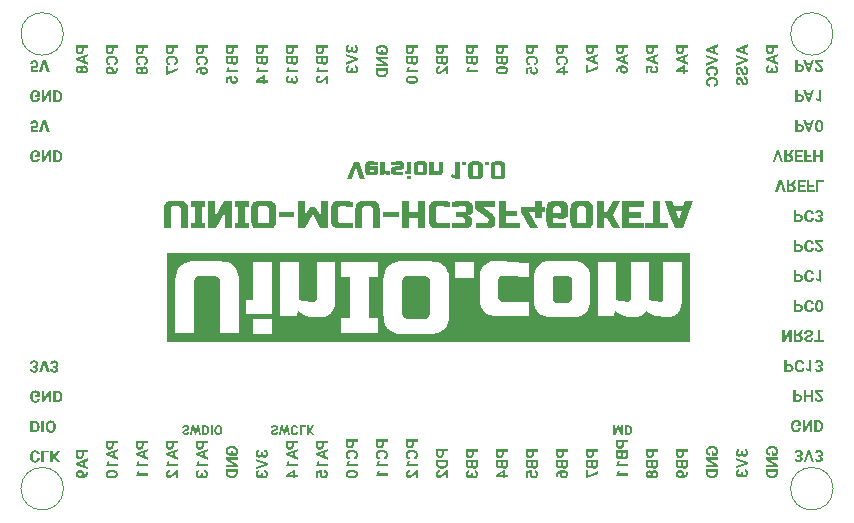
<source format=gbo>
%TF.GenerationSoftware,KiCad,Pcbnew,8.0.4*%
%TF.CreationDate,2024-09-01T16:40:05+08:00*%
%TF.ProjectId,UINIO-MCU-HC32F460KETA,55494e49-4f2d-44d4-9355-2d4843333246,Version 1.0.0*%
%TF.SameCoordinates,PX71f45d0PY4ce7800*%
%TF.FileFunction,Legend,Bot*%
%TF.FilePolarity,Positive*%
%FSLAX46Y46*%
G04 Gerber Fmt 4.6, Leading zero omitted, Abs format (unit mm)*
G04 Created by KiCad (PCBNEW 8.0.4) date 2024-09-01 16:40:05*
%MOMM*%
%LPD*%
G01*
G04 APERTURE LIST*
%ADD10C,0.200000*%
%ADD11C,1.400000*%
%ADD12C,0.312500*%
%ADD13C,0.100000*%
%ADD14C,2.200000*%
%ADD15R,1.700000X1.700000*%
%ADD16O,1.700000X1.700000*%
%ADD17C,0.650000*%
%ADD18O,2.100000X1.000000*%
%ADD19O,1.900000X1.000000*%
G04 APERTURE END LIST*
D10*
G36*
X2970000Y-37645289D02*
G01*
X2620976Y-37645289D01*
X2620976Y-37826029D01*
X2620227Y-37858733D01*
X2615649Y-37910216D01*
X2604661Y-37967006D01*
X2587679Y-38018351D01*
X2564704Y-38064252D01*
X2535736Y-38104710D01*
X2501489Y-38138908D01*
X2456000Y-38169863D01*
X2404551Y-38191187D01*
X2355707Y-38201800D01*
X2302484Y-38205338D01*
X2272549Y-38204211D01*
X2221280Y-38196502D01*
X2173373Y-38181491D01*
X2128827Y-38159176D01*
X2105796Y-38143855D01*
X2068667Y-38111378D01*
X2037102Y-38072603D01*
X2011102Y-38027529D01*
X1992937Y-37983092D01*
X1979961Y-37935266D01*
X1972176Y-37884052D01*
X1969813Y-37834333D01*
X2136399Y-37834333D01*
X2139167Y-37866094D01*
X2153810Y-37913201D01*
X2183782Y-37953768D01*
X2205143Y-37970613D01*
X2252132Y-37990919D01*
X2303949Y-37996999D01*
X2325731Y-37995949D01*
X2374772Y-37983398D01*
X2415324Y-37954012D01*
X2432314Y-37930198D01*
X2449570Y-37881083D01*
X2454159Y-37829448D01*
X2454159Y-37645289D01*
X2136399Y-37645289D01*
X2136399Y-37834333D01*
X1969813Y-37834333D01*
X1969581Y-37829448D01*
X1969581Y-37439392D01*
X2970000Y-37439392D01*
X2970000Y-37645289D01*
G37*
G36*
X2970000Y-38354570D02*
G01*
X2761660Y-38423203D01*
X2761660Y-38784682D01*
X2970000Y-38854047D01*
X2970000Y-39073133D01*
X1969581Y-38698709D01*
X1969581Y-38603210D01*
X2222372Y-38603210D01*
X2594842Y-38728995D01*
X2594842Y-38478890D01*
X2222372Y-38603210D01*
X1969581Y-38603210D01*
X1969581Y-38507711D01*
X2970000Y-38135484D01*
X2970000Y-38354570D01*
G37*
G36*
X2350441Y-39133451D02*
G01*
X2401892Y-39140915D01*
X2456341Y-39156700D01*
X2504782Y-39180105D01*
X2547215Y-39211130D01*
X2568338Y-39231864D01*
X2598527Y-39272134D01*
X2620090Y-39317476D01*
X2633028Y-39367890D01*
X2637341Y-39423377D01*
X2632578Y-39473645D01*
X2618290Y-39520647D01*
X2594476Y-39564381D01*
X2561137Y-39604849D01*
X2590911Y-39601264D01*
X2645003Y-39588518D01*
X2691821Y-39568337D01*
X2740115Y-39532657D01*
X2777044Y-39485361D01*
X2798404Y-39439161D01*
X2812490Y-39385527D01*
X2819302Y-39324459D01*
X2820034Y-39280495D01*
X2985631Y-39280495D01*
X2984898Y-39329344D01*
X2980361Y-39384752D01*
X2971633Y-39436917D01*
X2958715Y-39485838D01*
X2936674Y-39542428D01*
X2908087Y-39593949D01*
X2872952Y-39640402D01*
X2831270Y-39681786D01*
X2803301Y-39704003D01*
X2752471Y-39736176D01*
X2708011Y-39757543D01*
X2660177Y-39775026D01*
X2608970Y-39788623D01*
X2554390Y-39798336D01*
X2496436Y-39804163D01*
X2435108Y-39806106D01*
X2361102Y-39806106D01*
X2353603Y-39806019D01*
X2302575Y-39803114D01*
X2247407Y-39794870D01*
X2195597Y-39781376D01*
X2147145Y-39762630D01*
X2118980Y-39748509D01*
X2073662Y-39718853D01*
X2035260Y-39683748D01*
X2003775Y-39643196D01*
X1989421Y-39618616D01*
X1969714Y-39571669D01*
X1957891Y-39521244D01*
X1953949Y-39467341D01*
X1953994Y-39466120D01*
X2113928Y-39466120D01*
X2115264Y-39485632D01*
X2133216Y-39533476D01*
X2168639Y-39568946D01*
X2175622Y-39573619D01*
X2220269Y-39593932D01*
X2270024Y-39604484D01*
X2322267Y-39607536D01*
X2402379Y-39607536D01*
X2426800Y-39591794D01*
X2461242Y-39555024D01*
X2477771Y-39522106D01*
X2485422Y-39472226D01*
X2484616Y-39455671D01*
X2469116Y-39405301D01*
X2433886Y-39366713D01*
X2402618Y-39348648D01*
X2353834Y-39333759D01*
X2301995Y-39329344D01*
X2263283Y-39331740D01*
X2211625Y-39344322D01*
X2167662Y-39367690D01*
X2155068Y-39377669D01*
X2124213Y-39417827D01*
X2113928Y-39466120D01*
X1953994Y-39466120D01*
X1955052Y-39437739D01*
X1962598Y-39386831D01*
X1977292Y-39338976D01*
X1999134Y-39294173D01*
X2014137Y-39270959D01*
X2045590Y-39233351D01*
X2082762Y-39201115D01*
X2125652Y-39174249D01*
X2151456Y-39161936D01*
X2199857Y-39145031D01*
X2250769Y-39134888D01*
X2304193Y-39131507D01*
X2350441Y-39133451D01*
G37*
G36*
X48705642Y-3375289D02*
G01*
X48356618Y-3375289D01*
X48356618Y-3556029D01*
X48355869Y-3588733D01*
X48351291Y-3640216D01*
X48340303Y-3697006D01*
X48323321Y-3748351D01*
X48300346Y-3794252D01*
X48271378Y-3834710D01*
X48237131Y-3868908D01*
X48191642Y-3899863D01*
X48140193Y-3921187D01*
X48091349Y-3931800D01*
X48038126Y-3935338D01*
X48008191Y-3934211D01*
X47956922Y-3926502D01*
X47909015Y-3911491D01*
X47864469Y-3889176D01*
X47841438Y-3873855D01*
X47804309Y-3841378D01*
X47772744Y-3802603D01*
X47746744Y-3757529D01*
X47728579Y-3713092D01*
X47715603Y-3665266D01*
X47707818Y-3614052D01*
X47705455Y-3564333D01*
X47872041Y-3564333D01*
X47874809Y-3596094D01*
X47889452Y-3643201D01*
X47919424Y-3683768D01*
X47940785Y-3700613D01*
X47987774Y-3720919D01*
X48039591Y-3726999D01*
X48061373Y-3725949D01*
X48110414Y-3713398D01*
X48150966Y-3684012D01*
X48167956Y-3660198D01*
X48185212Y-3611083D01*
X48189801Y-3559448D01*
X48189801Y-3375289D01*
X47872041Y-3375289D01*
X47872041Y-3564333D01*
X47705455Y-3564333D01*
X47705223Y-3559448D01*
X47705223Y-3169392D01*
X48705642Y-3169392D01*
X48705642Y-3375289D01*
G37*
G36*
X48705642Y-4084570D02*
G01*
X48497302Y-4153203D01*
X48497302Y-4514682D01*
X48705642Y-4584047D01*
X48705642Y-4803133D01*
X47705223Y-4428709D01*
X47705223Y-4333210D01*
X47958014Y-4333210D01*
X48330484Y-4458995D01*
X48330484Y-4208890D01*
X47958014Y-4333210D01*
X47705223Y-4333210D01*
X47705223Y-4237711D01*
X48705642Y-3865484D01*
X48705642Y-4084570D01*
G37*
G36*
X48360107Y-4872551D02*
G01*
X48413127Y-4878722D01*
X48462545Y-4889639D01*
X48517094Y-4909004D01*
X48566456Y-4935205D01*
X48610631Y-4968241D01*
X48624029Y-4980630D01*
X48659037Y-5020646D01*
X48686265Y-5064939D01*
X48705714Y-5113508D01*
X48717383Y-5166353D01*
X48721273Y-5223475D01*
X48720194Y-5253434D01*
X48712811Y-5304866D01*
X48698435Y-5353091D01*
X48677065Y-5398108D01*
X48668423Y-5412316D01*
X48635183Y-5455212D01*
X48595122Y-5491237D01*
X48553234Y-5517787D01*
X48527899Y-5529960D01*
X48480011Y-5546672D01*
X48429186Y-5556699D01*
X48375425Y-5560041D01*
X48319910Y-5557337D01*
X48268584Y-5549222D01*
X48221449Y-5535698D01*
X48171754Y-5513083D01*
X48127763Y-5483105D01*
X48105667Y-5463035D01*
X48074087Y-5423891D01*
X48051531Y-5379627D01*
X48037997Y-5330244D01*
X48033485Y-5275743D01*
X48033564Y-5268182D01*
X48038538Y-5217552D01*
X48039220Y-5215170D01*
X48192976Y-5215170D01*
X48194216Y-5235563D01*
X48210886Y-5285491D01*
X48243778Y-5322393D01*
X48274886Y-5341638D01*
X48324236Y-5357500D01*
X48377379Y-5362205D01*
X48416275Y-5359732D01*
X48467520Y-5346749D01*
X48510247Y-5322637D01*
X48522211Y-5312421D01*
X48551523Y-5270594D01*
X48561294Y-5219323D01*
X48559302Y-5193952D01*
X48541318Y-5146523D01*
X48504630Y-5109413D01*
X48497344Y-5104681D01*
X48451136Y-5084111D01*
X48400112Y-5073426D01*
X48346849Y-5070334D01*
X48285544Y-5070334D01*
X48252131Y-5090504D01*
X48218377Y-5127976D01*
X48200145Y-5166598D01*
X48192976Y-5215170D01*
X48039220Y-5215170D01*
X48053696Y-5164612D01*
X48078960Y-5116924D01*
X48114330Y-5074487D01*
X48106809Y-5075574D01*
X48057024Y-5086775D01*
X48006252Y-5107276D01*
X47962014Y-5135990D01*
X47924309Y-5172916D01*
X47911937Y-5188767D01*
X47884696Y-5235570D01*
X47867723Y-5281933D01*
X47857154Y-5333344D01*
X47852990Y-5389804D01*
X47852990Y-5408855D01*
X47689591Y-5408855D01*
X47689591Y-5375882D01*
X47689949Y-5357066D01*
X47694217Y-5302335D01*
X47703276Y-5250179D01*
X47717126Y-5200600D01*
X47735767Y-5153596D01*
X47759200Y-5109169D01*
X47768031Y-5094998D01*
X47797180Y-5054993D01*
X47830313Y-5018749D01*
X47867431Y-4986265D01*
X47908532Y-4957543D01*
X47953618Y-4932581D01*
X47977494Y-4921582D01*
X48027268Y-4902829D01*
X48079738Y-4888403D01*
X48134904Y-4878305D01*
X48192767Y-4872535D01*
X48243046Y-4871032D01*
X48315097Y-4871032D01*
X48360107Y-4872551D01*
G37*
G36*
X62172219Y-30167483D02*
G01*
X62352959Y-30167483D01*
X62385663Y-30168232D01*
X62437146Y-30172810D01*
X62493936Y-30183798D01*
X62545281Y-30200780D01*
X62591182Y-30223755D01*
X62631640Y-30252723D01*
X62665838Y-30286970D01*
X62696793Y-30332459D01*
X62718117Y-30383908D01*
X62728730Y-30432752D01*
X62732268Y-30485975D01*
X62731141Y-30515910D01*
X62723432Y-30567179D01*
X62708421Y-30615086D01*
X62686106Y-30659632D01*
X62670785Y-30682663D01*
X62638308Y-30719792D01*
X62599533Y-30751357D01*
X62554459Y-30777357D01*
X62510022Y-30795522D01*
X62462196Y-30808498D01*
X62410982Y-30816283D01*
X62356378Y-30818878D01*
X61966322Y-30818878D01*
X61966322Y-30652060D01*
X62172219Y-30652060D01*
X62361263Y-30652060D01*
X62393024Y-30649292D01*
X62440131Y-30634649D01*
X62480698Y-30604677D01*
X62497543Y-30583316D01*
X62517849Y-30536327D01*
X62523929Y-30484510D01*
X62522879Y-30462728D01*
X62510328Y-30413687D01*
X62480942Y-30373135D01*
X62457128Y-30356145D01*
X62408013Y-30338889D01*
X62356378Y-30334300D01*
X62172219Y-30334300D01*
X62172219Y-30652060D01*
X61966322Y-30652060D01*
X61966322Y-29818460D01*
X62172219Y-29818460D01*
X62172219Y-30167483D01*
G37*
G36*
X63654040Y-30149653D02*
G01*
X63648104Y-30100877D01*
X63634777Y-30046770D01*
X63614684Y-29997488D01*
X63587825Y-29953032D01*
X63554200Y-29913402D01*
X63534850Y-29895396D01*
X63492146Y-29863937D01*
X63444633Y-29838987D01*
X63392311Y-29820546D01*
X63335181Y-29808613D01*
X63283900Y-29803642D01*
X63251528Y-29802828D01*
X63193457Y-29806000D01*
X63139382Y-29815517D01*
X63089301Y-29831379D01*
X63043216Y-29853585D01*
X63001126Y-29882135D01*
X62963031Y-29917031D01*
X62948911Y-29932765D01*
X62917178Y-29975738D01*
X62890823Y-30023445D01*
X62869846Y-30075887D01*
X62854248Y-30133063D01*
X62845642Y-30182213D01*
X62840479Y-30234394D01*
X62838758Y-30289604D01*
X62838758Y-30351153D01*
X62840544Y-30404247D01*
X62845902Y-30454903D01*
X62854832Y-30503120D01*
X62869765Y-30556291D01*
X62889560Y-30606143D01*
X62913878Y-30651976D01*
X62942381Y-30692877D01*
X62980078Y-30733581D01*
X63023240Y-30767844D01*
X63034885Y-30775403D01*
X63084039Y-30801262D01*
X63130154Y-30817828D01*
X63179167Y-30828738D01*
X63231080Y-30833990D01*
X63254215Y-30834510D01*
X63306684Y-30832244D01*
X63355862Y-30825446D01*
X63410530Y-30811307D01*
X63460459Y-30790641D01*
X63505648Y-30763450D01*
X63533140Y-30741697D01*
X63569665Y-30704265D01*
X63599922Y-30661578D01*
X63623910Y-30613636D01*
X63641630Y-30560439D01*
X63651608Y-30512093D01*
X63655506Y-30481335D01*
X63449365Y-30481335D01*
X63442034Y-30531646D01*
X63424731Y-30581646D01*
X63395387Y-30621774D01*
X63353897Y-30648416D01*
X63303794Y-30662035D01*
X63254215Y-30665494D01*
X63200452Y-30659620D01*
X63154841Y-30642001D01*
X63113726Y-30608646D01*
X63100098Y-30591244D01*
X63075306Y-30542987D01*
X63059854Y-30489192D01*
X63051417Y-30433707D01*
X63047962Y-30379897D01*
X63047585Y-30360679D01*
X63047585Y-30284719D01*
X63049311Y-30226702D01*
X63054489Y-30174833D01*
X63064893Y-30122089D01*
X63082535Y-30072058D01*
X63096678Y-30046338D01*
X63132895Y-30006668D01*
X63180179Y-29981690D01*
X63232197Y-29971772D01*
X63251528Y-29971111D01*
X63301402Y-29974550D01*
X63351916Y-29988094D01*
X63393922Y-30014587D01*
X63423643Y-30054074D01*
X63440991Y-30102038D01*
X63448144Y-30149653D01*
X63654040Y-30149653D01*
G37*
G36*
X64245352Y-29818460D02*
G01*
X64046783Y-29818460D01*
X64046783Y-30588313D01*
X63809867Y-30516750D01*
X63809867Y-30678194D01*
X64224103Y-30818878D01*
X64245352Y-30818878D01*
X64245352Y-29818460D01*
G37*
G36*
X64768032Y-30412458D02*
G01*
X64873789Y-30412458D01*
X64925046Y-30417679D01*
X64970867Y-30436966D01*
X64985897Y-30449583D01*
X65013191Y-30492997D01*
X65022253Y-30544678D01*
X65022289Y-30548501D01*
X65014346Y-30598576D01*
X64986141Y-30641314D01*
X64943398Y-30666226D01*
X64894779Y-30674401D01*
X64886978Y-30674531D01*
X64837476Y-30667554D01*
X64793665Y-30644733D01*
X64791235Y-30642779D01*
X64761315Y-30603926D01*
X64752889Y-30560714D01*
X64554564Y-30560714D01*
X64559557Y-30612849D01*
X64574535Y-30661117D01*
X64596818Y-30701642D01*
X64629821Y-30741396D01*
X64670733Y-30774686D01*
X64714787Y-30799339D01*
X64763765Y-30817886D01*
X64815747Y-30829564D01*
X64865101Y-30834201D01*
X64882093Y-30834510D01*
X64939206Y-30831856D01*
X64991476Y-30823897D01*
X65038903Y-30810630D01*
X65088114Y-30788446D01*
X65130733Y-30759039D01*
X65165850Y-30723404D01*
X65192342Y-30682323D01*
X65210209Y-30635795D01*
X65219450Y-30583821D01*
X65220858Y-30551677D01*
X65214951Y-30502080D01*
X65197228Y-30455506D01*
X65178849Y-30426136D01*
X65143815Y-30386981D01*
X65101363Y-30355244D01*
X65068939Y-30338208D01*
X65117559Y-30315993D01*
X65157783Y-30287814D01*
X65192332Y-30249930D01*
X65194969Y-30246129D01*
X65218608Y-30201355D01*
X65232435Y-30151329D01*
X65236490Y-30101293D01*
X65233072Y-30052440D01*
X65220447Y-30000221D01*
X65198518Y-29953144D01*
X65167286Y-29911210D01*
X65139281Y-29884405D01*
X65093832Y-29852619D01*
X65042329Y-29828639D01*
X64993365Y-29814300D01*
X64939953Y-29805696D01*
X64882093Y-29802828D01*
X64827863Y-29805610D01*
X64777462Y-29813956D01*
X64723501Y-29830726D01*
X64674753Y-29855069D01*
X64637118Y-29881963D01*
X64600097Y-29919134D01*
X64572169Y-29961190D01*
X64553334Y-30008131D01*
X64543592Y-30059958D01*
X64542107Y-30091767D01*
X64740677Y-30091767D01*
X64749961Y-30042977D01*
X64780331Y-30000990D01*
X64782931Y-29998711D01*
X64826837Y-29972940D01*
X64875564Y-29963123D01*
X64886978Y-29962807D01*
X64935773Y-29968199D01*
X64981762Y-29988121D01*
X64997865Y-30001153D01*
X65026791Y-30042806D01*
X65037810Y-30091559D01*
X65038165Y-30103247D01*
X65032369Y-30155539D01*
X65010956Y-30202873D01*
X64973765Y-30235481D01*
X64920796Y-30253363D01*
X64873301Y-30257120D01*
X64768032Y-30257120D01*
X64768032Y-30412458D01*
G37*
G36*
X38542166Y-3375289D02*
G01*
X38193142Y-3375289D01*
X38193142Y-3556029D01*
X38192393Y-3588733D01*
X38187815Y-3640216D01*
X38176827Y-3697006D01*
X38159845Y-3748351D01*
X38136870Y-3794252D01*
X38107902Y-3834710D01*
X38073655Y-3868908D01*
X38028166Y-3899863D01*
X37976717Y-3921187D01*
X37927873Y-3931800D01*
X37874650Y-3935338D01*
X37844715Y-3934211D01*
X37793446Y-3926502D01*
X37745539Y-3911491D01*
X37700993Y-3889176D01*
X37677962Y-3873855D01*
X37640833Y-3841378D01*
X37609268Y-3802603D01*
X37583268Y-3757529D01*
X37565103Y-3713092D01*
X37552127Y-3665266D01*
X37544342Y-3614052D01*
X37541979Y-3564333D01*
X37708565Y-3564333D01*
X37711333Y-3596094D01*
X37725976Y-3643201D01*
X37755948Y-3683768D01*
X37777309Y-3700613D01*
X37824298Y-3720919D01*
X37876115Y-3726999D01*
X37897897Y-3725949D01*
X37946938Y-3713398D01*
X37987490Y-3684012D01*
X38004480Y-3660198D01*
X38021736Y-3611083D01*
X38026325Y-3559448D01*
X38026325Y-3375289D01*
X37708565Y-3375289D01*
X37708565Y-3564333D01*
X37541979Y-3564333D01*
X37541747Y-3559448D01*
X37541747Y-3169392D01*
X38542166Y-3169392D01*
X38542166Y-3375289D01*
G37*
G36*
X38542166Y-4460949D02*
G01*
X38542003Y-4471512D01*
X38539074Y-4522040D01*
X38530900Y-4577636D01*
X38517642Y-4627736D01*
X38495750Y-4679241D01*
X38466939Y-4723265D01*
X38442189Y-4749792D01*
X38401829Y-4779376D01*
X38354807Y-4800148D01*
X38301124Y-4812108D01*
X38249807Y-4815345D01*
X38199823Y-4811004D01*
X38150681Y-4796201D01*
X38107657Y-4770893D01*
X38075143Y-4740067D01*
X38048192Y-4698775D01*
X38030477Y-4649748D01*
X38015425Y-4681591D01*
X37985864Y-4722372D01*
X37947923Y-4754773D01*
X37914795Y-4773073D01*
X37866298Y-4788157D01*
X37817497Y-4792630D01*
X37792699Y-4791802D01*
X37739296Y-4783424D01*
X37692134Y-4766023D01*
X37645877Y-4735088D01*
X37612089Y-4698353D01*
X37599518Y-4679949D01*
X37574994Y-4630995D01*
X37559332Y-4582337D01*
X37548616Y-4527497D01*
X37543464Y-4477074D01*
X37541747Y-4422358D01*
X37708565Y-4422358D01*
X37709304Y-4447875D01*
X37717112Y-4499967D01*
X37738851Y-4546922D01*
X37744869Y-4553993D01*
X37788420Y-4579959D01*
X37838013Y-4586489D01*
X37860036Y-4585120D01*
X37908415Y-4568076D01*
X37941743Y-4531554D01*
X37958558Y-4483619D01*
X37960197Y-4467055D01*
X38109367Y-4467055D01*
X38110135Y-4484268D01*
X38121073Y-4535769D01*
X38149287Y-4577970D01*
X38194262Y-4602402D01*
X38247364Y-4609204D01*
X38251125Y-4609164D01*
X38301403Y-4598946D01*
X38342375Y-4568171D01*
X38353995Y-4551751D01*
X38371760Y-4504687D01*
X38376569Y-4454598D01*
X38376569Y-4278011D01*
X38109367Y-4278011D01*
X38109367Y-4467055D01*
X37960197Y-4467055D01*
X37963798Y-4430662D01*
X37963798Y-4278011D01*
X37708565Y-4278011D01*
X37708565Y-4422358D01*
X37541747Y-4422358D01*
X37541747Y-4072114D01*
X38542166Y-4072114D01*
X38542166Y-4460949D01*
G37*
G36*
X38200002Y-4943630D02*
G01*
X38256273Y-4950489D01*
X38307975Y-4961462D01*
X38355110Y-4976549D01*
X38405642Y-5000085D01*
X38449597Y-5029546D01*
X38468934Y-5046436D01*
X38501901Y-5084286D01*
X38527260Y-5127563D01*
X38545012Y-5176266D01*
X38555155Y-5230397D01*
X38557797Y-5279651D01*
X38557366Y-5300038D01*
X38550897Y-5357457D01*
X38536666Y-5409261D01*
X38514673Y-5455448D01*
X38484917Y-5496020D01*
X38447399Y-5530976D01*
X38440404Y-5536266D01*
X38394425Y-5564476D01*
X38341577Y-5586641D01*
X38292290Y-5600494D01*
X38238232Y-5610149D01*
X38179404Y-5615607D01*
X38128907Y-5616950D01*
X37944015Y-5616950D01*
X37883189Y-5614206D01*
X37826955Y-5607347D01*
X37775312Y-5596374D01*
X37728261Y-5581287D01*
X37677860Y-5557751D01*
X37634071Y-5528290D01*
X37614778Y-5511400D01*
X37581885Y-5473550D01*
X37556583Y-5430273D01*
X37538872Y-5381569D01*
X37528751Y-5327439D01*
X37526115Y-5278185D01*
X37686827Y-5278185D01*
X37688836Y-5303865D01*
X37706976Y-5350314D01*
X37743980Y-5384187D01*
X37772138Y-5397510D01*
X37823677Y-5410867D01*
X37874491Y-5416744D01*
X37925941Y-5418381D01*
X38165055Y-5418381D01*
X38193600Y-5417533D01*
X38245014Y-5412954D01*
X38293803Y-5403204D01*
X38340421Y-5384675D01*
X38359927Y-5371160D01*
X38389747Y-5328537D01*
X38397818Y-5279651D01*
X38395723Y-5253490D01*
X38376808Y-5206470D01*
X38338223Y-5172672D01*
X38304349Y-5158140D01*
X38256790Y-5146754D01*
X38206113Y-5141045D01*
X38155285Y-5139455D01*
X37910798Y-5139455D01*
X37889675Y-5140096D01*
X37838617Y-5144493D01*
X37790336Y-5154110D01*
X37741049Y-5174626D01*
X37725428Y-5185977D01*
X37695776Y-5227277D01*
X37686827Y-5278185D01*
X37526115Y-5278185D01*
X37526541Y-5258059D01*
X37532924Y-5201264D01*
X37546966Y-5149844D01*
X37568667Y-5103800D01*
X37598028Y-5063130D01*
X37635048Y-5027836D01*
X37641955Y-5022487D01*
X37687556Y-4993956D01*
X37740284Y-4971539D01*
X37789668Y-4957529D01*
X37844001Y-4947764D01*
X37903283Y-4942244D01*
X37954273Y-4940886D01*
X38139165Y-4940886D01*
X38200002Y-4943630D01*
G37*
G36*
X10592607Y-3375289D02*
G01*
X10243583Y-3375289D01*
X10243583Y-3556029D01*
X10242834Y-3588733D01*
X10238256Y-3640216D01*
X10227268Y-3697006D01*
X10210286Y-3748351D01*
X10187311Y-3794252D01*
X10158343Y-3834710D01*
X10124096Y-3868908D01*
X10078607Y-3899863D01*
X10027158Y-3921187D01*
X9978314Y-3931800D01*
X9925091Y-3935338D01*
X9895156Y-3934211D01*
X9843887Y-3926502D01*
X9795980Y-3911491D01*
X9751434Y-3889176D01*
X9728403Y-3873855D01*
X9691274Y-3841378D01*
X9659709Y-3802603D01*
X9633709Y-3757529D01*
X9615544Y-3713092D01*
X9602568Y-3665266D01*
X9594783Y-3614052D01*
X9592420Y-3564333D01*
X9759006Y-3564333D01*
X9761774Y-3596094D01*
X9776417Y-3643201D01*
X9806389Y-3683768D01*
X9827750Y-3700613D01*
X9874739Y-3720919D01*
X9926556Y-3726999D01*
X9948338Y-3725949D01*
X9997379Y-3713398D01*
X10037931Y-3684012D01*
X10054921Y-3660198D01*
X10072177Y-3611083D01*
X10076766Y-3559448D01*
X10076766Y-3375289D01*
X9759006Y-3375289D01*
X9759006Y-3564333D01*
X9592420Y-3564333D01*
X9592188Y-3559448D01*
X9592188Y-3169392D01*
X10592607Y-3169392D01*
X10592607Y-3375289D01*
G37*
G36*
X10261413Y-4857110D02*
G01*
X10310189Y-4851174D01*
X10364296Y-4837847D01*
X10413578Y-4817754D01*
X10458034Y-4790895D01*
X10497664Y-4757270D01*
X10515670Y-4737920D01*
X10547129Y-4695216D01*
X10572079Y-4647703D01*
X10590520Y-4595381D01*
X10602453Y-4538251D01*
X10607424Y-4486970D01*
X10608238Y-4454598D01*
X10605066Y-4396527D01*
X10595549Y-4342452D01*
X10579687Y-4292371D01*
X10557481Y-4246286D01*
X10528931Y-4204196D01*
X10494035Y-4166101D01*
X10478301Y-4151981D01*
X10435328Y-4120248D01*
X10387621Y-4093893D01*
X10335179Y-4072916D01*
X10278003Y-4057318D01*
X10228853Y-4048712D01*
X10176672Y-4043549D01*
X10121462Y-4041828D01*
X10059913Y-4041828D01*
X10006819Y-4043614D01*
X9956163Y-4048972D01*
X9907946Y-4057902D01*
X9854775Y-4072835D01*
X9804923Y-4092630D01*
X9759090Y-4116948D01*
X9718189Y-4145451D01*
X9677485Y-4183148D01*
X9643222Y-4226310D01*
X9635663Y-4237955D01*
X9609804Y-4287109D01*
X9593238Y-4333224D01*
X9582328Y-4382237D01*
X9577076Y-4434150D01*
X9576556Y-4457285D01*
X9578822Y-4509754D01*
X9585620Y-4558932D01*
X9599759Y-4613600D01*
X9620425Y-4663529D01*
X9647616Y-4708718D01*
X9669369Y-4736210D01*
X9706801Y-4772735D01*
X9749488Y-4802992D01*
X9797430Y-4826980D01*
X9850627Y-4844700D01*
X9898973Y-4854678D01*
X9929731Y-4858576D01*
X9929731Y-4652435D01*
X9879420Y-4645104D01*
X9829420Y-4627801D01*
X9789292Y-4598457D01*
X9762650Y-4556967D01*
X9749031Y-4506864D01*
X9745572Y-4457285D01*
X9751446Y-4403522D01*
X9769065Y-4357911D01*
X9802420Y-4316796D01*
X9819822Y-4303168D01*
X9868079Y-4278376D01*
X9921874Y-4262924D01*
X9977359Y-4254487D01*
X10031169Y-4251032D01*
X10050387Y-4250655D01*
X10126347Y-4250655D01*
X10184364Y-4252381D01*
X10236233Y-4257559D01*
X10288977Y-4267963D01*
X10339008Y-4285605D01*
X10364728Y-4299748D01*
X10404398Y-4335965D01*
X10429376Y-4383249D01*
X10439294Y-4435267D01*
X10439955Y-4454598D01*
X10436516Y-4504472D01*
X10422972Y-4554986D01*
X10396479Y-4596992D01*
X10356992Y-4626713D01*
X10309028Y-4644061D01*
X10261413Y-4651214D01*
X10261413Y-4857110D01*
G37*
G36*
X9703563Y-5646259D02*
G01*
X10592607Y-5259378D01*
X10592607Y-5050062D01*
X9752900Y-5437431D01*
X9752900Y-4940153D01*
X9592188Y-4940153D01*
X9592188Y-5646259D01*
X9703563Y-5646259D01*
G37*
G36*
X36001297Y-3375289D02*
G01*
X35652273Y-3375289D01*
X35652273Y-3556029D01*
X35651524Y-3588733D01*
X35646946Y-3640216D01*
X35635958Y-3697006D01*
X35618976Y-3748351D01*
X35596001Y-3794252D01*
X35567033Y-3834710D01*
X35532786Y-3868908D01*
X35487297Y-3899863D01*
X35435848Y-3921187D01*
X35387004Y-3931800D01*
X35333781Y-3935338D01*
X35303846Y-3934211D01*
X35252577Y-3926502D01*
X35204670Y-3911491D01*
X35160124Y-3889176D01*
X35137093Y-3873855D01*
X35099964Y-3841378D01*
X35068399Y-3802603D01*
X35042399Y-3757529D01*
X35024234Y-3713092D01*
X35011258Y-3665266D01*
X35003473Y-3614052D01*
X35001110Y-3564333D01*
X35167696Y-3564333D01*
X35170464Y-3596094D01*
X35185107Y-3643201D01*
X35215079Y-3683768D01*
X35236440Y-3700613D01*
X35283429Y-3720919D01*
X35335246Y-3726999D01*
X35357028Y-3725949D01*
X35406069Y-3713398D01*
X35446621Y-3684012D01*
X35463611Y-3660198D01*
X35480867Y-3611083D01*
X35485456Y-3559448D01*
X35485456Y-3375289D01*
X35167696Y-3375289D01*
X35167696Y-3564333D01*
X35001110Y-3564333D01*
X35000878Y-3559448D01*
X35000878Y-3169392D01*
X36001297Y-3169392D01*
X36001297Y-3375289D01*
G37*
G36*
X36001297Y-4460949D02*
G01*
X36001134Y-4471512D01*
X35998205Y-4522040D01*
X35990031Y-4577636D01*
X35976773Y-4627736D01*
X35954881Y-4679241D01*
X35926070Y-4723265D01*
X35901320Y-4749792D01*
X35860960Y-4779376D01*
X35813938Y-4800148D01*
X35760255Y-4812108D01*
X35708938Y-4815345D01*
X35658954Y-4811004D01*
X35609812Y-4796201D01*
X35566788Y-4770893D01*
X35534274Y-4740067D01*
X35507323Y-4698775D01*
X35489608Y-4649748D01*
X35474556Y-4681591D01*
X35444995Y-4722372D01*
X35407054Y-4754773D01*
X35373926Y-4773073D01*
X35325429Y-4788157D01*
X35276628Y-4792630D01*
X35251830Y-4791802D01*
X35198427Y-4783424D01*
X35151265Y-4766023D01*
X35105008Y-4735088D01*
X35071220Y-4698353D01*
X35058649Y-4679949D01*
X35034125Y-4630995D01*
X35018463Y-4582337D01*
X35007747Y-4527497D01*
X35002595Y-4477074D01*
X35000878Y-4422358D01*
X35167696Y-4422358D01*
X35168435Y-4447875D01*
X35176243Y-4499967D01*
X35197982Y-4546922D01*
X35204000Y-4553993D01*
X35247551Y-4579959D01*
X35297144Y-4586489D01*
X35319167Y-4585120D01*
X35367546Y-4568076D01*
X35400874Y-4531554D01*
X35417689Y-4483619D01*
X35419328Y-4467055D01*
X35568498Y-4467055D01*
X35569266Y-4484268D01*
X35580204Y-4535769D01*
X35608418Y-4577970D01*
X35653393Y-4602402D01*
X35706495Y-4609204D01*
X35710256Y-4609164D01*
X35760534Y-4598946D01*
X35801506Y-4568171D01*
X35813126Y-4551751D01*
X35830891Y-4504687D01*
X35835700Y-4454598D01*
X35835700Y-4278011D01*
X35568498Y-4278011D01*
X35568498Y-4467055D01*
X35419328Y-4467055D01*
X35422929Y-4430662D01*
X35422929Y-4278011D01*
X35167696Y-4278011D01*
X35167696Y-4422358D01*
X35000878Y-4422358D01*
X35000878Y-4072114D01*
X36001297Y-4072114D01*
X36001297Y-4460949D01*
G37*
G36*
X36001297Y-5425952D02*
G01*
X36001297Y-5227383D01*
X35231443Y-5227383D01*
X35303006Y-4990467D01*
X35141562Y-4990467D01*
X35000878Y-5404703D01*
X35000878Y-5425952D01*
X36001297Y-5425952D01*
G37*
G36*
X30919559Y-3375289D02*
G01*
X30570535Y-3375289D01*
X30570535Y-3556029D01*
X30569786Y-3588733D01*
X30565208Y-3640216D01*
X30554220Y-3697006D01*
X30537238Y-3748351D01*
X30514263Y-3794252D01*
X30485295Y-3834710D01*
X30451048Y-3868908D01*
X30405559Y-3899863D01*
X30354110Y-3921187D01*
X30305266Y-3931800D01*
X30252043Y-3935338D01*
X30222108Y-3934211D01*
X30170839Y-3926502D01*
X30122932Y-3911491D01*
X30078386Y-3889176D01*
X30055355Y-3873855D01*
X30018226Y-3841378D01*
X29986661Y-3802603D01*
X29960661Y-3757529D01*
X29942496Y-3713092D01*
X29929520Y-3665266D01*
X29921735Y-3614052D01*
X29919372Y-3564333D01*
X30085958Y-3564333D01*
X30088726Y-3596094D01*
X30103369Y-3643201D01*
X30133341Y-3683768D01*
X30154702Y-3700613D01*
X30201691Y-3720919D01*
X30253508Y-3726999D01*
X30275290Y-3725949D01*
X30324331Y-3713398D01*
X30364883Y-3684012D01*
X30381873Y-3660198D01*
X30399129Y-3611083D01*
X30403718Y-3559448D01*
X30403718Y-3375289D01*
X30085958Y-3375289D01*
X30085958Y-3564333D01*
X29919372Y-3564333D01*
X29919140Y-3559448D01*
X29919140Y-3169392D01*
X30919559Y-3169392D01*
X30919559Y-3375289D01*
G37*
G36*
X30919559Y-4460949D02*
G01*
X30919396Y-4471512D01*
X30916467Y-4522040D01*
X30908293Y-4577636D01*
X30895035Y-4627736D01*
X30873143Y-4679241D01*
X30844332Y-4723265D01*
X30819582Y-4749792D01*
X30779222Y-4779376D01*
X30732200Y-4800148D01*
X30678517Y-4812108D01*
X30627200Y-4815345D01*
X30577216Y-4811004D01*
X30528074Y-4796201D01*
X30485050Y-4770893D01*
X30452536Y-4740067D01*
X30425585Y-4698775D01*
X30407870Y-4649748D01*
X30392818Y-4681591D01*
X30363257Y-4722372D01*
X30325316Y-4754773D01*
X30292188Y-4773073D01*
X30243691Y-4788157D01*
X30194890Y-4792630D01*
X30170092Y-4791802D01*
X30116689Y-4783424D01*
X30069527Y-4766023D01*
X30023270Y-4735088D01*
X29989482Y-4698353D01*
X29976911Y-4679949D01*
X29952387Y-4630995D01*
X29936725Y-4582337D01*
X29926009Y-4527497D01*
X29920857Y-4477074D01*
X29919140Y-4422358D01*
X30085958Y-4422358D01*
X30086697Y-4447875D01*
X30094505Y-4499967D01*
X30116244Y-4546922D01*
X30122262Y-4553993D01*
X30165813Y-4579959D01*
X30215406Y-4586489D01*
X30237429Y-4585120D01*
X30285808Y-4568076D01*
X30319136Y-4531554D01*
X30335951Y-4483619D01*
X30337590Y-4467055D01*
X30486760Y-4467055D01*
X30487528Y-4484268D01*
X30498466Y-4535769D01*
X30526680Y-4577970D01*
X30571655Y-4602402D01*
X30624757Y-4609204D01*
X30628518Y-4609164D01*
X30678796Y-4598946D01*
X30719768Y-4568171D01*
X30731388Y-4551751D01*
X30749153Y-4504687D01*
X30753962Y-4454598D01*
X30753962Y-4278011D01*
X30486760Y-4278011D01*
X30486760Y-4467055D01*
X30337590Y-4467055D01*
X30341191Y-4430662D01*
X30341191Y-4278011D01*
X30085958Y-4278011D01*
X30085958Y-4422358D01*
X29919140Y-4422358D01*
X29919140Y-4072114D01*
X30919559Y-4072114D01*
X30919559Y-4460949D01*
G37*
G36*
X30919559Y-5425952D02*
G01*
X30919559Y-5227383D01*
X30149705Y-5227383D01*
X30221268Y-4990467D01*
X30059824Y-4990467D01*
X29919140Y-5404703D01*
X29919140Y-5425952D01*
X30919559Y-5425952D01*
G37*
G36*
X30577395Y-5746700D02*
G01*
X30633666Y-5753559D01*
X30685368Y-5764532D01*
X30732503Y-5779620D01*
X30783035Y-5803156D01*
X30826990Y-5832616D01*
X30846327Y-5849506D01*
X30879294Y-5887356D01*
X30904653Y-5930633D01*
X30922405Y-5979337D01*
X30932548Y-6033467D01*
X30935190Y-6082721D01*
X30934759Y-6103109D01*
X30928290Y-6160528D01*
X30914059Y-6212331D01*
X30892066Y-6258519D01*
X30862310Y-6299091D01*
X30824792Y-6334047D01*
X30817797Y-6339336D01*
X30771818Y-6367546D01*
X30718970Y-6389711D01*
X30669683Y-6403565D01*
X30615625Y-6413220D01*
X30556797Y-6418677D01*
X30506300Y-6420020D01*
X30321408Y-6420020D01*
X30260582Y-6417276D01*
X30204348Y-6410418D01*
X30152705Y-6399445D01*
X30105654Y-6384357D01*
X30055253Y-6360821D01*
X30011464Y-6331360D01*
X29992171Y-6314470D01*
X29959278Y-6276620D01*
X29933976Y-6233344D01*
X29916265Y-6184640D01*
X29906144Y-6130510D01*
X29903508Y-6081256D01*
X30064220Y-6081256D01*
X30066229Y-6106935D01*
X30084369Y-6153385D01*
X30121373Y-6187257D01*
X30149531Y-6200581D01*
X30201070Y-6213938D01*
X30251884Y-6219815D01*
X30303334Y-6221451D01*
X30542448Y-6221451D01*
X30570993Y-6220604D01*
X30622407Y-6216024D01*
X30671196Y-6206274D01*
X30717814Y-6187745D01*
X30737320Y-6174230D01*
X30767140Y-6131608D01*
X30775211Y-6082721D01*
X30773116Y-6056560D01*
X30754201Y-6009541D01*
X30715616Y-5975743D01*
X30681742Y-5961210D01*
X30634183Y-5949824D01*
X30583506Y-5944115D01*
X30532678Y-5942526D01*
X30288191Y-5942526D01*
X30267068Y-5943167D01*
X30216010Y-5947563D01*
X30167729Y-5957180D01*
X30118442Y-5977697D01*
X30102821Y-5989048D01*
X30073169Y-6030348D01*
X30064220Y-6081256D01*
X29903508Y-6081256D01*
X29903934Y-6061129D01*
X29910317Y-6004334D01*
X29924359Y-5952915D01*
X29946060Y-5906870D01*
X29975421Y-5866201D01*
X30012441Y-5830907D01*
X30019348Y-5825557D01*
X30064949Y-5797027D01*
X30117677Y-5774610D01*
X30167061Y-5760599D01*
X30221394Y-5750834D01*
X30280676Y-5745315D01*
X30331666Y-5743956D01*
X30516558Y-5743956D01*
X30577395Y-5746700D01*
G37*
G36*
X25837821Y-36746476D02*
G01*
X25488797Y-36746476D01*
X25488797Y-36927216D01*
X25488048Y-36959920D01*
X25483470Y-37011403D01*
X25472482Y-37068193D01*
X25455500Y-37119538D01*
X25432525Y-37165439D01*
X25403557Y-37205897D01*
X25369310Y-37240095D01*
X25323821Y-37271050D01*
X25272372Y-37292374D01*
X25223528Y-37302987D01*
X25170305Y-37306525D01*
X25140370Y-37305398D01*
X25089101Y-37297689D01*
X25041194Y-37282678D01*
X24996648Y-37260363D01*
X24973617Y-37245042D01*
X24936488Y-37212565D01*
X24904923Y-37173790D01*
X24878923Y-37128716D01*
X24860758Y-37084279D01*
X24847782Y-37036453D01*
X24839997Y-36985239D01*
X24837634Y-36935520D01*
X25004220Y-36935520D01*
X25006988Y-36967281D01*
X25021631Y-37014388D01*
X25051603Y-37054955D01*
X25072964Y-37071800D01*
X25119953Y-37092106D01*
X25171770Y-37098186D01*
X25193552Y-37097136D01*
X25242593Y-37084585D01*
X25283145Y-37055199D01*
X25300135Y-37031385D01*
X25317391Y-36982270D01*
X25321980Y-36930635D01*
X25321980Y-36746476D01*
X25004220Y-36746476D01*
X25004220Y-36935520D01*
X24837634Y-36935520D01*
X24837402Y-36930635D01*
X24837402Y-36540579D01*
X25837821Y-36540579D01*
X25837821Y-36746476D01*
G37*
G36*
X25506627Y-38228297D02*
G01*
X25555403Y-38222361D01*
X25609510Y-38209034D01*
X25658792Y-38188941D01*
X25703248Y-38162082D01*
X25742878Y-38128457D01*
X25760884Y-38109107D01*
X25792343Y-38066403D01*
X25817293Y-38018890D01*
X25835734Y-37966568D01*
X25847667Y-37909438D01*
X25852638Y-37858157D01*
X25853452Y-37825785D01*
X25850280Y-37767714D01*
X25840763Y-37713639D01*
X25824901Y-37663558D01*
X25802695Y-37617473D01*
X25774145Y-37575383D01*
X25739249Y-37537288D01*
X25723515Y-37523168D01*
X25680542Y-37491435D01*
X25632835Y-37465080D01*
X25580393Y-37444103D01*
X25523217Y-37428505D01*
X25474067Y-37419899D01*
X25421886Y-37414736D01*
X25366676Y-37413015D01*
X25305127Y-37413015D01*
X25252033Y-37414801D01*
X25201377Y-37420159D01*
X25153160Y-37429089D01*
X25099989Y-37444022D01*
X25050137Y-37463817D01*
X25004304Y-37488135D01*
X24963403Y-37516638D01*
X24922699Y-37554335D01*
X24888436Y-37597497D01*
X24880877Y-37609142D01*
X24855018Y-37658296D01*
X24838452Y-37704411D01*
X24827542Y-37753424D01*
X24822290Y-37805337D01*
X24821770Y-37828472D01*
X24824036Y-37880941D01*
X24830834Y-37930119D01*
X24844973Y-37984787D01*
X24865639Y-38034716D01*
X24892830Y-38079905D01*
X24914583Y-38107397D01*
X24952015Y-38143922D01*
X24994702Y-38174179D01*
X25042644Y-38198167D01*
X25095841Y-38215887D01*
X25144187Y-38225865D01*
X25174945Y-38229763D01*
X25174945Y-38023622D01*
X25124634Y-38016291D01*
X25074634Y-37998988D01*
X25034506Y-37969644D01*
X25007864Y-37928154D01*
X24994245Y-37878051D01*
X24990786Y-37828472D01*
X24996660Y-37774709D01*
X25014279Y-37729098D01*
X25047634Y-37687983D01*
X25065036Y-37674355D01*
X25113293Y-37649563D01*
X25167088Y-37634111D01*
X25222573Y-37625674D01*
X25276383Y-37622219D01*
X25295601Y-37621842D01*
X25371561Y-37621842D01*
X25429578Y-37623568D01*
X25481447Y-37628746D01*
X25534191Y-37639150D01*
X25584222Y-37656792D01*
X25609942Y-37670935D01*
X25649612Y-37707152D01*
X25674590Y-37754436D01*
X25684508Y-37806454D01*
X25685169Y-37825785D01*
X25681730Y-37875659D01*
X25668186Y-37926173D01*
X25641693Y-37968179D01*
X25602206Y-37997900D01*
X25554242Y-38015248D01*
X25506627Y-38022401D01*
X25506627Y-38228297D01*
G37*
G36*
X25837821Y-38819609D02*
G01*
X25837821Y-38621040D01*
X25067967Y-38621040D01*
X25139530Y-38384124D01*
X24978086Y-38384124D01*
X24837402Y-38798360D01*
X24837402Y-38819609D01*
X25837821Y-38819609D01*
G37*
G36*
X25495657Y-39140358D02*
G01*
X25551928Y-39147216D01*
X25603630Y-39158189D01*
X25650765Y-39173277D01*
X25701297Y-39196813D01*
X25745252Y-39226274D01*
X25764589Y-39243164D01*
X25797556Y-39281014D01*
X25822915Y-39324290D01*
X25840667Y-39372994D01*
X25850810Y-39427124D01*
X25853452Y-39476378D01*
X25853021Y-39496766D01*
X25846552Y-39554185D01*
X25832321Y-39605988D01*
X25810328Y-39652176D01*
X25780572Y-39692748D01*
X25743054Y-39727704D01*
X25736059Y-39732994D01*
X25690080Y-39761204D01*
X25637232Y-39783369D01*
X25587945Y-39797222D01*
X25533887Y-39806877D01*
X25475059Y-39812334D01*
X25424562Y-39813678D01*
X25239670Y-39813678D01*
X25178844Y-39810934D01*
X25122610Y-39804075D01*
X25070967Y-39793102D01*
X25023916Y-39778015D01*
X24973515Y-39754478D01*
X24929726Y-39725018D01*
X24910433Y-39708128D01*
X24877540Y-39670278D01*
X24852238Y-39627001D01*
X24834527Y-39578297D01*
X24824406Y-39524167D01*
X24821770Y-39474913D01*
X24982482Y-39474913D01*
X24984491Y-39500593D01*
X25002631Y-39547042D01*
X25039635Y-39580914D01*
X25067793Y-39594238D01*
X25119332Y-39607595D01*
X25170146Y-39613472D01*
X25221596Y-39615108D01*
X25460710Y-39615108D01*
X25489255Y-39614261D01*
X25540669Y-39609682D01*
X25589458Y-39599931D01*
X25636076Y-39581403D01*
X25655582Y-39567887D01*
X25685402Y-39525265D01*
X25693473Y-39476378D01*
X25691378Y-39450218D01*
X25672463Y-39403198D01*
X25633878Y-39369400D01*
X25600004Y-39354868D01*
X25552445Y-39343482D01*
X25501768Y-39337772D01*
X25450940Y-39336183D01*
X25206453Y-39336183D01*
X25185330Y-39336824D01*
X25134272Y-39341221D01*
X25085991Y-39350838D01*
X25036704Y-39371354D01*
X25021083Y-39382705D01*
X24991431Y-39424005D01*
X24982482Y-39474913D01*
X24821770Y-39474913D01*
X24822196Y-39454787D01*
X24828579Y-39397992D01*
X24842621Y-39346572D01*
X24864322Y-39300527D01*
X24893683Y-39259858D01*
X24930703Y-39224564D01*
X24937610Y-39219215D01*
X24983211Y-39190684D01*
X25035939Y-39168267D01*
X25085323Y-39154256D01*
X25139656Y-39144491D01*
X25198938Y-39138972D01*
X25249928Y-39137614D01*
X25434820Y-39137614D01*
X25495657Y-39140358D01*
G37*
D11*
G36*
X31817938Y-22797118D02*
G01*
X31972970Y-23072599D01*
X31980160Y-23180104D01*
X31980160Y-25882407D01*
X31904217Y-26179390D01*
X31652571Y-26329897D01*
X31520007Y-26341095D01*
X30085324Y-26341095D01*
X29787393Y-26265394D01*
X29632361Y-25989912D01*
X29625171Y-25882407D01*
X29625171Y-23180104D01*
X29701114Y-22883122D01*
X29952761Y-22732615D01*
X30085324Y-22721416D01*
X31520007Y-22721416D01*
X31817938Y-22797118D01*
G37*
G36*
X43915816Y-22816064D02*
G01*
X43944152Y-22969078D01*
X43944152Y-24657285D01*
X43807006Y-24920432D01*
X43653992Y-24948911D01*
X42641361Y-24948911D01*
X42378214Y-24811072D01*
X42349735Y-24657285D01*
X42349735Y-22969078D01*
X42487574Y-22707254D01*
X42641361Y-22678918D01*
X43653992Y-22678918D01*
X43915816Y-22816064D01*
G37*
G36*
X53993768Y-28317508D02*
G01*
X9691047Y-28317508D01*
X9691047Y-27617508D01*
X16981207Y-27617508D01*
X18552177Y-27617508D01*
X18552177Y-26341095D01*
X16981207Y-26341095D01*
X16981207Y-27617508D01*
X9691047Y-27617508D01*
X9691047Y-23180104D01*
X10391047Y-23180104D01*
X10391047Y-27532512D01*
X12003049Y-27532512D01*
X12003049Y-23180104D01*
X12078993Y-22883122D01*
X12330639Y-22732615D01*
X12463203Y-22721416D01*
X13729358Y-22721416D01*
X14027289Y-22797118D01*
X14182322Y-23072599D01*
X14189511Y-23180104D01*
X14189511Y-27532512D01*
X15801514Y-27532512D01*
X15801514Y-26097829D01*
X19286371Y-26097829D01*
X20680021Y-26097829D01*
X20757690Y-25706552D01*
X21027105Y-25861593D01*
X21318777Y-25988195D01*
X21525590Y-26056796D01*
X21825985Y-26132703D01*
X22130085Y-26176981D01*
X22245129Y-26181360D01*
X22624682Y-26181360D01*
X22939985Y-26152844D01*
X23246815Y-26054269D01*
X23507849Y-25885284D01*
X23577229Y-25820858D01*
X23767338Y-25573562D01*
X23887036Y-25280471D01*
X23934563Y-24977533D01*
X23937732Y-24868311D01*
X23937732Y-22804947D01*
X24405213Y-22804947D01*
X25164320Y-22804947D01*
X25164320Y-26257564D01*
X24405213Y-26257564D01*
X24405213Y-27532512D01*
X27536895Y-27532512D01*
X27536895Y-26257564D01*
X26777788Y-26257564D01*
X26777788Y-23180104D01*
X28011703Y-23180104D01*
X28011703Y-25882407D01*
X28026283Y-26204269D01*
X28080148Y-26536279D01*
X28173704Y-26821444D01*
X28329226Y-27089989D01*
X28426427Y-27201318D01*
X28665022Y-27383401D01*
X28964616Y-27513461D01*
X29276800Y-27584587D01*
X29581558Y-27613850D01*
X29746804Y-27617508D01*
X31857062Y-27617508D01*
X32179422Y-27602877D01*
X32511882Y-27548821D01*
X32797359Y-27454934D01*
X33066087Y-27298863D01*
X33177439Y-27201318D01*
X33358881Y-26963365D01*
X33488482Y-26664228D01*
X33559358Y-26352295D01*
X33588518Y-26047640D01*
X33592163Y-25882407D01*
X33592163Y-23180104D01*
X33579021Y-22889944D01*
X34059644Y-22889944D01*
X35673112Y-22889944D01*
X35673112Y-22758053D01*
X36159644Y-22758053D01*
X36159644Y-24699783D01*
X36182908Y-25008353D01*
X36264696Y-25313674D01*
X36405371Y-25574713D01*
X36531870Y-25724138D01*
X36764096Y-25904780D01*
X37040372Y-26026302D01*
X37360698Y-26088706D01*
X37557690Y-26097829D01*
X40305422Y-26097829D01*
X40305422Y-24863914D01*
X38022240Y-24863914D01*
X37759093Y-24726768D01*
X37730614Y-24573754D01*
X37730614Y-22928046D01*
X37764055Y-22843049D01*
X40778765Y-22843049D01*
X40778765Y-22969078D01*
X40778765Y-24784780D01*
X40802029Y-25093350D01*
X40883817Y-25398670D01*
X41024492Y-25659709D01*
X41150991Y-25809134D01*
X41383217Y-25989068D01*
X41659493Y-26110114D01*
X41979818Y-26172273D01*
X42176811Y-26181360D01*
X44118541Y-26181360D01*
X44427112Y-26158096D01*
X44652093Y-26097829D01*
X46151130Y-26097829D01*
X47544780Y-26097829D01*
X47622449Y-25706552D01*
X47891864Y-25861593D01*
X48183536Y-25988195D01*
X48390349Y-26056796D01*
X48690745Y-26132703D01*
X48994844Y-26176981D01*
X49109888Y-26181360D01*
X49194885Y-26181360D01*
X49487364Y-26158009D01*
X49781096Y-26074134D01*
X50059871Y-25906862D01*
X50261738Y-25693363D01*
X50519343Y-25844740D01*
X50800499Y-25968411D01*
X51076532Y-26056796D01*
X51380278Y-26127715D01*
X51685173Y-26171507D01*
X51895722Y-26181360D01*
X51980719Y-26181360D01*
X52295428Y-26152844D01*
X52602144Y-26054269D01*
X52863637Y-25885284D01*
X52933266Y-25820858D01*
X53123374Y-25573562D01*
X53243073Y-25280471D01*
X53290600Y-24977533D01*
X53293768Y-24868311D01*
X53293768Y-21530000D01*
X51722798Y-21530000D01*
X51722798Y-24616252D01*
X51650991Y-24793572D01*
X51473671Y-24863914D01*
X51431172Y-24863914D01*
X51126174Y-24841864D01*
X50834227Y-24789800D01*
X50542109Y-24716758D01*
X50507934Y-24707110D01*
X50507934Y-21530000D01*
X48936964Y-21530000D01*
X48936964Y-24616252D01*
X48866622Y-24793572D01*
X48687837Y-24863914D01*
X48645338Y-24863914D01*
X48340340Y-24841864D01*
X48048394Y-24789800D01*
X47756275Y-24716758D01*
X47722100Y-24707110D01*
X47722100Y-21530000D01*
X46151130Y-21530000D01*
X46151130Y-26097829D01*
X44652093Y-26097829D01*
X44732432Y-26076308D01*
X44993471Y-25935633D01*
X45142896Y-25809134D01*
X45322829Y-25577616D01*
X45443876Y-25301817D01*
X45506034Y-24981736D01*
X45515122Y-24784780D01*
X45515122Y-22843049D01*
X45491858Y-22534387D01*
X45410070Y-22228745D01*
X45269395Y-21967152D01*
X45142896Y-21817229D01*
X44911378Y-21637296D01*
X44635579Y-21516249D01*
X44315498Y-21454091D01*
X44118541Y-21445003D01*
X42176811Y-21445003D01*
X41868149Y-21468267D01*
X41562507Y-21550055D01*
X41300914Y-21690730D01*
X41150991Y-21817229D01*
X40971057Y-22049455D01*
X40850011Y-22325731D01*
X40787852Y-22646057D01*
X40778765Y-22843049D01*
X37764055Y-22843049D01*
X37800956Y-22749260D01*
X37979742Y-22678918D01*
X38292348Y-22683503D01*
X38596380Y-22694329D01*
X38939982Y-22711524D01*
X39243355Y-22729865D01*
X39572052Y-22752282D01*
X39926075Y-22778775D01*
X40305422Y-22809344D01*
X40305422Y-21619392D01*
X40004867Y-21588227D01*
X39711551Y-21560127D01*
X39331723Y-21527429D01*
X38964764Y-21500181D01*
X38610672Y-21478382D01*
X38269450Y-21462033D01*
X37941096Y-21451134D01*
X37625611Y-21445684D01*
X37472694Y-21445003D01*
X37157984Y-21473519D01*
X36851268Y-21572094D01*
X36589776Y-21741080D01*
X36520146Y-21805505D01*
X36330038Y-22053431D01*
X36210340Y-22346580D01*
X36162812Y-22649079D01*
X36159644Y-22758053D01*
X35673112Y-22758053D01*
X35673112Y-21530000D01*
X34059644Y-21530000D01*
X34059644Y-22889944D01*
X33579021Y-22889944D01*
X33577583Y-22858190D01*
X33523717Y-22525991D01*
X33430161Y-22240494D01*
X33274640Y-21971400D01*
X33177439Y-21859727D01*
X32939394Y-21678285D01*
X32639982Y-21548684D01*
X32327658Y-21477808D01*
X32022557Y-21448648D01*
X31857062Y-21445003D01*
X29746804Y-21445003D01*
X29424890Y-21459583D01*
X29092690Y-21513449D01*
X28807194Y-21607005D01*
X28538099Y-21762526D01*
X28426427Y-21859727D01*
X28244985Y-22098322D01*
X28115384Y-22397916D01*
X28044508Y-22710100D01*
X28015348Y-23014858D01*
X28011703Y-23180104D01*
X26777788Y-23180104D01*
X26777788Y-22804947D01*
X27536895Y-22804947D01*
X27536895Y-21530000D01*
X24405213Y-21530000D01*
X24405213Y-22804947D01*
X23937732Y-22804947D01*
X23937732Y-21530000D01*
X22366762Y-21530000D01*
X22366762Y-24616252D01*
X22296420Y-24793572D01*
X22119100Y-24863914D01*
X21823077Y-24863914D01*
X21510610Y-24845386D01*
X21208818Y-24796385D01*
X20922766Y-24726098D01*
X20857341Y-24707110D01*
X20857341Y-21530000D01*
X19286371Y-21530000D01*
X19286371Y-26097829D01*
X15801514Y-26097829D01*
X15801514Y-24695387D01*
X16348130Y-24695387D01*
X16348130Y-25929302D01*
X18552177Y-25929302D01*
X18552177Y-21530000D01*
X16981207Y-21530000D01*
X16981207Y-24695387D01*
X16348130Y-24695387D01*
X15801514Y-24695387D01*
X15801514Y-23180104D01*
X15786934Y-22858190D01*
X15733068Y-22525991D01*
X15639513Y-22240494D01*
X15483991Y-21971400D01*
X15386790Y-21859727D01*
X15148745Y-21678285D01*
X14849333Y-21548684D01*
X14537009Y-21477808D01*
X14231908Y-21448648D01*
X14066413Y-21445003D01*
X12126148Y-21445003D01*
X11803787Y-21459583D01*
X11471328Y-21513449D01*
X11185851Y-21607005D01*
X10917123Y-21762526D01*
X10805771Y-21859727D01*
X10624329Y-22098322D01*
X10494728Y-22397916D01*
X10423852Y-22710100D01*
X10394692Y-23014858D01*
X10391047Y-23180104D01*
X9691047Y-23180104D01*
X9691047Y-20745003D01*
X53993768Y-20745003D01*
X53993768Y-28317508D01*
G37*
D10*
G36*
X56201731Y-37905408D02*
G01*
X56237391Y-37870433D01*
X56268260Y-37828154D01*
X56291677Y-37784442D01*
X56306755Y-37747872D01*
X56322997Y-37695695D01*
X56333402Y-37647787D01*
X56340255Y-37597775D01*
X56343554Y-37545659D01*
X56343880Y-37522680D01*
X56341157Y-37467458D01*
X56332987Y-37415276D01*
X56319372Y-37366132D01*
X56300309Y-37320027D01*
X56286971Y-37295045D01*
X56259620Y-37254335D01*
X56222350Y-37213046D01*
X56184479Y-37181502D01*
X56141700Y-37154235D01*
X56121863Y-37143859D01*
X56072703Y-37123042D01*
X56019896Y-37107181D01*
X55971730Y-37097529D01*
X55920886Y-37091519D01*
X55867362Y-37089149D01*
X55798974Y-37089149D01*
X55744063Y-37090926D01*
X55691984Y-37096258D01*
X55642740Y-37105146D01*
X55588869Y-37120007D01*
X55538856Y-37139707D01*
X55493153Y-37163953D01*
X55452429Y-37192454D01*
X55411984Y-37230235D01*
X55378042Y-37273573D01*
X55370572Y-37285276D01*
X55345034Y-37334933D01*
X55328673Y-37381715D01*
X55317899Y-37431605D01*
X55312711Y-37484604D01*
X55312198Y-37508269D01*
X55314255Y-37561944D01*
X55320427Y-37611839D01*
X55333264Y-37666722D01*
X55352026Y-37716161D01*
X55376713Y-37760156D01*
X55396462Y-37786462D01*
X55436902Y-37826465D01*
X55477425Y-37854520D01*
X55523358Y-37876822D01*
X55574701Y-37893372D01*
X55631453Y-37904168D01*
X55641438Y-37905408D01*
X55641438Y-37704641D01*
X55593057Y-37692824D01*
X55546711Y-37670018D01*
X55517851Y-37643824D01*
X55492391Y-37599837D01*
X55480409Y-37548786D01*
X55478528Y-37514375D01*
X55483489Y-37464993D01*
X55500930Y-37416918D01*
X55530930Y-37376765D01*
X55557907Y-37354396D01*
X55602450Y-37330308D01*
X55649390Y-37314790D01*
X55703763Y-37304462D01*
X55756285Y-37299739D01*
X55794334Y-37298709D01*
X55858570Y-37298709D01*
X55915116Y-37300813D01*
X55966235Y-37307124D01*
X56019015Y-37319805D01*
X56064409Y-37338212D01*
X56097439Y-37358548D01*
X56136519Y-37396594D01*
X56162809Y-37443410D01*
X56175441Y-37492389D01*
X56178283Y-37533671D01*
X56175078Y-37587526D01*
X56163808Y-37638187D01*
X56141769Y-37682151D01*
X56126992Y-37699267D01*
X55948695Y-37699267D01*
X55948695Y-37511689D01*
X55796776Y-37511689D01*
X55796776Y-37905408D01*
X56201731Y-37905408D01*
G37*
G36*
X56328249Y-38880914D02*
G01*
X56328249Y-38674773D01*
X55670014Y-38273482D01*
X56328249Y-38273482D01*
X56328249Y-38067585D01*
X55327830Y-38067585D01*
X55327830Y-38273482D01*
X55987530Y-38675506D01*
X55327830Y-38675506D01*
X55327830Y-38880914D01*
X56328249Y-38880914D01*
G37*
G36*
X56328249Y-39365003D02*
G01*
X56327146Y-39397373D01*
X56320789Y-39452000D01*
X56308800Y-39504056D01*
X56291177Y-39553540D01*
X56267921Y-39600454D01*
X56252201Y-39625851D01*
X56221038Y-39666752D01*
X56185222Y-39703141D01*
X56144756Y-39735020D01*
X56099637Y-39762387D01*
X56057797Y-39781893D01*
X56006249Y-39799549D01*
X55951756Y-39811712D01*
X55902703Y-39817766D01*
X55851486Y-39819784D01*
X55805325Y-39819784D01*
X55762476Y-39818358D01*
X55712994Y-39812886D01*
X55657935Y-39801314D01*
X55605750Y-39784155D01*
X55556441Y-39761410D01*
X55529811Y-39746102D01*
X55486992Y-39715880D01*
X55448988Y-39681287D01*
X55415799Y-39642323D01*
X55387425Y-39598988D01*
X55373457Y-39572541D01*
X55353495Y-39524165D01*
X55339237Y-39473125D01*
X55330682Y-39419420D01*
X55327830Y-39363050D01*
X55494648Y-39363050D01*
X55494724Y-39370580D01*
X55499563Y-39420111D01*
X55514309Y-39469906D01*
X55538886Y-39512435D01*
X55573294Y-39547697D01*
X55599678Y-39565921D01*
X55649408Y-39588655D01*
X55700510Y-39602060D01*
X55749949Y-39608732D01*
X55804592Y-39610956D01*
X55857593Y-39610956D01*
X55884565Y-39610132D01*
X55934928Y-39605186D01*
X55987652Y-39593859D01*
X56039950Y-39573587D01*
X56083761Y-39545499D01*
X56088615Y-39541459D01*
X56121897Y-39505120D01*
X56145318Y-39461637D01*
X56158877Y-39411010D01*
X56162652Y-39360851D01*
X56162652Y-39261200D01*
X55494648Y-39261200D01*
X55494648Y-39363050D01*
X55327830Y-39363050D01*
X55327830Y-39055304D01*
X56328249Y-39055304D01*
X56328249Y-39365003D01*
G37*
G36*
X51246511Y-3375289D02*
G01*
X50897487Y-3375289D01*
X50897487Y-3556029D01*
X50896738Y-3588733D01*
X50892160Y-3640216D01*
X50881172Y-3697006D01*
X50864190Y-3748351D01*
X50841215Y-3794252D01*
X50812247Y-3834710D01*
X50778000Y-3868908D01*
X50732511Y-3899863D01*
X50681062Y-3921187D01*
X50632218Y-3931800D01*
X50578995Y-3935338D01*
X50549060Y-3934211D01*
X50497791Y-3926502D01*
X50449884Y-3911491D01*
X50405338Y-3889176D01*
X50382307Y-3873855D01*
X50345178Y-3841378D01*
X50313613Y-3802603D01*
X50287613Y-3757529D01*
X50269448Y-3713092D01*
X50256472Y-3665266D01*
X50248687Y-3614052D01*
X50246324Y-3564333D01*
X50412910Y-3564333D01*
X50415678Y-3596094D01*
X50430321Y-3643201D01*
X50460293Y-3683768D01*
X50481654Y-3700613D01*
X50528643Y-3720919D01*
X50580460Y-3726999D01*
X50602242Y-3725949D01*
X50651283Y-3713398D01*
X50691835Y-3684012D01*
X50708825Y-3660198D01*
X50726081Y-3611083D01*
X50730670Y-3559448D01*
X50730670Y-3375289D01*
X50412910Y-3375289D01*
X50412910Y-3564333D01*
X50246324Y-3564333D01*
X50246092Y-3559448D01*
X50246092Y-3169392D01*
X51246511Y-3169392D01*
X51246511Y-3375289D01*
G37*
G36*
X51246511Y-4084570D02*
G01*
X51038171Y-4153203D01*
X51038171Y-4514682D01*
X51246511Y-4584047D01*
X51246511Y-4803133D01*
X50246092Y-4428709D01*
X50246092Y-4333210D01*
X50498883Y-4333210D01*
X50871353Y-4458995D01*
X50871353Y-4208890D01*
X50498883Y-4333210D01*
X50246092Y-4333210D01*
X50246092Y-4237711D01*
X51246511Y-3865484D01*
X51246511Y-4084570D01*
G37*
G36*
X50755582Y-4899853D02*
G01*
X50246092Y-4957739D01*
X50246092Y-5518276D01*
X50411688Y-5518276D01*
X50411688Y-5120404D01*
X50627843Y-5095736D01*
X50607879Y-5140863D01*
X50594459Y-5192487D01*
X50590023Y-5241221D01*
X50589986Y-5246189D01*
X50593111Y-5297598D01*
X50604658Y-5352083D01*
X50624714Y-5400654D01*
X50653278Y-5443311D01*
X50678890Y-5470160D01*
X50721068Y-5501756D01*
X50770025Y-5525592D01*
X50817383Y-5539846D01*
X50869722Y-5548398D01*
X50927041Y-5551249D01*
X50979999Y-5548003D01*
X51029789Y-5538266D01*
X51076410Y-5522037D01*
X51100942Y-5510216D01*
X51145511Y-5481264D01*
X51183355Y-5445396D01*
X51214472Y-5402611D01*
X51219888Y-5393224D01*
X51240314Y-5348176D01*
X51254054Y-5298762D01*
X51261110Y-5244981D01*
X51262142Y-5213217D01*
X51259244Y-5163270D01*
X51249226Y-5110176D01*
X51232053Y-5059610D01*
X51225506Y-5044933D01*
X51199545Y-4999586D01*
X51167765Y-4960631D01*
X51130165Y-4928069D01*
X51121947Y-4922323D01*
X51078331Y-4898338D01*
X51031138Y-4882558D01*
X50980367Y-4874982D01*
X50969783Y-4874452D01*
X50969783Y-5071067D01*
X51019378Y-5082394D01*
X51063006Y-5109993D01*
X51067480Y-5114542D01*
X51093492Y-5157834D01*
X51102129Y-5208735D01*
X51102163Y-5212484D01*
X51094141Y-5262136D01*
X51067561Y-5304157D01*
X51053559Y-5316287D01*
X51007417Y-5339850D01*
X50957983Y-5350405D01*
X50916050Y-5352679D01*
X50866534Y-5348577D01*
X50817441Y-5332823D01*
X50785136Y-5310669D01*
X50755722Y-5270930D01*
X50741880Y-5223944D01*
X50739707Y-5191967D01*
X50744962Y-5142623D01*
X50764376Y-5094604D01*
X50777076Y-5077173D01*
X50794905Y-5057878D01*
X50755582Y-4899853D01*
G37*
G36*
X61283482Y-37905408D02*
G01*
X61319142Y-37870433D01*
X61350011Y-37828154D01*
X61373428Y-37784442D01*
X61388506Y-37747872D01*
X61404748Y-37695695D01*
X61415153Y-37647787D01*
X61422006Y-37597775D01*
X61425305Y-37545659D01*
X61425631Y-37522680D01*
X61422908Y-37467458D01*
X61414738Y-37415276D01*
X61401123Y-37366132D01*
X61382060Y-37320027D01*
X61368722Y-37295045D01*
X61341371Y-37254335D01*
X61304101Y-37213046D01*
X61266230Y-37181502D01*
X61223451Y-37154235D01*
X61203614Y-37143859D01*
X61154454Y-37123042D01*
X61101647Y-37107181D01*
X61053481Y-37097529D01*
X61002637Y-37091519D01*
X60949113Y-37089149D01*
X60880725Y-37089149D01*
X60825814Y-37090926D01*
X60773735Y-37096258D01*
X60724491Y-37105146D01*
X60670620Y-37120007D01*
X60620607Y-37139707D01*
X60574904Y-37163953D01*
X60534180Y-37192454D01*
X60493735Y-37230235D01*
X60459793Y-37273573D01*
X60452323Y-37285276D01*
X60426785Y-37334933D01*
X60410424Y-37381715D01*
X60399650Y-37431605D01*
X60394462Y-37484604D01*
X60393949Y-37508269D01*
X60396006Y-37561944D01*
X60402178Y-37611839D01*
X60415015Y-37666722D01*
X60433777Y-37716161D01*
X60458464Y-37760156D01*
X60478213Y-37786462D01*
X60518653Y-37826465D01*
X60559176Y-37854520D01*
X60605109Y-37876822D01*
X60656452Y-37893372D01*
X60713204Y-37904168D01*
X60723189Y-37905408D01*
X60723189Y-37704641D01*
X60674808Y-37692824D01*
X60628462Y-37670018D01*
X60599602Y-37643824D01*
X60574142Y-37599837D01*
X60562160Y-37548786D01*
X60560279Y-37514375D01*
X60565240Y-37464993D01*
X60582681Y-37416918D01*
X60612681Y-37376765D01*
X60639658Y-37354396D01*
X60684201Y-37330308D01*
X60731141Y-37314790D01*
X60785514Y-37304462D01*
X60838036Y-37299739D01*
X60876085Y-37298709D01*
X60940321Y-37298709D01*
X60996867Y-37300813D01*
X61047986Y-37307124D01*
X61100766Y-37319805D01*
X61146160Y-37338212D01*
X61179190Y-37358548D01*
X61218270Y-37396594D01*
X61244560Y-37443410D01*
X61257192Y-37492389D01*
X61260034Y-37533671D01*
X61256829Y-37587526D01*
X61245559Y-37638187D01*
X61223520Y-37682151D01*
X61208743Y-37699267D01*
X61030446Y-37699267D01*
X61030446Y-37511689D01*
X60878527Y-37511689D01*
X60878527Y-37905408D01*
X61283482Y-37905408D01*
G37*
G36*
X61410000Y-38880914D02*
G01*
X61410000Y-38674773D01*
X60751765Y-38273482D01*
X61410000Y-38273482D01*
X61410000Y-38067585D01*
X60409581Y-38067585D01*
X60409581Y-38273482D01*
X61069281Y-38675506D01*
X60409581Y-38675506D01*
X60409581Y-38880914D01*
X61410000Y-38880914D01*
G37*
G36*
X61410000Y-39365003D02*
G01*
X61408897Y-39397373D01*
X61402540Y-39452000D01*
X61390551Y-39504056D01*
X61372928Y-39553540D01*
X61349672Y-39600454D01*
X61333952Y-39625851D01*
X61302789Y-39666752D01*
X61266973Y-39703141D01*
X61226507Y-39735020D01*
X61181388Y-39762387D01*
X61139548Y-39781893D01*
X61088000Y-39799549D01*
X61033507Y-39811712D01*
X60984454Y-39817766D01*
X60933237Y-39819784D01*
X60887076Y-39819784D01*
X60844227Y-39818358D01*
X60794745Y-39812886D01*
X60739686Y-39801314D01*
X60687501Y-39784155D01*
X60638192Y-39761410D01*
X60611562Y-39746102D01*
X60568743Y-39715880D01*
X60530739Y-39681287D01*
X60497550Y-39642323D01*
X60469176Y-39598988D01*
X60455208Y-39572541D01*
X60435246Y-39524165D01*
X60420988Y-39473125D01*
X60412433Y-39419420D01*
X60409581Y-39363050D01*
X60576399Y-39363050D01*
X60576475Y-39370580D01*
X60581314Y-39420111D01*
X60596060Y-39469906D01*
X60620637Y-39512435D01*
X60655045Y-39547697D01*
X60681429Y-39565921D01*
X60731159Y-39588655D01*
X60782261Y-39602060D01*
X60831700Y-39608732D01*
X60886343Y-39610956D01*
X60939344Y-39610956D01*
X60966316Y-39610132D01*
X61016679Y-39605186D01*
X61069403Y-39593859D01*
X61121701Y-39573587D01*
X61165512Y-39545499D01*
X61170366Y-39541459D01*
X61203648Y-39505120D01*
X61227069Y-39461637D01*
X61240628Y-39411010D01*
X61244403Y-39360851D01*
X61244403Y-39261200D01*
X60576399Y-39261200D01*
X60576399Y-39363050D01*
X60409581Y-39363050D01*
X60409581Y-39055304D01*
X61410000Y-39055304D01*
X61410000Y-39365003D01*
G37*
G36*
X25243822Y-3349888D02*
G01*
X25243822Y-3455645D01*
X25238601Y-3506902D01*
X25219314Y-3552723D01*
X25206697Y-3567752D01*
X25163283Y-3595047D01*
X25111602Y-3604109D01*
X25107779Y-3604145D01*
X25057704Y-3596202D01*
X25014966Y-3567997D01*
X24990054Y-3525254D01*
X24981879Y-3476635D01*
X24981749Y-3468834D01*
X24988726Y-3419332D01*
X25011547Y-3375521D01*
X25013501Y-3373091D01*
X25052354Y-3343170D01*
X25095566Y-3334745D01*
X25095566Y-3136420D01*
X25043431Y-3141413D01*
X24995163Y-3156391D01*
X24954638Y-3178674D01*
X24914884Y-3211677D01*
X24881594Y-3252589D01*
X24856941Y-3296643D01*
X24838394Y-3345620D01*
X24826716Y-3397603D01*
X24822079Y-3446957D01*
X24821770Y-3463949D01*
X24824424Y-3521062D01*
X24832383Y-3573332D01*
X24845650Y-3620759D01*
X24867834Y-3669970D01*
X24897241Y-3712588D01*
X24932876Y-3747706D01*
X24973957Y-3774198D01*
X25020485Y-3792064D01*
X25072459Y-3801306D01*
X25104603Y-3802714D01*
X25154200Y-3796806D01*
X25200774Y-3779084D01*
X25230144Y-3760704D01*
X25269299Y-3725671D01*
X25301036Y-3683218D01*
X25318072Y-3650795D01*
X25340287Y-3699415D01*
X25368466Y-3739638D01*
X25406350Y-3774187D01*
X25410151Y-3776824D01*
X25454925Y-3800464D01*
X25504951Y-3814291D01*
X25554987Y-3818346D01*
X25603840Y-3814928D01*
X25656059Y-3802302D01*
X25703136Y-3780373D01*
X25745070Y-3749141D01*
X25771875Y-3721137D01*
X25803661Y-3675688D01*
X25827641Y-3624185D01*
X25841980Y-3575221D01*
X25850584Y-3521809D01*
X25853452Y-3463949D01*
X25850670Y-3409719D01*
X25842324Y-3359318D01*
X25825554Y-3305357D01*
X25801211Y-3256609D01*
X25774317Y-3218974D01*
X25737146Y-3181953D01*
X25695090Y-3154025D01*
X25648149Y-3135190D01*
X25596322Y-3125448D01*
X25564513Y-3123963D01*
X25564513Y-3322533D01*
X25613303Y-3331817D01*
X25655290Y-3362187D01*
X25657569Y-3364787D01*
X25683340Y-3408693D01*
X25693157Y-3457420D01*
X25693473Y-3468834D01*
X25688081Y-3517629D01*
X25668159Y-3563618D01*
X25655127Y-3579720D01*
X25613474Y-3608647D01*
X25564721Y-3619666D01*
X25553033Y-3620020D01*
X25500741Y-3614224D01*
X25453407Y-3592811D01*
X25420799Y-3555620D01*
X25402917Y-3502651D01*
X25399160Y-3455157D01*
X25399160Y-3349888D01*
X25243822Y-3349888D01*
G37*
G36*
X25589670Y-4342002D02*
G01*
X24837402Y-4568660D01*
X24837402Y-4798004D01*
X25837821Y-4449713D01*
X25837821Y-4234780D01*
X24837402Y-3887955D01*
X24837402Y-4116566D01*
X25589670Y-4342002D01*
G37*
G36*
X25243822Y-5068381D02*
G01*
X25243822Y-5174138D01*
X25238601Y-5225394D01*
X25219314Y-5271216D01*
X25206697Y-5286245D01*
X25163283Y-5313539D01*
X25111602Y-5322602D01*
X25107779Y-5322637D01*
X25057704Y-5314695D01*
X25014966Y-5286489D01*
X24990054Y-5243747D01*
X24981879Y-5195127D01*
X24981749Y-5187327D01*
X24988726Y-5137825D01*
X25011547Y-5094014D01*
X25013501Y-5091584D01*
X25052354Y-5061663D01*
X25095566Y-5053237D01*
X25095566Y-4854912D01*
X25043431Y-4859905D01*
X24995163Y-4874884D01*
X24954638Y-4897166D01*
X24914884Y-4930170D01*
X24881594Y-4971081D01*
X24856941Y-5015136D01*
X24838394Y-5064113D01*
X24826716Y-5116096D01*
X24822079Y-5165450D01*
X24821770Y-5182442D01*
X24824424Y-5239555D01*
X24832383Y-5291825D01*
X24845650Y-5339252D01*
X24867834Y-5388462D01*
X24897241Y-5431081D01*
X24932876Y-5466198D01*
X24973957Y-5492690D01*
X25020485Y-5510557D01*
X25072459Y-5519799D01*
X25104603Y-5521207D01*
X25154200Y-5515299D01*
X25200774Y-5497576D01*
X25230144Y-5479197D01*
X25269299Y-5444163D01*
X25301036Y-5401711D01*
X25318072Y-5369288D01*
X25340287Y-5417907D01*
X25368466Y-5458131D01*
X25406350Y-5492680D01*
X25410151Y-5495317D01*
X25454925Y-5518957D01*
X25504951Y-5532783D01*
X25554987Y-5536838D01*
X25603840Y-5533421D01*
X25656059Y-5520795D01*
X25703136Y-5498866D01*
X25745070Y-5467634D01*
X25771875Y-5439630D01*
X25803661Y-5394181D01*
X25827641Y-5342678D01*
X25841980Y-5293714D01*
X25850584Y-5240302D01*
X25853452Y-5182442D01*
X25850670Y-5128211D01*
X25842324Y-5077811D01*
X25825554Y-5023850D01*
X25801211Y-4975102D01*
X25774317Y-4937466D01*
X25737146Y-4900446D01*
X25695090Y-4872518D01*
X25648149Y-4853683D01*
X25596322Y-4843940D01*
X25564513Y-4842456D01*
X25564513Y-5041025D01*
X25613303Y-5050310D01*
X25655290Y-5080680D01*
X25657569Y-5083279D01*
X25683340Y-5127186D01*
X25693157Y-5175912D01*
X25693473Y-5187327D01*
X25688081Y-5236122D01*
X25668159Y-5282110D01*
X25655127Y-5298213D01*
X25613474Y-5327139D01*
X25564721Y-5338159D01*
X25553033Y-5338513D01*
X25500741Y-5332717D01*
X25453407Y-5311304D01*
X25420799Y-5274113D01*
X25402917Y-5221144D01*
X25399160Y-5173649D01*
X25399160Y-5068381D01*
X25243822Y-5068381D01*
G37*
G36*
X63071032Y-9853643D02*
G01*
X63251772Y-9853643D01*
X63284476Y-9854392D01*
X63335959Y-9858970D01*
X63392749Y-9869958D01*
X63444094Y-9886940D01*
X63489995Y-9909915D01*
X63530453Y-9938883D01*
X63564651Y-9973130D01*
X63595606Y-10018619D01*
X63616930Y-10070068D01*
X63627543Y-10118912D01*
X63631081Y-10172135D01*
X63629954Y-10202070D01*
X63622245Y-10253339D01*
X63607234Y-10301246D01*
X63584919Y-10345792D01*
X63569598Y-10368823D01*
X63537121Y-10405952D01*
X63498346Y-10437517D01*
X63453272Y-10463517D01*
X63408835Y-10481682D01*
X63361009Y-10494658D01*
X63309795Y-10502443D01*
X63255191Y-10505038D01*
X62865135Y-10505038D01*
X62865135Y-10338220D01*
X63071032Y-10338220D01*
X63260076Y-10338220D01*
X63291837Y-10335452D01*
X63338944Y-10320809D01*
X63379511Y-10290837D01*
X63396356Y-10269476D01*
X63416662Y-10222487D01*
X63422742Y-10170670D01*
X63421692Y-10148888D01*
X63409141Y-10099847D01*
X63379755Y-10059295D01*
X63355941Y-10042305D01*
X63306826Y-10025049D01*
X63255191Y-10020460D01*
X63071032Y-10020460D01*
X63071032Y-10338220D01*
X62865135Y-10338220D01*
X62865135Y-9504620D01*
X63071032Y-9504620D01*
X63071032Y-9853643D01*
G37*
G36*
X63848946Y-9712959D02*
G01*
X64210425Y-9712959D01*
X64279790Y-9504620D01*
X64498876Y-9504620D01*
X64124452Y-10505038D01*
X63933454Y-10505038D01*
X63700812Y-9879777D01*
X63904633Y-9879777D01*
X64028953Y-10252247D01*
X64154738Y-9879777D01*
X63904633Y-9879777D01*
X63700812Y-9879777D01*
X63561227Y-9504620D01*
X63780313Y-9504620D01*
X63848946Y-9712959D01*
G37*
G36*
X64922508Y-9489419D02*
G01*
X64979927Y-9495888D01*
X65031731Y-9510119D01*
X65077918Y-9532112D01*
X65118490Y-9561868D01*
X65153447Y-9599386D01*
X65158736Y-9606381D01*
X65186946Y-9652360D01*
X65209111Y-9705208D01*
X65222964Y-9754495D01*
X65232619Y-9808553D01*
X65238077Y-9867381D01*
X65239420Y-9917878D01*
X65239420Y-10102770D01*
X65236676Y-10163596D01*
X65229817Y-10219830D01*
X65218844Y-10271473D01*
X65203757Y-10318524D01*
X65180221Y-10368925D01*
X65150760Y-10412714D01*
X65133870Y-10432007D01*
X65096020Y-10464900D01*
X65052743Y-10490202D01*
X65004040Y-10507913D01*
X64949909Y-10518034D01*
X64900655Y-10520670D01*
X64880529Y-10520244D01*
X64823734Y-10513861D01*
X64772314Y-10499819D01*
X64726270Y-10478118D01*
X64685600Y-10448757D01*
X64650306Y-10411737D01*
X64644957Y-10404830D01*
X64616426Y-10359229D01*
X64594009Y-10306501D01*
X64579999Y-10257117D01*
X64570234Y-10202784D01*
X64564714Y-10143502D01*
X64563356Y-10092512D01*
X64563356Y-9907620D01*
X64564083Y-9891500D01*
X64761925Y-9891500D01*
X64761925Y-10135987D01*
X64762566Y-10157110D01*
X64766963Y-10208168D01*
X64776580Y-10256449D01*
X64797096Y-10305736D01*
X64808447Y-10321357D01*
X64849747Y-10351009D01*
X64900655Y-10359958D01*
X64926335Y-10357949D01*
X64972784Y-10339809D01*
X65006657Y-10302805D01*
X65019980Y-10274647D01*
X65033337Y-10223108D01*
X65039214Y-10172294D01*
X65040851Y-10120844D01*
X65040851Y-9881730D01*
X65040003Y-9853185D01*
X65035424Y-9801771D01*
X65025674Y-9752982D01*
X65007145Y-9706364D01*
X64993630Y-9686858D01*
X64951007Y-9657038D01*
X64902121Y-9648967D01*
X64875960Y-9651062D01*
X64828940Y-9669977D01*
X64795142Y-9708562D01*
X64780610Y-9742436D01*
X64769224Y-9789995D01*
X64763515Y-9840672D01*
X64761925Y-9891500D01*
X64564083Y-9891500D01*
X64566100Y-9846783D01*
X64572959Y-9790512D01*
X64583932Y-9738810D01*
X64599019Y-9691675D01*
X64622555Y-9641143D01*
X64652016Y-9597188D01*
X64668906Y-9577851D01*
X64706756Y-9544884D01*
X64750033Y-9519525D01*
X64798736Y-9501773D01*
X64852867Y-9491630D01*
X64902121Y-9488988D01*
X64922508Y-9489419D01*
G37*
G36*
X62975289Y-22549793D02*
G01*
X63156029Y-22549793D01*
X63188733Y-22550542D01*
X63240216Y-22555120D01*
X63297006Y-22566108D01*
X63348351Y-22583090D01*
X63394252Y-22606065D01*
X63434710Y-22635033D01*
X63468908Y-22669280D01*
X63499863Y-22714769D01*
X63521187Y-22766218D01*
X63531800Y-22815062D01*
X63535338Y-22868285D01*
X63534211Y-22898220D01*
X63526502Y-22949489D01*
X63511491Y-22997396D01*
X63489176Y-23041942D01*
X63473855Y-23064973D01*
X63441378Y-23102102D01*
X63402603Y-23133667D01*
X63357529Y-23159667D01*
X63313092Y-23177832D01*
X63265266Y-23190808D01*
X63214052Y-23198593D01*
X63159448Y-23201188D01*
X62769392Y-23201188D01*
X62769392Y-23034370D01*
X62975289Y-23034370D01*
X63164333Y-23034370D01*
X63196094Y-23031602D01*
X63243201Y-23016959D01*
X63283768Y-22986987D01*
X63300613Y-22965626D01*
X63320919Y-22918637D01*
X63326999Y-22866820D01*
X63325949Y-22845038D01*
X63313398Y-22795997D01*
X63284012Y-22755445D01*
X63260198Y-22738455D01*
X63211083Y-22721199D01*
X63159448Y-22716610D01*
X62975289Y-22716610D01*
X62975289Y-23034370D01*
X62769392Y-23034370D01*
X62769392Y-22200770D01*
X62975289Y-22200770D01*
X62975289Y-22549793D01*
G37*
G36*
X64457110Y-22531963D02*
G01*
X64451174Y-22483187D01*
X64437847Y-22429080D01*
X64417754Y-22379798D01*
X64390895Y-22335342D01*
X64357270Y-22295712D01*
X64337920Y-22277706D01*
X64295216Y-22246247D01*
X64247703Y-22221297D01*
X64195381Y-22202856D01*
X64138251Y-22190923D01*
X64086970Y-22185952D01*
X64054598Y-22185138D01*
X63996527Y-22188310D01*
X63942452Y-22197827D01*
X63892371Y-22213689D01*
X63846286Y-22235895D01*
X63804196Y-22264445D01*
X63766101Y-22299341D01*
X63751981Y-22315075D01*
X63720248Y-22358048D01*
X63693893Y-22405755D01*
X63672916Y-22458197D01*
X63657318Y-22515373D01*
X63648712Y-22564523D01*
X63643549Y-22616704D01*
X63641828Y-22671914D01*
X63641828Y-22733463D01*
X63643614Y-22786557D01*
X63648972Y-22837213D01*
X63657902Y-22885430D01*
X63672835Y-22938601D01*
X63692630Y-22988453D01*
X63716948Y-23034286D01*
X63745451Y-23075187D01*
X63783148Y-23115891D01*
X63826310Y-23150154D01*
X63837955Y-23157713D01*
X63887109Y-23183572D01*
X63933224Y-23200138D01*
X63982237Y-23211048D01*
X64034150Y-23216300D01*
X64057285Y-23216820D01*
X64109754Y-23214554D01*
X64158932Y-23207756D01*
X64213600Y-23193617D01*
X64263529Y-23172951D01*
X64308718Y-23145760D01*
X64336210Y-23124007D01*
X64372735Y-23086575D01*
X64402992Y-23043888D01*
X64426980Y-22995946D01*
X64444700Y-22942749D01*
X64454678Y-22894403D01*
X64458576Y-22863645D01*
X64252435Y-22863645D01*
X64245104Y-22913956D01*
X64227801Y-22963956D01*
X64198457Y-23004084D01*
X64156967Y-23030726D01*
X64106864Y-23044345D01*
X64057285Y-23047804D01*
X64003522Y-23041930D01*
X63957911Y-23024311D01*
X63916796Y-22990956D01*
X63903168Y-22973554D01*
X63878376Y-22925297D01*
X63862924Y-22871502D01*
X63854487Y-22816017D01*
X63851032Y-22762207D01*
X63850655Y-22742989D01*
X63850655Y-22667029D01*
X63852381Y-22609012D01*
X63857559Y-22557143D01*
X63867963Y-22504399D01*
X63885605Y-22454368D01*
X63899748Y-22428648D01*
X63935965Y-22388978D01*
X63983249Y-22364000D01*
X64035267Y-22354082D01*
X64054598Y-22353421D01*
X64104472Y-22356860D01*
X64154986Y-22370404D01*
X64196992Y-22396897D01*
X64226713Y-22436384D01*
X64244061Y-22484348D01*
X64251214Y-22531963D01*
X64457110Y-22531963D01*
G37*
G36*
X65048422Y-22200770D02*
G01*
X64849853Y-22200770D01*
X64849853Y-22970623D01*
X64612937Y-22899060D01*
X64612937Y-23060504D01*
X65027173Y-23201188D01*
X65048422Y-23201188D01*
X65048422Y-22200770D01*
G37*
G36*
X-1690112Y-30463129D02*
G01*
X-1584355Y-30463129D01*
X-1533098Y-30468350D01*
X-1487277Y-30487637D01*
X-1472248Y-30500254D01*
X-1444953Y-30543668D01*
X-1435891Y-30595349D01*
X-1435855Y-30599172D01*
X-1443798Y-30649247D01*
X-1472003Y-30691985D01*
X-1514746Y-30716897D01*
X-1563365Y-30725072D01*
X-1571166Y-30725202D01*
X-1620668Y-30718225D01*
X-1664479Y-30695404D01*
X-1666909Y-30693450D01*
X-1696830Y-30654597D01*
X-1705255Y-30611385D01*
X-1903580Y-30611385D01*
X-1898587Y-30663520D01*
X-1883609Y-30711788D01*
X-1861326Y-30752313D01*
X-1828323Y-30792067D01*
X-1787411Y-30825357D01*
X-1743357Y-30850010D01*
X-1694380Y-30868557D01*
X-1642397Y-30880235D01*
X-1593043Y-30884872D01*
X-1576051Y-30885181D01*
X-1518938Y-30882527D01*
X-1466668Y-30874568D01*
X-1419241Y-30861301D01*
X-1370030Y-30839117D01*
X-1327412Y-30809710D01*
X-1292294Y-30774075D01*
X-1265802Y-30732994D01*
X-1247936Y-30686466D01*
X-1238694Y-30634492D01*
X-1237286Y-30602348D01*
X-1243194Y-30552751D01*
X-1260916Y-30506177D01*
X-1279296Y-30476807D01*
X-1314329Y-30437652D01*
X-1356782Y-30405915D01*
X-1389205Y-30388879D01*
X-1340585Y-30366664D01*
X-1300362Y-30338485D01*
X-1265813Y-30300601D01*
X-1263176Y-30296800D01*
X-1239536Y-30252026D01*
X-1225709Y-30202000D01*
X-1221654Y-30151964D01*
X-1225072Y-30103111D01*
X-1237698Y-30050892D01*
X-1259627Y-30003815D01*
X-1290859Y-29961881D01*
X-1318863Y-29935076D01*
X-1364312Y-29903290D01*
X-1415815Y-29879310D01*
X-1464779Y-29864971D01*
X-1518191Y-29856367D01*
X-1576051Y-29853499D01*
X-1630281Y-29856281D01*
X-1680682Y-29864627D01*
X-1734643Y-29881397D01*
X-1783391Y-29905740D01*
X-1821026Y-29932634D01*
X-1858047Y-29969805D01*
X-1885975Y-30011861D01*
X-1904810Y-30058802D01*
X-1914552Y-30110629D01*
X-1916037Y-30142438D01*
X-1717467Y-30142438D01*
X-1708183Y-30093648D01*
X-1677813Y-30051661D01*
X-1675213Y-30049382D01*
X-1631307Y-30023611D01*
X-1582580Y-30013794D01*
X-1571166Y-30013478D01*
X-1522371Y-30018870D01*
X-1476382Y-30038792D01*
X-1460280Y-30051824D01*
X-1431353Y-30093477D01*
X-1420334Y-30142230D01*
X-1419980Y-30153918D01*
X-1425776Y-30206210D01*
X-1447189Y-30253544D01*
X-1484380Y-30286152D01*
X-1537349Y-30304034D01*
X-1584843Y-30307791D01*
X-1690112Y-30307791D01*
X-1690112Y-30463129D01*
G37*
G36*
X-697998Y-30117281D02*
G01*
X-471340Y-30869549D01*
X-241996Y-30869549D01*
X-590287Y-29869131D01*
X-805220Y-29869131D01*
X-1152045Y-30869549D01*
X-923434Y-30869549D01*
X-697998Y-30117281D01*
G37*
G36*
X28381Y-30463129D02*
G01*
X134138Y-30463129D01*
X185394Y-30468350D01*
X231216Y-30487637D01*
X246245Y-30500254D01*
X273539Y-30543668D01*
X282602Y-30595349D01*
X282637Y-30599172D01*
X274695Y-30649247D01*
X246489Y-30691985D01*
X203747Y-30716897D01*
X155127Y-30725072D01*
X147327Y-30725202D01*
X97825Y-30718225D01*
X54014Y-30695404D01*
X51584Y-30693450D01*
X21663Y-30654597D01*
X13237Y-30611385D01*
X-185088Y-30611385D01*
X-180095Y-30663520D01*
X-165116Y-30711788D01*
X-142834Y-30752313D01*
X-109830Y-30792067D01*
X-68919Y-30825357D01*
X-24864Y-30850010D01*
X24113Y-30868557D01*
X76096Y-30880235D01*
X125450Y-30884872D01*
X142442Y-30885181D01*
X199555Y-30882527D01*
X251825Y-30874568D01*
X299252Y-30861301D01*
X348462Y-30839117D01*
X391081Y-30809710D01*
X426198Y-30774075D01*
X452690Y-30732994D01*
X470557Y-30686466D01*
X479799Y-30634492D01*
X481207Y-30602348D01*
X475299Y-30552751D01*
X457576Y-30506177D01*
X439197Y-30476807D01*
X404163Y-30437652D01*
X361711Y-30405915D01*
X329288Y-30388879D01*
X377907Y-30366664D01*
X418131Y-30338485D01*
X452680Y-30300601D01*
X455317Y-30296800D01*
X478957Y-30252026D01*
X492783Y-30202000D01*
X496838Y-30151964D01*
X493421Y-30103111D01*
X480795Y-30050892D01*
X458866Y-30003815D01*
X427634Y-29961881D01*
X399630Y-29935076D01*
X354181Y-29903290D01*
X302678Y-29879310D01*
X253714Y-29864971D01*
X200302Y-29856367D01*
X142442Y-29853499D01*
X88211Y-29856281D01*
X37811Y-29864627D01*
X-16150Y-29881397D01*
X-64898Y-29905740D01*
X-102534Y-29932634D01*
X-139554Y-29969805D01*
X-167482Y-30011861D01*
X-186317Y-30058802D01*
X-196060Y-30110629D01*
X-197544Y-30142438D01*
X1025Y-30142438D01*
X10310Y-30093648D01*
X40680Y-30051661D01*
X43279Y-30049382D01*
X87186Y-30023611D01*
X135912Y-30013794D01*
X147327Y-30013478D01*
X196122Y-30018870D01*
X242110Y-30038792D01*
X258213Y-30051824D01*
X287139Y-30093477D01*
X298159Y-30142230D01*
X298513Y-30153918D01*
X292717Y-30206210D01*
X271304Y-30253544D01*
X234113Y-30286152D01*
X181144Y-30304034D01*
X133649Y-30307791D01*
X28381Y-30307791D01*
X28381Y-30463129D01*
G37*
G36*
X17621215Y-37623796D02*
G01*
X17621215Y-37729553D01*
X17615994Y-37780810D01*
X17596707Y-37826631D01*
X17584090Y-37841660D01*
X17540676Y-37868955D01*
X17488995Y-37878017D01*
X17485172Y-37878053D01*
X17435097Y-37870110D01*
X17392359Y-37841905D01*
X17367447Y-37799162D01*
X17359272Y-37750543D01*
X17359142Y-37742742D01*
X17366119Y-37693240D01*
X17388940Y-37649429D01*
X17390894Y-37646999D01*
X17429747Y-37617078D01*
X17472959Y-37608653D01*
X17472959Y-37410328D01*
X17420824Y-37415321D01*
X17372556Y-37430299D01*
X17332031Y-37452582D01*
X17292277Y-37485585D01*
X17258987Y-37526497D01*
X17234334Y-37570551D01*
X17215787Y-37619528D01*
X17204109Y-37671511D01*
X17199472Y-37720865D01*
X17199163Y-37737857D01*
X17201817Y-37794970D01*
X17209776Y-37847240D01*
X17223043Y-37894667D01*
X17245227Y-37943878D01*
X17274634Y-37986496D01*
X17310269Y-38021614D01*
X17351350Y-38048106D01*
X17397878Y-38065972D01*
X17449852Y-38075214D01*
X17481996Y-38076622D01*
X17531593Y-38070714D01*
X17578167Y-38052992D01*
X17607537Y-38034612D01*
X17646692Y-37999579D01*
X17678429Y-37957126D01*
X17695465Y-37924703D01*
X17717680Y-37973323D01*
X17745859Y-38013546D01*
X17783743Y-38048095D01*
X17787544Y-38050732D01*
X17832318Y-38074372D01*
X17882344Y-38088199D01*
X17932380Y-38092254D01*
X17981233Y-38088836D01*
X18033452Y-38076210D01*
X18080529Y-38054281D01*
X18122463Y-38023049D01*
X18149268Y-37995045D01*
X18181054Y-37949596D01*
X18205034Y-37898093D01*
X18219373Y-37849129D01*
X18227977Y-37795717D01*
X18230845Y-37737857D01*
X18228063Y-37683627D01*
X18219717Y-37633226D01*
X18202947Y-37579265D01*
X18178604Y-37530517D01*
X18151710Y-37492882D01*
X18114539Y-37455861D01*
X18072483Y-37427933D01*
X18025542Y-37409098D01*
X17973715Y-37399356D01*
X17941906Y-37397871D01*
X17941906Y-37596441D01*
X17990696Y-37605725D01*
X18032683Y-37636095D01*
X18034962Y-37638695D01*
X18060733Y-37682601D01*
X18070550Y-37731328D01*
X18070866Y-37742742D01*
X18065474Y-37791537D01*
X18045552Y-37837526D01*
X18032520Y-37853628D01*
X17990867Y-37882555D01*
X17942114Y-37893574D01*
X17930426Y-37893928D01*
X17878134Y-37888132D01*
X17830800Y-37866719D01*
X17798192Y-37829528D01*
X17780310Y-37776559D01*
X17776553Y-37729065D01*
X17776553Y-37623796D01*
X17621215Y-37623796D01*
G37*
G36*
X17967063Y-38615910D02*
G01*
X17214795Y-38842568D01*
X17214795Y-39071912D01*
X18215214Y-38723621D01*
X18215214Y-38508688D01*
X17214795Y-38161863D01*
X17214795Y-38390474D01*
X17967063Y-38615910D01*
G37*
G36*
X17621215Y-39342289D02*
G01*
X17621215Y-39448046D01*
X17615994Y-39499302D01*
X17596707Y-39545124D01*
X17584090Y-39560153D01*
X17540676Y-39587447D01*
X17488995Y-39596510D01*
X17485172Y-39596545D01*
X17435097Y-39588603D01*
X17392359Y-39560397D01*
X17367447Y-39517655D01*
X17359272Y-39469035D01*
X17359142Y-39461235D01*
X17366119Y-39411733D01*
X17388940Y-39367922D01*
X17390894Y-39365492D01*
X17429747Y-39335571D01*
X17472959Y-39327145D01*
X17472959Y-39128820D01*
X17420824Y-39133813D01*
X17372556Y-39148792D01*
X17332031Y-39171074D01*
X17292277Y-39204078D01*
X17258987Y-39244989D01*
X17234334Y-39289044D01*
X17215787Y-39338021D01*
X17204109Y-39390004D01*
X17199472Y-39439358D01*
X17199163Y-39456350D01*
X17201817Y-39513463D01*
X17209776Y-39565733D01*
X17223043Y-39613160D01*
X17245227Y-39662370D01*
X17274634Y-39704989D01*
X17310269Y-39740106D01*
X17351350Y-39766598D01*
X17397878Y-39784465D01*
X17449852Y-39793707D01*
X17481996Y-39795115D01*
X17531593Y-39789207D01*
X17578167Y-39771484D01*
X17607537Y-39753105D01*
X17646692Y-39718071D01*
X17678429Y-39675619D01*
X17695465Y-39643196D01*
X17717680Y-39691815D01*
X17745859Y-39732039D01*
X17783743Y-39766588D01*
X17787544Y-39769225D01*
X17832318Y-39792865D01*
X17882344Y-39806691D01*
X17932380Y-39810746D01*
X17981233Y-39807329D01*
X18033452Y-39794703D01*
X18080529Y-39772774D01*
X18122463Y-39741542D01*
X18149268Y-39713538D01*
X18181054Y-39668089D01*
X18205034Y-39616586D01*
X18219373Y-39567622D01*
X18227977Y-39514210D01*
X18230845Y-39456350D01*
X18228063Y-39402119D01*
X18219717Y-39351719D01*
X18202947Y-39297758D01*
X18178604Y-39249010D01*
X18151710Y-39211374D01*
X18114539Y-39174354D01*
X18072483Y-39146426D01*
X18025542Y-39127591D01*
X17973715Y-39117848D01*
X17941906Y-39116364D01*
X17941906Y-39314933D01*
X17990696Y-39324218D01*
X18032683Y-39354588D01*
X18034962Y-39357187D01*
X18060733Y-39401094D01*
X18070550Y-39449820D01*
X18070866Y-39461235D01*
X18065474Y-39510030D01*
X18045552Y-39556018D01*
X18032520Y-39572121D01*
X17990867Y-39601047D01*
X17942114Y-39612067D01*
X17930426Y-39612421D01*
X17878134Y-39606625D01*
X17830800Y-39585212D01*
X17798192Y-39548021D01*
X17780310Y-39495052D01*
X17776553Y-39447557D01*
X17776553Y-39342289D01*
X17621215Y-39342289D01*
G37*
G36*
X61408716Y-12292000D02*
G01*
X61635373Y-13044268D01*
X61864717Y-13044268D01*
X61516427Y-12043850D01*
X61301493Y-12043850D01*
X60954668Y-13044268D01*
X61183280Y-13044268D01*
X61408716Y-12292000D01*
G37*
G36*
X62160495Y-12408504D02*
G01*
X62324871Y-12408504D01*
X62512205Y-12043850D01*
X62733489Y-12043850D01*
X62733489Y-12053375D01*
X62517090Y-12460772D01*
X62533585Y-12468621D01*
X62578227Y-12495130D01*
X62619309Y-12529796D01*
X62651423Y-12569949D01*
X62664159Y-12592225D01*
X62683155Y-12641751D01*
X62692868Y-12691994D01*
X62695631Y-12741163D01*
X62693282Y-12784750D01*
X62684260Y-12832835D01*
X62665183Y-12883118D01*
X62636896Y-12927136D01*
X62599400Y-12964889D01*
X62580687Y-12979075D01*
X62531465Y-13006749D01*
X62483079Y-13024423D01*
X62428974Y-13036516D01*
X62379519Y-13042330D01*
X62326092Y-13044268D01*
X61954599Y-13044268D01*
X61954599Y-12877450D01*
X62160495Y-12877450D01*
X62326092Y-12877450D01*
X62355805Y-12876016D01*
X62406111Y-12864545D01*
X62449435Y-12836662D01*
X62463130Y-12820293D01*
X62484067Y-12773750D01*
X62489735Y-12724554D01*
X62488691Y-12703529D01*
X62476211Y-12655672D01*
X62446992Y-12615134D01*
X62423545Y-12597716D01*
X62376066Y-12580026D01*
X62326825Y-12575322D01*
X62160495Y-12575322D01*
X62160495Y-12877450D01*
X61954599Y-12877450D01*
X61954599Y-12043850D01*
X62160495Y-12043850D01*
X62160495Y-12408504D01*
G37*
G36*
X63449121Y-12476404D02*
G01*
X63053447Y-12476404D01*
X63053447Y-12209446D01*
X63517997Y-12209446D01*
X63517997Y-12043850D01*
X62847550Y-12043850D01*
X62847550Y-13044268D01*
X63516532Y-13044268D01*
X63516532Y-12877450D01*
X63053447Y-12877450D01*
X63053447Y-12637848D01*
X63449121Y-12637848D01*
X63449121Y-12476404D01*
G37*
G36*
X64236559Y-12455887D02*
G01*
X63840886Y-12455887D01*
X63840886Y-12043850D01*
X63634989Y-12043850D01*
X63634989Y-13044268D01*
X64286141Y-13044268D01*
X64286141Y-12877450D01*
X63840886Y-12877450D01*
X63840886Y-12622217D01*
X64236559Y-12622217D01*
X64236559Y-12455887D01*
G37*
G36*
X65215729Y-12043850D02*
G01*
X65009832Y-12043850D01*
X65009832Y-12471519D01*
X64607809Y-12471519D01*
X64607809Y-12043850D01*
X64401912Y-12043850D01*
X64401912Y-13044268D01*
X64607809Y-13044268D01*
X64607809Y-12637848D01*
X65009832Y-12637848D01*
X65009832Y-13044268D01*
X65215729Y-13044268D01*
X65215729Y-12043850D01*
G37*
G36*
X-1528538Y-34951102D02*
G01*
X-1473911Y-34957459D01*
X-1421855Y-34969448D01*
X-1372371Y-34987071D01*
X-1325458Y-35010327D01*
X-1300060Y-35026047D01*
X-1259159Y-35057210D01*
X-1222770Y-35093026D01*
X-1190891Y-35133492D01*
X-1163525Y-35178611D01*
X-1144019Y-35220451D01*
X-1126362Y-35271999D01*
X-1114199Y-35326492D01*
X-1108145Y-35375545D01*
X-1106128Y-35426762D01*
X-1106128Y-35472923D01*
X-1107553Y-35515772D01*
X-1113025Y-35565254D01*
X-1124597Y-35620313D01*
X-1141756Y-35672498D01*
X-1164502Y-35721807D01*
X-1179809Y-35748437D01*
X-1210031Y-35791256D01*
X-1244624Y-35829260D01*
X-1283588Y-35862449D01*
X-1326923Y-35890823D01*
X-1353370Y-35904791D01*
X-1401746Y-35924753D01*
X-1452786Y-35939011D01*
X-1506492Y-35947566D01*
X-1562862Y-35950418D01*
X-1870608Y-35950418D01*
X-1870608Y-35783600D01*
X-1664711Y-35783600D01*
X-1562862Y-35783600D01*
X-1555332Y-35783524D01*
X-1505800Y-35778685D01*
X-1456005Y-35763939D01*
X-1413477Y-35739362D01*
X-1378214Y-35704954D01*
X-1359990Y-35678570D01*
X-1337256Y-35628840D01*
X-1323851Y-35577738D01*
X-1317179Y-35528299D01*
X-1314955Y-35473656D01*
X-1314955Y-35420655D01*
X-1315779Y-35393683D01*
X-1320725Y-35343320D01*
X-1332052Y-35290596D01*
X-1352324Y-35238298D01*
X-1380412Y-35194487D01*
X-1384452Y-35189633D01*
X-1420791Y-35156351D01*
X-1464274Y-35132930D01*
X-1514901Y-35119371D01*
X-1565060Y-35115596D01*
X-1664711Y-35115596D01*
X-1664711Y-35783600D01*
X-1870608Y-35783600D01*
X-1870608Y-34950000D01*
X-1560908Y-34950000D01*
X-1528538Y-34951102D01*
G37*
G36*
X-741961Y-34950000D02*
G01*
X-948102Y-34950000D01*
X-948102Y-35950418D01*
X-741961Y-35950418D01*
X-741961Y-34950000D01*
G37*
G36*
X-125756Y-34935314D02*
G01*
X-73655Y-34941525D01*
X-24289Y-34953533D01*
X22342Y-34971338D01*
X66238Y-34994940D01*
X89834Y-35010938D01*
X127730Y-35042755D01*
X161301Y-35079433D01*
X190548Y-35120973D01*
X215471Y-35167376D01*
X235837Y-35218057D01*
X251201Y-35272222D01*
X260388Y-35321420D01*
X265901Y-35373178D01*
X267739Y-35427494D01*
X267739Y-35472191D01*
X265867Y-35526367D01*
X260251Y-35578070D01*
X250891Y-35627300D01*
X235240Y-35681610D01*
X214494Y-35732554D01*
X200495Y-35759943D01*
X172693Y-35803926D01*
X140683Y-35842884D01*
X104465Y-35876815D01*
X64040Y-35905722D01*
X39360Y-35919861D01*
X-5942Y-35940069D01*
X-53932Y-35954503D01*
X-104610Y-35963163D01*
X-157977Y-35966050D01*
X-188805Y-35965107D01*
X-240660Y-35958921D01*
X-289851Y-35946962D01*
X-336377Y-35929228D01*
X-380238Y-35905722D01*
X-403853Y-35889819D01*
X-441874Y-35858041D01*
X-475687Y-35821238D01*
X-505293Y-35779408D01*
X-530691Y-35732554D01*
X-551438Y-35681586D01*
X-567089Y-35627207D01*
X-576449Y-35577879D01*
X-582064Y-35526044D01*
X-583936Y-35471702D01*
X-583936Y-35427250D01*
X-375109Y-35427250D01*
X-375109Y-35476343D01*
X-374059Y-35514361D01*
X-369236Y-35566951D01*
X-358683Y-35621578D01*
X-342823Y-35668959D01*
X-318200Y-35714235D01*
X-295377Y-35741876D01*
X-254895Y-35772614D01*
X-206917Y-35790485D01*
X-157977Y-35795568D01*
X-126560Y-35793559D01*
X-75931Y-35779814D01*
X-32914Y-35753047D01*
X2491Y-35713258D01*
X21665Y-35679805D01*
X39021Y-35634004D01*
X50977Y-35580909D01*
X56927Y-35529595D01*
X58911Y-35472923D01*
X58911Y-35423831D01*
X57926Y-35385801D01*
X53215Y-35333151D01*
X42813Y-35278389D01*
X27129Y-35230802D01*
X2735Y-35185205D01*
X-19839Y-35157399D01*
X-60044Y-35126476D01*
X-107861Y-35108498D01*
X-156756Y-35103384D01*
X-188600Y-35105459D01*
X-239850Y-35119653D01*
X-283294Y-35147293D01*
X-318933Y-35188381D01*
X-338024Y-35222676D01*
X-355304Y-35268807D01*
X-367209Y-35321531D01*
X-373134Y-35371969D01*
X-375109Y-35427250D01*
X-583936Y-35427250D01*
X-583936Y-35421877D01*
X-581807Y-35368740D01*
X-575968Y-35317955D01*
X-566420Y-35269524D01*
X-550591Y-35215994D01*
X-529714Y-35165666D01*
X-515655Y-35138624D01*
X-487746Y-35095157D01*
X-455629Y-35056598D01*
X-419304Y-35022948D01*
X-378772Y-34994207D01*
X-353932Y-34980183D01*
X-308460Y-34960139D01*
X-260440Y-34945822D01*
X-209871Y-34937231D01*
X-156756Y-34934368D01*
X-125756Y-34935314D01*
G37*
G36*
X41083035Y-3375289D02*
G01*
X40734011Y-3375289D01*
X40734011Y-3556029D01*
X40733262Y-3588733D01*
X40728684Y-3640216D01*
X40717696Y-3697006D01*
X40700714Y-3748351D01*
X40677739Y-3794252D01*
X40648771Y-3834710D01*
X40614524Y-3868908D01*
X40569035Y-3899863D01*
X40517586Y-3921187D01*
X40468742Y-3931800D01*
X40415519Y-3935338D01*
X40385584Y-3934211D01*
X40334315Y-3926502D01*
X40286408Y-3911491D01*
X40241862Y-3889176D01*
X40218831Y-3873855D01*
X40181702Y-3841378D01*
X40150137Y-3802603D01*
X40124137Y-3757529D01*
X40105972Y-3713092D01*
X40092996Y-3665266D01*
X40085211Y-3614052D01*
X40082848Y-3564333D01*
X40249434Y-3564333D01*
X40252202Y-3596094D01*
X40266845Y-3643201D01*
X40296817Y-3683768D01*
X40318178Y-3700613D01*
X40365167Y-3720919D01*
X40416984Y-3726999D01*
X40438766Y-3725949D01*
X40487807Y-3713398D01*
X40528359Y-3684012D01*
X40545349Y-3660198D01*
X40562605Y-3611083D01*
X40567194Y-3559448D01*
X40567194Y-3375289D01*
X40249434Y-3375289D01*
X40249434Y-3564333D01*
X40082848Y-3564333D01*
X40082616Y-3559448D01*
X40082616Y-3169392D01*
X41083035Y-3169392D01*
X41083035Y-3375289D01*
G37*
G36*
X40751841Y-4857110D02*
G01*
X40800617Y-4851174D01*
X40854724Y-4837847D01*
X40904006Y-4817754D01*
X40948462Y-4790895D01*
X40988092Y-4757270D01*
X41006098Y-4737920D01*
X41037557Y-4695216D01*
X41062507Y-4647703D01*
X41080948Y-4595381D01*
X41092881Y-4538251D01*
X41097852Y-4486970D01*
X41098666Y-4454598D01*
X41095494Y-4396527D01*
X41085977Y-4342452D01*
X41070115Y-4292371D01*
X41047909Y-4246286D01*
X41019359Y-4204196D01*
X40984463Y-4166101D01*
X40968729Y-4151981D01*
X40925756Y-4120248D01*
X40878049Y-4093893D01*
X40825607Y-4072916D01*
X40768431Y-4057318D01*
X40719281Y-4048712D01*
X40667100Y-4043549D01*
X40611890Y-4041828D01*
X40550341Y-4041828D01*
X40497247Y-4043614D01*
X40446591Y-4048972D01*
X40398374Y-4057902D01*
X40345203Y-4072835D01*
X40295351Y-4092630D01*
X40249518Y-4116948D01*
X40208617Y-4145451D01*
X40167913Y-4183148D01*
X40133650Y-4226310D01*
X40126091Y-4237955D01*
X40100232Y-4287109D01*
X40083666Y-4333224D01*
X40072756Y-4382237D01*
X40067504Y-4434150D01*
X40066984Y-4457285D01*
X40069250Y-4509754D01*
X40076048Y-4558932D01*
X40090187Y-4613600D01*
X40110853Y-4663529D01*
X40138044Y-4708718D01*
X40159797Y-4736210D01*
X40197229Y-4772735D01*
X40239916Y-4802992D01*
X40287858Y-4826980D01*
X40341055Y-4844700D01*
X40389401Y-4854678D01*
X40420159Y-4858576D01*
X40420159Y-4652435D01*
X40369848Y-4645104D01*
X40319848Y-4627801D01*
X40279720Y-4598457D01*
X40253078Y-4556967D01*
X40239459Y-4506864D01*
X40236000Y-4457285D01*
X40241874Y-4403522D01*
X40259493Y-4357911D01*
X40292848Y-4316796D01*
X40310250Y-4303168D01*
X40358507Y-4278376D01*
X40412302Y-4262924D01*
X40467787Y-4254487D01*
X40521597Y-4251032D01*
X40540815Y-4250655D01*
X40616775Y-4250655D01*
X40674792Y-4252381D01*
X40726661Y-4257559D01*
X40779405Y-4267963D01*
X40829436Y-4285605D01*
X40855156Y-4299748D01*
X40894826Y-4335965D01*
X40919804Y-4383249D01*
X40929722Y-4435267D01*
X40930383Y-4454598D01*
X40926944Y-4504472D01*
X40913400Y-4554986D01*
X40886907Y-4596992D01*
X40847420Y-4626713D01*
X40799456Y-4644061D01*
X40751841Y-4651214D01*
X40751841Y-4857110D01*
G37*
G36*
X40592106Y-4995596D02*
G01*
X40082616Y-5053482D01*
X40082616Y-5614019D01*
X40248212Y-5614019D01*
X40248212Y-5216147D01*
X40464367Y-5191479D01*
X40444403Y-5236607D01*
X40430983Y-5288231D01*
X40426547Y-5336965D01*
X40426510Y-5341933D01*
X40429635Y-5393341D01*
X40441182Y-5447826D01*
X40461238Y-5496397D01*
X40489802Y-5539054D01*
X40515414Y-5565903D01*
X40557592Y-5597499D01*
X40606549Y-5621335D01*
X40653907Y-5635589D01*
X40706246Y-5644141D01*
X40763565Y-5646992D01*
X40816523Y-5643746D01*
X40866313Y-5634009D01*
X40912934Y-5617780D01*
X40937466Y-5605959D01*
X40982035Y-5577008D01*
X41019879Y-5541139D01*
X41050996Y-5498354D01*
X41056412Y-5488967D01*
X41076838Y-5443919D01*
X41090578Y-5394505D01*
X41097634Y-5340724D01*
X41098666Y-5308960D01*
X41095768Y-5259013D01*
X41085750Y-5205919D01*
X41068577Y-5155353D01*
X41062030Y-5140676D01*
X41036069Y-5095329D01*
X41004289Y-5056374D01*
X40966689Y-5023812D01*
X40958471Y-5018066D01*
X40914855Y-4994081D01*
X40867662Y-4978301D01*
X40816891Y-4970725D01*
X40806307Y-4970195D01*
X40806307Y-5166810D01*
X40855902Y-5178137D01*
X40899530Y-5205737D01*
X40904004Y-5210286D01*
X40930016Y-5253578D01*
X40938653Y-5304479D01*
X40938687Y-5308227D01*
X40930665Y-5357879D01*
X40904085Y-5399900D01*
X40890083Y-5412030D01*
X40843941Y-5435593D01*
X40794507Y-5446148D01*
X40752574Y-5448422D01*
X40703058Y-5444320D01*
X40653965Y-5428566D01*
X40621660Y-5406413D01*
X40592246Y-5366674D01*
X40578404Y-5319687D01*
X40576231Y-5287711D01*
X40581486Y-5238366D01*
X40600900Y-5190347D01*
X40613600Y-5172916D01*
X40631429Y-5153621D01*
X40592106Y-4995596D01*
G37*
G36*
X36001297Y-37572017D02*
G01*
X35652273Y-37572017D01*
X35652273Y-37752757D01*
X35651524Y-37785461D01*
X35646946Y-37836944D01*
X35635958Y-37893734D01*
X35618976Y-37945079D01*
X35596001Y-37990980D01*
X35567033Y-38031438D01*
X35532786Y-38065636D01*
X35487297Y-38096591D01*
X35435848Y-38117915D01*
X35387004Y-38128528D01*
X35333781Y-38132066D01*
X35303846Y-38130939D01*
X35252577Y-38123230D01*
X35204670Y-38108219D01*
X35160124Y-38085904D01*
X35137093Y-38070583D01*
X35099964Y-38038106D01*
X35068399Y-37999331D01*
X35042399Y-37954257D01*
X35024234Y-37909820D01*
X35011258Y-37861994D01*
X35003473Y-37810780D01*
X35001110Y-37761061D01*
X35167696Y-37761061D01*
X35170464Y-37792822D01*
X35185107Y-37839929D01*
X35215079Y-37880496D01*
X35236440Y-37897341D01*
X35283429Y-37917647D01*
X35335246Y-37923727D01*
X35357028Y-37922677D01*
X35406069Y-37910126D01*
X35446621Y-37880740D01*
X35463611Y-37856926D01*
X35480867Y-37807811D01*
X35485456Y-37756176D01*
X35485456Y-37572017D01*
X35167696Y-37572017D01*
X35167696Y-37761061D01*
X35001110Y-37761061D01*
X35000878Y-37756176D01*
X35000878Y-37366120D01*
X36001297Y-37366120D01*
X36001297Y-37572017D01*
G37*
G36*
X36001297Y-38657677D02*
G01*
X36001134Y-38668240D01*
X35998205Y-38718768D01*
X35990031Y-38774364D01*
X35976773Y-38824464D01*
X35954881Y-38875969D01*
X35926070Y-38919993D01*
X35901320Y-38946520D01*
X35860960Y-38976104D01*
X35813938Y-38996876D01*
X35760255Y-39008836D01*
X35708938Y-39012073D01*
X35658954Y-39007732D01*
X35609812Y-38992929D01*
X35566788Y-38967621D01*
X35534274Y-38936795D01*
X35507323Y-38895503D01*
X35489608Y-38846476D01*
X35474556Y-38878319D01*
X35444995Y-38919100D01*
X35407054Y-38951501D01*
X35373926Y-38969801D01*
X35325429Y-38984885D01*
X35276628Y-38989358D01*
X35251830Y-38988530D01*
X35198427Y-38980152D01*
X35151265Y-38962751D01*
X35105008Y-38931816D01*
X35071220Y-38895081D01*
X35058649Y-38876677D01*
X35034125Y-38827723D01*
X35018463Y-38779065D01*
X35007747Y-38724225D01*
X35002595Y-38673802D01*
X35000878Y-38619086D01*
X35167696Y-38619086D01*
X35168435Y-38644603D01*
X35176243Y-38696695D01*
X35197982Y-38743650D01*
X35204000Y-38750721D01*
X35247551Y-38776687D01*
X35297144Y-38783217D01*
X35319167Y-38781848D01*
X35367546Y-38764804D01*
X35400874Y-38728282D01*
X35417689Y-38680347D01*
X35419328Y-38663783D01*
X35568498Y-38663783D01*
X35569266Y-38680996D01*
X35580204Y-38732497D01*
X35608418Y-38774698D01*
X35653393Y-38799130D01*
X35706495Y-38805932D01*
X35710256Y-38805892D01*
X35760534Y-38795674D01*
X35801506Y-38764899D01*
X35813126Y-38748479D01*
X35830891Y-38701415D01*
X35835700Y-38651326D01*
X35835700Y-38474739D01*
X35568498Y-38474739D01*
X35568498Y-38663783D01*
X35419328Y-38663783D01*
X35422929Y-38627390D01*
X35422929Y-38474739D01*
X35167696Y-38474739D01*
X35167696Y-38619086D01*
X35000878Y-38619086D01*
X35000878Y-38268842D01*
X36001297Y-38268842D01*
X36001297Y-38657677D01*
G37*
G36*
X35407298Y-39342289D02*
G01*
X35407298Y-39448046D01*
X35402077Y-39499303D01*
X35382790Y-39545124D01*
X35370173Y-39560154D01*
X35326759Y-39587448D01*
X35275078Y-39596511D01*
X35271255Y-39596546D01*
X35221180Y-39588603D01*
X35178442Y-39560398D01*
X35153530Y-39517656D01*
X35145355Y-39469036D01*
X35145225Y-39461236D01*
X35152202Y-39411733D01*
X35175023Y-39367922D01*
X35176977Y-39365492D01*
X35215830Y-39335572D01*
X35259042Y-39327146D01*
X35259042Y-39128821D01*
X35206907Y-39133814D01*
X35158639Y-39148793D01*
X35118114Y-39171075D01*
X35078360Y-39204079D01*
X35045070Y-39244990D01*
X35020417Y-39289044D01*
X35001870Y-39338022D01*
X34990192Y-39390004D01*
X34985555Y-39439358D01*
X34985246Y-39456351D01*
X34987900Y-39513463D01*
X34995859Y-39565733D01*
X35009126Y-39613160D01*
X35031310Y-39662371D01*
X35060717Y-39704990D01*
X35096352Y-39740107D01*
X35137433Y-39766599D01*
X35183961Y-39784466D01*
X35235935Y-39793707D01*
X35268079Y-39795115D01*
X35317676Y-39789208D01*
X35364250Y-39771485D01*
X35393620Y-39753106D01*
X35432775Y-39718072D01*
X35464512Y-39675620D01*
X35481548Y-39643196D01*
X35503763Y-39691816D01*
X35531942Y-39732040D01*
X35569826Y-39766589D01*
X35573627Y-39769226D01*
X35618401Y-39792865D01*
X35668427Y-39806692D01*
X35718463Y-39810747D01*
X35767316Y-39807330D01*
X35819535Y-39794704D01*
X35866612Y-39772775D01*
X35908546Y-39741543D01*
X35935351Y-39713538D01*
X35967137Y-39668089D01*
X35991117Y-39616586D01*
X36005456Y-39567622D01*
X36014060Y-39514210D01*
X36016928Y-39456351D01*
X36014146Y-39402120D01*
X36005800Y-39351719D01*
X35989030Y-39297759D01*
X35964687Y-39249010D01*
X35937793Y-39211375D01*
X35900622Y-39174354D01*
X35858566Y-39146427D01*
X35811625Y-39127591D01*
X35759798Y-39117849D01*
X35727989Y-39116365D01*
X35727989Y-39314934D01*
X35776779Y-39324218D01*
X35818766Y-39354588D01*
X35821045Y-39357188D01*
X35846816Y-39401095D01*
X35856633Y-39449821D01*
X35856949Y-39461236D01*
X35851557Y-39510031D01*
X35831635Y-39556019D01*
X35818603Y-39572122D01*
X35776950Y-39601048D01*
X35728197Y-39612068D01*
X35716509Y-39612422D01*
X35664217Y-39606626D01*
X35616883Y-39585213D01*
X35584275Y-39548022D01*
X35566393Y-39495053D01*
X35562636Y-39447558D01*
X35562636Y-39342289D01*
X35407298Y-39342289D01*
G37*
G36*
X18927037Y-35555071D02*
G01*
X18919781Y-35594227D01*
X18896047Y-35625392D01*
X18894015Y-35626976D01*
X18858605Y-35647908D01*
X18819472Y-35664623D01*
X18780720Y-35678380D01*
X18775411Y-35680124D01*
X18734757Y-35694033D01*
X18694363Y-35709536D01*
X18656116Y-35726579D01*
X18639612Y-35735030D01*
X18600378Y-35759421D01*
X18567793Y-35786313D01*
X18541858Y-35815704D01*
X18519515Y-35854273D01*
X18506747Y-35896442D01*
X18503422Y-35934332D01*
X18506990Y-35973624D01*
X18519158Y-36013672D01*
X18539961Y-36050396D01*
X18565908Y-36080094D01*
X18598075Y-36105442D01*
X18632345Y-36124535D01*
X18644888Y-36130117D01*
X18684685Y-36144001D01*
X18727141Y-36153342D01*
X18767111Y-36157830D01*
X18798467Y-36158840D01*
X18840184Y-36156886D01*
X18879556Y-36151024D01*
X18921047Y-36139758D01*
X18951266Y-36127577D01*
X18986600Y-36108061D01*
X19020313Y-36081591D01*
X19048187Y-36050084D01*
X19055411Y-36039649D01*
X19074988Y-36002604D01*
X19087315Y-35962545D01*
X19092391Y-35919470D01*
X19092536Y-35910494D01*
X18927623Y-35910494D01*
X18921915Y-35951485D01*
X18903002Y-35986470D01*
X18893038Y-35996662D01*
X18857391Y-36017767D01*
X18818263Y-36026449D01*
X18795732Y-36027535D01*
X18754214Y-36023908D01*
X18715291Y-36010508D01*
X18701747Y-36001743D01*
X18676541Y-35971847D01*
X18668139Y-35933745D01*
X18679224Y-35895546D01*
X18707414Y-35867702D01*
X18742209Y-35848267D01*
X18779139Y-35832826D01*
X18818544Y-35819517D01*
X18823282Y-35818072D01*
X18865381Y-35804265D01*
X18903749Y-35789465D01*
X18944867Y-35770396D01*
X18980612Y-35749898D01*
X19015526Y-35724177D01*
X19028251Y-35712559D01*
X19056376Y-35679269D01*
X19076465Y-35642120D01*
X19088518Y-35601111D01*
X19092473Y-35562063D01*
X19092536Y-35556244D01*
X19088768Y-35512755D01*
X19077464Y-35473585D01*
X19058624Y-35438735D01*
X19032248Y-35408205D01*
X19013792Y-35392699D01*
X18976828Y-35369630D01*
X18934665Y-35352227D01*
X18894388Y-35341820D01*
X18850291Y-35335576D01*
X18810627Y-35333552D01*
X18802375Y-35333494D01*
X18762736Y-35335112D01*
X18719379Y-35340922D01*
X18678099Y-35350957D01*
X18638895Y-35365218D01*
X18634141Y-35367297D01*
X18598481Y-35385860D01*
X18563736Y-35410480D01*
X18534679Y-35439056D01*
X18518467Y-35460305D01*
X18499199Y-35495076D01*
X18486237Y-35532783D01*
X18479580Y-35573428D01*
X18478607Y-35597277D01*
X18644106Y-35597277D01*
X18649670Y-35551923D01*
X18666363Y-35515953D01*
X18699902Y-35485847D01*
X18740706Y-35470208D01*
X18783210Y-35464344D01*
X18802375Y-35463822D01*
X18842831Y-35467202D01*
X18880792Y-35479688D01*
X18894015Y-35487856D01*
X18919781Y-35518796D01*
X18927037Y-35555071D01*
G37*
G36*
X19823897Y-35576956D02*
G01*
X19931559Y-36146334D01*
X20095885Y-36146334D01*
X19918467Y-35346000D01*
X19752382Y-35346000D01*
X19622250Y-35881380D01*
X19491922Y-35346000D01*
X19326032Y-35346000D01*
X19148419Y-36146334D01*
X19312745Y-36146334D01*
X19420994Y-35577933D01*
X19552885Y-36146334D01*
X19692592Y-36146334D01*
X19823897Y-35576956D01*
G37*
G36*
X20808098Y-35610954D02*
G01*
X20803348Y-35571933D01*
X20792687Y-35528648D01*
X20776613Y-35489222D01*
X20755125Y-35453657D01*
X20728225Y-35421953D01*
X20712745Y-35407549D01*
X20678582Y-35382382D01*
X20640571Y-35362422D01*
X20598714Y-35347669D01*
X20553010Y-35338123D01*
X20511985Y-35334145D01*
X20486088Y-35333494D01*
X20439631Y-35336032D01*
X20396371Y-35343646D01*
X20356306Y-35356335D01*
X20319438Y-35374100D01*
X20285766Y-35396940D01*
X20255290Y-35424856D01*
X20243994Y-35437444D01*
X20218607Y-35471822D01*
X20197523Y-35509988D01*
X20180742Y-35551941D01*
X20168264Y-35597683D01*
X20161379Y-35637003D01*
X20157248Y-35678747D01*
X20155871Y-35722915D01*
X20155871Y-35772154D01*
X20157300Y-35814630D01*
X20161587Y-35855154D01*
X20168731Y-35893728D01*
X20180677Y-35936265D01*
X20196513Y-35976146D01*
X20215968Y-36012812D01*
X20238770Y-36045533D01*
X20268928Y-36078097D01*
X20303458Y-36105507D01*
X20312773Y-36111554D01*
X20352096Y-36132242D01*
X20388988Y-36145494D01*
X20428199Y-36154222D01*
X20469729Y-36158424D01*
X20488237Y-36158840D01*
X20530213Y-36157027D01*
X20569555Y-36151589D01*
X20613289Y-36140277D01*
X20653232Y-36123745D01*
X20689383Y-36101992D01*
X20711377Y-36084590D01*
X20740597Y-36054644D01*
X20764802Y-36020494D01*
X20783993Y-35982141D01*
X20798169Y-35939583D01*
X20806152Y-35900907D01*
X20809270Y-35876300D01*
X20644357Y-35876300D01*
X20638492Y-35916549D01*
X20624650Y-35956549D01*
X20601175Y-35988651D01*
X20567982Y-36009965D01*
X20527901Y-36020860D01*
X20488237Y-36023627D01*
X20445227Y-36018928D01*
X20408738Y-36004832D01*
X20375846Y-35978149D01*
X20364943Y-35964227D01*
X20345110Y-35925621D01*
X20332748Y-35882586D01*
X20325999Y-35838198D01*
X20323235Y-35795150D01*
X20322934Y-35779775D01*
X20322934Y-35719007D01*
X20324314Y-35672593D01*
X20328457Y-35631098D01*
X20336779Y-35588903D01*
X20350893Y-35548878D01*
X20362208Y-35528302D01*
X20391181Y-35496566D01*
X20429008Y-35476584D01*
X20470623Y-35468650D01*
X20486088Y-35468121D01*
X20525987Y-35470872D01*
X20566398Y-35481707D01*
X20600003Y-35502901D01*
X20623780Y-35534491D01*
X20637658Y-35572862D01*
X20643380Y-35610954D01*
X20808098Y-35610954D01*
G37*
G36*
X21077155Y-35478477D02*
G01*
X21427302Y-35478477D01*
X21427302Y-35346000D01*
X20912438Y-35346000D01*
X20912438Y-36146334D01*
X21077155Y-36146334D01*
X21077155Y-35478477D01*
G37*
G36*
X21769437Y-35667032D02*
G01*
X21683659Y-35574611D01*
X21683659Y-35346000D01*
X21518942Y-35346000D01*
X21518942Y-36146334D01*
X21683659Y-36146334D01*
X21683659Y-35783487D01*
X21756346Y-35882943D01*
X21960142Y-36146334D01*
X22162961Y-36146334D01*
X21878858Y-35790717D01*
X22171168Y-35346000D01*
X21974992Y-35346000D01*
X21769437Y-35667032D01*
G37*
G36*
X18215214Y-3375289D02*
G01*
X17866190Y-3375289D01*
X17866190Y-3556029D01*
X17865441Y-3588733D01*
X17860863Y-3640216D01*
X17849875Y-3697006D01*
X17832893Y-3748351D01*
X17809918Y-3794252D01*
X17780950Y-3834710D01*
X17746703Y-3868908D01*
X17701214Y-3899863D01*
X17649765Y-3921187D01*
X17600921Y-3931800D01*
X17547698Y-3935338D01*
X17517763Y-3934211D01*
X17466494Y-3926502D01*
X17418587Y-3911491D01*
X17374041Y-3889176D01*
X17351010Y-3873855D01*
X17313881Y-3841378D01*
X17282316Y-3802603D01*
X17256316Y-3757529D01*
X17238151Y-3713092D01*
X17225175Y-3665266D01*
X17217390Y-3614052D01*
X17215027Y-3564333D01*
X17381613Y-3564333D01*
X17384381Y-3596094D01*
X17399024Y-3643201D01*
X17428996Y-3683768D01*
X17450357Y-3700613D01*
X17497346Y-3720919D01*
X17549163Y-3726999D01*
X17570945Y-3725949D01*
X17619986Y-3713398D01*
X17660538Y-3684012D01*
X17677528Y-3660198D01*
X17694784Y-3611083D01*
X17699373Y-3559448D01*
X17699373Y-3375289D01*
X17381613Y-3375289D01*
X17381613Y-3564333D01*
X17215027Y-3564333D01*
X17214795Y-3559448D01*
X17214795Y-3169392D01*
X18215214Y-3169392D01*
X18215214Y-3375289D01*
G37*
G36*
X18215214Y-4460949D02*
G01*
X18215051Y-4471512D01*
X18212122Y-4522040D01*
X18203948Y-4577636D01*
X18190690Y-4627736D01*
X18168798Y-4679241D01*
X18139987Y-4723265D01*
X18115237Y-4749792D01*
X18074877Y-4779376D01*
X18027855Y-4800148D01*
X17974172Y-4812108D01*
X17922855Y-4815345D01*
X17872871Y-4811004D01*
X17823729Y-4796201D01*
X17780705Y-4770893D01*
X17748191Y-4740067D01*
X17721240Y-4698775D01*
X17703525Y-4649748D01*
X17688473Y-4681591D01*
X17658912Y-4722372D01*
X17620971Y-4754773D01*
X17587843Y-4773073D01*
X17539346Y-4788157D01*
X17490545Y-4792630D01*
X17465747Y-4791802D01*
X17412344Y-4783424D01*
X17365182Y-4766023D01*
X17318925Y-4735088D01*
X17285137Y-4698353D01*
X17272566Y-4679949D01*
X17248042Y-4630995D01*
X17232380Y-4582337D01*
X17221664Y-4527497D01*
X17216512Y-4477074D01*
X17214795Y-4422358D01*
X17381613Y-4422358D01*
X17382352Y-4447875D01*
X17390160Y-4499967D01*
X17411899Y-4546922D01*
X17417917Y-4553993D01*
X17461468Y-4579959D01*
X17511061Y-4586489D01*
X17533084Y-4585120D01*
X17581463Y-4568076D01*
X17614791Y-4531554D01*
X17631606Y-4483619D01*
X17633245Y-4467055D01*
X17782415Y-4467055D01*
X17783183Y-4484268D01*
X17794121Y-4535769D01*
X17822335Y-4577970D01*
X17867310Y-4602402D01*
X17920412Y-4609204D01*
X17924173Y-4609164D01*
X17974451Y-4598946D01*
X18015423Y-4568171D01*
X18027043Y-4551751D01*
X18044808Y-4504687D01*
X18049617Y-4454598D01*
X18049617Y-4278011D01*
X17782415Y-4278011D01*
X17782415Y-4467055D01*
X17633245Y-4467055D01*
X17636846Y-4430662D01*
X17636846Y-4278011D01*
X17381613Y-4278011D01*
X17381613Y-4422358D01*
X17214795Y-4422358D01*
X17214795Y-4072114D01*
X18215214Y-4072114D01*
X18215214Y-4460949D01*
G37*
G36*
X18215214Y-5425952D02*
G01*
X18215214Y-5227383D01*
X17445360Y-5227383D01*
X17516923Y-4990467D01*
X17355479Y-4990467D01*
X17214795Y-5404703D01*
X17214795Y-5425952D01*
X18215214Y-5425952D01*
G37*
G36*
X18000036Y-5725394D02*
G01*
X18000036Y-6135478D01*
X18215214Y-6135478D01*
X18215214Y-6334047D01*
X18000036Y-6334047D01*
X18000036Y-6447376D01*
X17840056Y-6447376D01*
X17840056Y-6334047D01*
X17214795Y-6334047D01*
X17214795Y-6135478D01*
X17485416Y-6135478D01*
X17840056Y-6135478D01*
X17840056Y-5914438D01*
X17508130Y-6122533D01*
X17485416Y-6135478D01*
X17214795Y-6135478D01*
X17214795Y-6133524D01*
X17874983Y-5716601D01*
X18000036Y-5725394D01*
G37*
G36*
X23296952Y-3375289D02*
G01*
X22947928Y-3375289D01*
X22947928Y-3556029D01*
X22947179Y-3588733D01*
X22942601Y-3640216D01*
X22931613Y-3697006D01*
X22914631Y-3748351D01*
X22891656Y-3794252D01*
X22862688Y-3834710D01*
X22828441Y-3868908D01*
X22782952Y-3899863D01*
X22731503Y-3921187D01*
X22682659Y-3931800D01*
X22629436Y-3935338D01*
X22599501Y-3934211D01*
X22548232Y-3926502D01*
X22500325Y-3911491D01*
X22455779Y-3889176D01*
X22432748Y-3873855D01*
X22395619Y-3841378D01*
X22364054Y-3802603D01*
X22338054Y-3757529D01*
X22319889Y-3713092D01*
X22306913Y-3665266D01*
X22299128Y-3614052D01*
X22296765Y-3564333D01*
X22463351Y-3564333D01*
X22466119Y-3596094D01*
X22480762Y-3643201D01*
X22510734Y-3683768D01*
X22532095Y-3700613D01*
X22579084Y-3720919D01*
X22630901Y-3726999D01*
X22652683Y-3725949D01*
X22701724Y-3713398D01*
X22742276Y-3684012D01*
X22759266Y-3660198D01*
X22776522Y-3611083D01*
X22781111Y-3559448D01*
X22781111Y-3375289D01*
X22463351Y-3375289D01*
X22463351Y-3564333D01*
X22296765Y-3564333D01*
X22296533Y-3559448D01*
X22296533Y-3169392D01*
X23296952Y-3169392D01*
X23296952Y-3375289D01*
G37*
G36*
X23296952Y-4460949D02*
G01*
X23296789Y-4471512D01*
X23293860Y-4522040D01*
X23285686Y-4577636D01*
X23272428Y-4627736D01*
X23250536Y-4679241D01*
X23221725Y-4723265D01*
X23196975Y-4749792D01*
X23156615Y-4779376D01*
X23109593Y-4800148D01*
X23055910Y-4812108D01*
X23004593Y-4815345D01*
X22954609Y-4811004D01*
X22905467Y-4796201D01*
X22862443Y-4770893D01*
X22829929Y-4740067D01*
X22802978Y-4698775D01*
X22785263Y-4649748D01*
X22770211Y-4681591D01*
X22740650Y-4722372D01*
X22702709Y-4754773D01*
X22669581Y-4773073D01*
X22621084Y-4788157D01*
X22572283Y-4792630D01*
X22547485Y-4791802D01*
X22494082Y-4783424D01*
X22446920Y-4766023D01*
X22400663Y-4735088D01*
X22366875Y-4698353D01*
X22354304Y-4679949D01*
X22329780Y-4630995D01*
X22314118Y-4582337D01*
X22303402Y-4527497D01*
X22298250Y-4477074D01*
X22296533Y-4422358D01*
X22463351Y-4422358D01*
X22464090Y-4447875D01*
X22471898Y-4499967D01*
X22493637Y-4546922D01*
X22499655Y-4553993D01*
X22543206Y-4579959D01*
X22592799Y-4586489D01*
X22614822Y-4585120D01*
X22663201Y-4568076D01*
X22696529Y-4531554D01*
X22713344Y-4483619D01*
X22714983Y-4467055D01*
X22864153Y-4467055D01*
X22864921Y-4484268D01*
X22875859Y-4535769D01*
X22904073Y-4577970D01*
X22949048Y-4602402D01*
X23002150Y-4609204D01*
X23005911Y-4609164D01*
X23056189Y-4598946D01*
X23097161Y-4568171D01*
X23108781Y-4551751D01*
X23126546Y-4504687D01*
X23131355Y-4454598D01*
X23131355Y-4278011D01*
X22864153Y-4278011D01*
X22864153Y-4467055D01*
X22714983Y-4467055D01*
X22718584Y-4430662D01*
X22718584Y-4278011D01*
X22463351Y-4278011D01*
X22463351Y-4422358D01*
X22296533Y-4422358D01*
X22296533Y-4072114D01*
X23296952Y-4072114D01*
X23296952Y-4460949D01*
G37*
G36*
X23296952Y-5425952D02*
G01*
X23296952Y-5227383D01*
X22527098Y-5227383D01*
X22598661Y-4990467D01*
X22437217Y-4990467D01*
X22296533Y-5404703D01*
X22296533Y-5425952D01*
X23296952Y-5425952D01*
G37*
G36*
X23296952Y-6432233D02*
G01*
X23296952Y-5746643D01*
X23160908Y-5746643D01*
X22815060Y-6070265D01*
X22775450Y-6105028D01*
X22734883Y-6137218D01*
X22694446Y-6164804D01*
X22687566Y-6168939D01*
X22640983Y-6190811D01*
X22590379Y-6200810D01*
X22584251Y-6200935D01*
X22534633Y-6195372D01*
X22489202Y-6175129D01*
X22479226Y-6167229D01*
X22450467Y-6126318D01*
X22440918Y-6074877D01*
X22440880Y-6070997D01*
X22448579Y-6020942D01*
X22474091Y-5977585D01*
X22487531Y-5964752D01*
X22530113Y-5939766D01*
X22578078Y-5928008D01*
X22609896Y-5926161D01*
X22609896Y-5726859D01*
X22559632Y-5730298D01*
X22511880Y-5740615D01*
X22461767Y-5760145D01*
X22442590Y-5770334D01*
X22398464Y-5801165D01*
X22360731Y-5839009D01*
X22332236Y-5879063D01*
X22323888Y-5893677D01*
X22303108Y-5940264D01*
X22289129Y-5990174D01*
X22281951Y-6043407D01*
X22280901Y-6074417D01*
X22283520Y-6129964D01*
X22291377Y-6180651D01*
X22307163Y-6233643D01*
X22330079Y-6280021D01*
X22355395Y-6314508D01*
X22396352Y-6351907D01*
X22444971Y-6378621D01*
X22493800Y-6393231D01*
X22548495Y-6399659D01*
X22565200Y-6399993D01*
X22616732Y-6395433D01*
X22664130Y-6383373D01*
X22712054Y-6363776D01*
X22716875Y-6361402D01*
X22762180Y-6335485D01*
X22805858Y-6305150D01*
X22846705Y-6272971D01*
X22890007Y-6235533D01*
X22896393Y-6229755D01*
X23136972Y-6002365D01*
X23136972Y-6432233D01*
X23296952Y-6432233D01*
G37*
G36*
X-1079261Y-7113910D02*
G01*
X-1114236Y-7078250D01*
X-1156515Y-7047381D01*
X-1200227Y-7023964D01*
X-1236797Y-7008886D01*
X-1288974Y-6992644D01*
X-1336882Y-6982239D01*
X-1386894Y-6975386D01*
X-1439010Y-6972087D01*
X-1461989Y-6971761D01*
X-1517211Y-6974484D01*
X-1569393Y-6982654D01*
X-1618537Y-6996269D01*
X-1664642Y-7015332D01*
X-1689624Y-7028670D01*
X-1730334Y-7056021D01*
X-1771623Y-7093291D01*
X-1803167Y-7131162D01*
X-1830434Y-7173941D01*
X-1840810Y-7193778D01*
X-1861627Y-7242938D01*
X-1877488Y-7295745D01*
X-1887140Y-7343911D01*
X-1893150Y-7394755D01*
X-1895520Y-7448279D01*
X-1895520Y-7516667D01*
X-1893743Y-7571578D01*
X-1888411Y-7623657D01*
X-1879523Y-7672901D01*
X-1864662Y-7726772D01*
X-1844962Y-7776785D01*
X-1820716Y-7822488D01*
X-1792215Y-7863212D01*
X-1754434Y-7903657D01*
X-1711096Y-7937599D01*
X-1699393Y-7945069D01*
X-1649736Y-7970607D01*
X-1602954Y-7986968D01*
X-1553064Y-7997742D01*
X-1500065Y-8002930D01*
X-1476400Y-8003443D01*
X-1422725Y-8001386D01*
X-1372830Y-7995214D01*
X-1317947Y-7982377D01*
X-1268508Y-7963615D01*
X-1224513Y-7938928D01*
X-1198207Y-7919179D01*
X-1158204Y-7878739D01*
X-1130149Y-7838216D01*
X-1107847Y-7792283D01*
X-1091297Y-7740940D01*
X-1080501Y-7684188D01*
X-1079261Y-7674203D01*
X-1280028Y-7674203D01*
X-1291845Y-7722584D01*
X-1314651Y-7768930D01*
X-1340845Y-7797790D01*
X-1384832Y-7823250D01*
X-1435883Y-7835232D01*
X-1470294Y-7837113D01*
X-1519676Y-7832152D01*
X-1567751Y-7814711D01*
X-1607904Y-7784711D01*
X-1630273Y-7757734D01*
X-1654361Y-7713191D01*
X-1669879Y-7666251D01*
X-1680207Y-7611878D01*
X-1684930Y-7559356D01*
X-1685960Y-7521307D01*
X-1685960Y-7457071D01*
X-1683856Y-7400525D01*
X-1677545Y-7349406D01*
X-1664864Y-7296626D01*
X-1646457Y-7251232D01*
X-1626121Y-7218202D01*
X-1588075Y-7179122D01*
X-1541259Y-7152832D01*
X-1492280Y-7140200D01*
X-1450998Y-7137358D01*
X-1397143Y-7140563D01*
X-1346482Y-7151833D01*
X-1302518Y-7173872D01*
X-1285402Y-7188649D01*
X-1285402Y-7366946D01*
X-1472980Y-7366946D01*
X-1472980Y-7518865D01*
X-1079261Y-7518865D01*
X-1079261Y-7113910D01*
G37*
G36*
X-103755Y-6987393D02*
G01*
X-309896Y-6987393D01*
X-711187Y-7645627D01*
X-711187Y-6987393D01*
X-917084Y-6987393D01*
X-917084Y-7987811D01*
X-711187Y-7987811D01*
X-309163Y-7328111D01*
X-309163Y-7987811D01*
X-103755Y-7987811D01*
X-103755Y-6987393D01*
G37*
G36*
X412704Y-6988495D02*
G01*
X467331Y-6994852D01*
X519387Y-7006841D01*
X568871Y-7024464D01*
X615785Y-7047720D01*
X641182Y-7063440D01*
X682083Y-7094603D01*
X718472Y-7130419D01*
X750351Y-7170885D01*
X777718Y-7216004D01*
X797224Y-7257844D01*
X814880Y-7309392D01*
X827043Y-7363885D01*
X833097Y-7412938D01*
X835115Y-7464155D01*
X835115Y-7510316D01*
X833689Y-7553165D01*
X828217Y-7602647D01*
X816645Y-7657706D01*
X799486Y-7709891D01*
X776741Y-7759200D01*
X761433Y-7785830D01*
X731211Y-7828649D01*
X696618Y-7866653D01*
X657654Y-7899842D01*
X614319Y-7928216D01*
X587872Y-7942184D01*
X539496Y-7962146D01*
X488456Y-7976404D01*
X434751Y-7984959D01*
X378381Y-7987811D01*
X70635Y-7987811D01*
X70635Y-7820993D01*
X276531Y-7820993D01*
X378381Y-7820993D01*
X385911Y-7820917D01*
X435442Y-7816078D01*
X485237Y-7801332D01*
X527766Y-7776755D01*
X563028Y-7742347D01*
X581252Y-7715963D01*
X603986Y-7666233D01*
X617391Y-7615131D01*
X624063Y-7565692D01*
X626287Y-7511049D01*
X626287Y-7458048D01*
X625463Y-7431076D01*
X620517Y-7380713D01*
X609190Y-7327989D01*
X588918Y-7275691D01*
X560830Y-7231880D01*
X556790Y-7227026D01*
X520451Y-7193744D01*
X476968Y-7170323D01*
X426341Y-7156764D01*
X376182Y-7152989D01*
X276531Y-7152989D01*
X276531Y-7820993D01*
X70635Y-7820993D01*
X70635Y-6987393D01*
X380334Y-6987393D01*
X412704Y-6988495D01*
G37*
G36*
X28252172Y-3960739D02*
G01*
X28287832Y-3925764D01*
X28318701Y-3883485D01*
X28342118Y-3839773D01*
X28357196Y-3803203D01*
X28373438Y-3751026D01*
X28383843Y-3703118D01*
X28390696Y-3653106D01*
X28393995Y-3600990D01*
X28394321Y-3578011D01*
X28391598Y-3522789D01*
X28383428Y-3470607D01*
X28369813Y-3421463D01*
X28350750Y-3375358D01*
X28337412Y-3350376D01*
X28310061Y-3309666D01*
X28272791Y-3268377D01*
X28234920Y-3236833D01*
X28192141Y-3209566D01*
X28172304Y-3199190D01*
X28123144Y-3178373D01*
X28070337Y-3162512D01*
X28022171Y-3152860D01*
X27971327Y-3146850D01*
X27917803Y-3144480D01*
X27849415Y-3144480D01*
X27794504Y-3146257D01*
X27742425Y-3151589D01*
X27693181Y-3160477D01*
X27639310Y-3175338D01*
X27589297Y-3195038D01*
X27543594Y-3219284D01*
X27502870Y-3247785D01*
X27462425Y-3285566D01*
X27428483Y-3328904D01*
X27421013Y-3340607D01*
X27395475Y-3390264D01*
X27379114Y-3437046D01*
X27368340Y-3486936D01*
X27363152Y-3539935D01*
X27362639Y-3563600D01*
X27364696Y-3617275D01*
X27370868Y-3667170D01*
X27383705Y-3722053D01*
X27402467Y-3771492D01*
X27427154Y-3815487D01*
X27446903Y-3841793D01*
X27487343Y-3881796D01*
X27527866Y-3909851D01*
X27573799Y-3932153D01*
X27625142Y-3948703D01*
X27681894Y-3959499D01*
X27691879Y-3960739D01*
X27691879Y-3759972D01*
X27643498Y-3748155D01*
X27597152Y-3725349D01*
X27568292Y-3699155D01*
X27542832Y-3655168D01*
X27530850Y-3604117D01*
X27528969Y-3569706D01*
X27533930Y-3520324D01*
X27551371Y-3472249D01*
X27581371Y-3432096D01*
X27608348Y-3409727D01*
X27652891Y-3385639D01*
X27699831Y-3370121D01*
X27754204Y-3359793D01*
X27806726Y-3355070D01*
X27844775Y-3354040D01*
X27909011Y-3354040D01*
X27965557Y-3356144D01*
X28016676Y-3362455D01*
X28069456Y-3375136D01*
X28114850Y-3393543D01*
X28147880Y-3413879D01*
X28186960Y-3451925D01*
X28213250Y-3498741D01*
X28225882Y-3547720D01*
X28228724Y-3589002D01*
X28225519Y-3642857D01*
X28214249Y-3693518D01*
X28192210Y-3737482D01*
X28177433Y-3754598D01*
X27999136Y-3754598D01*
X27999136Y-3567020D01*
X27847217Y-3567020D01*
X27847217Y-3960739D01*
X28252172Y-3960739D01*
G37*
G36*
X28378690Y-4936245D02*
G01*
X28378690Y-4730104D01*
X27720455Y-4328813D01*
X28378690Y-4328813D01*
X28378690Y-4122916D01*
X27378271Y-4122916D01*
X27378271Y-4328813D01*
X28037971Y-4730837D01*
X27378271Y-4730837D01*
X27378271Y-4936245D01*
X28378690Y-4936245D01*
G37*
G36*
X28378690Y-5420334D02*
G01*
X28377587Y-5452704D01*
X28371230Y-5507331D01*
X28359241Y-5559387D01*
X28341618Y-5608871D01*
X28318362Y-5655785D01*
X28302642Y-5681182D01*
X28271479Y-5722083D01*
X28235663Y-5758472D01*
X28195197Y-5790351D01*
X28150078Y-5817718D01*
X28108238Y-5837224D01*
X28056690Y-5854880D01*
X28002197Y-5867043D01*
X27953144Y-5873097D01*
X27901927Y-5875115D01*
X27855766Y-5875115D01*
X27812917Y-5873689D01*
X27763435Y-5868217D01*
X27708376Y-5856645D01*
X27656191Y-5839486D01*
X27606882Y-5816741D01*
X27580252Y-5801433D01*
X27537433Y-5771211D01*
X27499429Y-5736618D01*
X27466240Y-5697654D01*
X27437866Y-5654319D01*
X27423898Y-5627872D01*
X27403936Y-5579496D01*
X27389678Y-5528456D01*
X27381123Y-5474751D01*
X27378271Y-5418381D01*
X27545089Y-5418381D01*
X27545165Y-5425911D01*
X27550004Y-5475442D01*
X27564750Y-5525237D01*
X27589327Y-5567766D01*
X27623735Y-5603028D01*
X27650119Y-5621252D01*
X27699849Y-5643986D01*
X27750951Y-5657391D01*
X27800390Y-5664063D01*
X27855033Y-5666287D01*
X27908034Y-5666287D01*
X27935006Y-5665463D01*
X27985369Y-5660517D01*
X28038093Y-5649190D01*
X28090391Y-5628918D01*
X28134202Y-5600830D01*
X28139056Y-5596790D01*
X28172338Y-5560451D01*
X28195759Y-5516968D01*
X28209318Y-5466341D01*
X28213093Y-5416182D01*
X28213093Y-5316531D01*
X27545089Y-5316531D01*
X27545089Y-5418381D01*
X27378271Y-5418381D01*
X27378271Y-5110635D01*
X28378690Y-5110635D01*
X28378690Y-5420334D01*
G37*
G36*
X20756083Y-36842219D02*
G01*
X20407059Y-36842219D01*
X20407059Y-37022959D01*
X20406310Y-37055663D01*
X20401732Y-37107146D01*
X20390744Y-37163936D01*
X20373762Y-37215281D01*
X20350787Y-37261182D01*
X20321819Y-37301640D01*
X20287572Y-37335838D01*
X20242083Y-37366793D01*
X20190634Y-37388117D01*
X20141790Y-37398730D01*
X20088567Y-37402268D01*
X20058632Y-37401141D01*
X20007363Y-37393432D01*
X19959456Y-37378421D01*
X19914910Y-37356106D01*
X19891879Y-37340785D01*
X19854750Y-37308308D01*
X19823185Y-37269533D01*
X19797185Y-37224459D01*
X19779020Y-37180022D01*
X19766044Y-37132196D01*
X19758259Y-37080982D01*
X19755896Y-37031263D01*
X19922482Y-37031263D01*
X19925250Y-37063024D01*
X19939893Y-37110131D01*
X19969865Y-37150698D01*
X19991226Y-37167543D01*
X20038215Y-37187849D01*
X20090032Y-37193929D01*
X20111814Y-37192879D01*
X20160855Y-37180328D01*
X20201407Y-37150942D01*
X20218397Y-37127128D01*
X20235653Y-37078013D01*
X20240242Y-37026378D01*
X20240242Y-36842219D01*
X19922482Y-36842219D01*
X19922482Y-37031263D01*
X19755896Y-37031263D01*
X19755664Y-37026378D01*
X19755664Y-36636322D01*
X20756083Y-36636322D01*
X20756083Y-36842219D01*
G37*
G36*
X20756083Y-37551500D02*
G01*
X20547743Y-37620133D01*
X20547743Y-37981612D01*
X20756083Y-38050977D01*
X20756083Y-38270063D01*
X19755664Y-37895639D01*
X19755664Y-37800140D01*
X20008455Y-37800140D01*
X20380925Y-37925925D01*
X20380925Y-37675820D01*
X20008455Y-37800140D01*
X19755664Y-37800140D01*
X19755664Y-37704641D01*
X20756083Y-37332414D01*
X20756083Y-37551500D01*
G37*
G36*
X20756083Y-38819609D02*
G01*
X20756083Y-38621040D01*
X19986229Y-38621040D01*
X20057792Y-38384124D01*
X19896348Y-38384124D01*
X19755664Y-38798360D01*
X19755664Y-38819609D01*
X20756083Y-38819609D01*
G37*
G36*
X20540905Y-39119051D02*
G01*
X20540905Y-39529135D01*
X20756083Y-39529135D01*
X20756083Y-39727704D01*
X20540905Y-39727704D01*
X20540905Y-39841033D01*
X20380925Y-39841033D01*
X20380925Y-39727704D01*
X19755664Y-39727704D01*
X19755664Y-39529135D01*
X20026285Y-39529135D01*
X20380925Y-39529135D01*
X20380925Y-39308095D01*
X20048999Y-39516190D01*
X20026285Y-39529135D01*
X19755664Y-39529135D01*
X19755664Y-39527181D01*
X20415852Y-39110258D01*
X20540905Y-39119051D01*
G37*
G36*
X-1862548Y-4937452D02*
G01*
X-1804662Y-5446942D01*
X-1244125Y-5446942D01*
X-1244125Y-5281346D01*
X-1641996Y-5281346D01*
X-1666665Y-5065191D01*
X-1621537Y-5085155D01*
X-1569913Y-5098575D01*
X-1521179Y-5103011D01*
X-1516211Y-5103048D01*
X-1464803Y-5099923D01*
X-1410318Y-5088376D01*
X-1361747Y-5068320D01*
X-1319089Y-5039756D01*
X-1292241Y-5014144D01*
X-1260644Y-4971966D01*
X-1236809Y-4923009D01*
X-1222555Y-4875651D01*
X-1214003Y-4823312D01*
X-1211152Y-4765993D01*
X-1214398Y-4713035D01*
X-1224135Y-4663245D01*
X-1240364Y-4616624D01*
X-1252185Y-4592092D01*
X-1281136Y-4547523D01*
X-1317004Y-4509679D01*
X-1359790Y-4478562D01*
X-1369177Y-4473146D01*
X-1414225Y-4452720D01*
X-1463639Y-4438980D01*
X-1517419Y-4431924D01*
X-1549184Y-4430892D01*
X-1599131Y-4433790D01*
X-1652225Y-4443808D01*
X-1702791Y-4460981D01*
X-1717467Y-4467528D01*
X-1762814Y-4493489D01*
X-1801769Y-4525269D01*
X-1834332Y-4562869D01*
X-1840077Y-4571087D01*
X-1864063Y-4614703D01*
X-1879843Y-4661896D01*
X-1887418Y-4712667D01*
X-1887949Y-4723251D01*
X-1691333Y-4723251D01*
X-1680007Y-4673656D01*
X-1652407Y-4630028D01*
X-1647858Y-4625554D01*
X-1604566Y-4599542D01*
X-1553665Y-4590905D01*
X-1549917Y-4590871D01*
X-1500265Y-4598893D01*
X-1458243Y-4625473D01*
X-1446114Y-4639475D01*
X-1422551Y-4685617D01*
X-1411996Y-4735051D01*
X-1409721Y-4776984D01*
X-1413824Y-4826500D01*
X-1429578Y-4875593D01*
X-1451731Y-4907898D01*
X-1491470Y-4937312D01*
X-1538456Y-4951154D01*
X-1570433Y-4953327D01*
X-1619778Y-4948072D01*
X-1667796Y-4928658D01*
X-1685227Y-4915958D01*
X-1704522Y-4898129D01*
X-1862548Y-4937452D01*
G37*
G36*
X-697998Y-4694674D02*
G01*
X-471340Y-5446942D01*
X-241996Y-5446942D01*
X-590287Y-4446524D01*
X-805220Y-4446524D01*
X-1152045Y-5446942D01*
X-923434Y-5446942D01*
X-697998Y-4694674D01*
G37*
G36*
X62975289Y-17471333D02*
G01*
X63156029Y-17471333D01*
X63188733Y-17472082D01*
X63240216Y-17476660D01*
X63297006Y-17487648D01*
X63348351Y-17504630D01*
X63394252Y-17527605D01*
X63434710Y-17556573D01*
X63468908Y-17590820D01*
X63499863Y-17636309D01*
X63521187Y-17687758D01*
X63531800Y-17736602D01*
X63535338Y-17789825D01*
X63534211Y-17819760D01*
X63526502Y-17871029D01*
X63511491Y-17918936D01*
X63489176Y-17963482D01*
X63473855Y-17986513D01*
X63441378Y-18023642D01*
X63402603Y-18055207D01*
X63357529Y-18081207D01*
X63313092Y-18099372D01*
X63265266Y-18112348D01*
X63214052Y-18120133D01*
X63159448Y-18122728D01*
X62769392Y-18122728D01*
X62769392Y-17955910D01*
X62975289Y-17955910D01*
X63164333Y-17955910D01*
X63196094Y-17953142D01*
X63243201Y-17938499D01*
X63283768Y-17908527D01*
X63300613Y-17887166D01*
X63320919Y-17840177D01*
X63326999Y-17788360D01*
X63325949Y-17766578D01*
X63313398Y-17717537D01*
X63284012Y-17676985D01*
X63260198Y-17659995D01*
X63211083Y-17642739D01*
X63159448Y-17638150D01*
X62975289Y-17638150D01*
X62975289Y-17955910D01*
X62769392Y-17955910D01*
X62769392Y-17122310D01*
X62975289Y-17122310D01*
X62975289Y-17471333D01*
G37*
G36*
X64457110Y-17453503D02*
G01*
X64451174Y-17404727D01*
X64437847Y-17350620D01*
X64417754Y-17301338D01*
X64390895Y-17256882D01*
X64357270Y-17217252D01*
X64337920Y-17199246D01*
X64295216Y-17167787D01*
X64247703Y-17142837D01*
X64195381Y-17124396D01*
X64138251Y-17112463D01*
X64086970Y-17107492D01*
X64054598Y-17106678D01*
X63996527Y-17109850D01*
X63942452Y-17119367D01*
X63892371Y-17135229D01*
X63846286Y-17157435D01*
X63804196Y-17185985D01*
X63766101Y-17220881D01*
X63751981Y-17236615D01*
X63720248Y-17279588D01*
X63693893Y-17327295D01*
X63672916Y-17379737D01*
X63657318Y-17436913D01*
X63648712Y-17486063D01*
X63643549Y-17538244D01*
X63641828Y-17593454D01*
X63641828Y-17655003D01*
X63643614Y-17708097D01*
X63648972Y-17758753D01*
X63657902Y-17806970D01*
X63672835Y-17860141D01*
X63692630Y-17909993D01*
X63716948Y-17955826D01*
X63745451Y-17996727D01*
X63783148Y-18037431D01*
X63826310Y-18071694D01*
X63837955Y-18079253D01*
X63887109Y-18105112D01*
X63933224Y-18121678D01*
X63982237Y-18132588D01*
X64034150Y-18137840D01*
X64057285Y-18138360D01*
X64109754Y-18136094D01*
X64158932Y-18129296D01*
X64213600Y-18115157D01*
X64263529Y-18094491D01*
X64308718Y-18067300D01*
X64336210Y-18045547D01*
X64372735Y-18008115D01*
X64402992Y-17965428D01*
X64426980Y-17917486D01*
X64444700Y-17864289D01*
X64454678Y-17815943D01*
X64458576Y-17785185D01*
X64252435Y-17785185D01*
X64245104Y-17835496D01*
X64227801Y-17885496D01*
X64198457Y-17925624D01*
X64156967Y-17952266D01*
X64106864Y-17965885D01*
X64057285Y-17969344D01*
X64003522Y-17963470D01*
X63957911Y-17945851D01*
X63916796Y-17912496D01*
X63903168Y-17895094D01*
X63878376Y-17846837D01*
X63862924Y-17793042D01*
X63854487Y-17737557D01*
X63851032Y-17683747D01*
X63850655Y-17664529D01*
X63850655Y-17588569D01*
X63852381Y-17530552D01*
X63857559Y-17478683D01*
X63867963Y-17425939D01*
X63885605Y-17375908D01*
X63899748Y-17350188D01*
X63935965Y-17310518D01*
X63983249Y-17285540D01*
X64035267Y-17275622D01*
X64054598Y-17274961D01*
X64104472Y-17278400D01*
X64154986Y-17291944D01*
X64196992Y-17318437D01*
X64226713Y-17357924D01*
X64244061Y-17405888D01*
X64251214Y-17453503D01*
X64457110Y-17453503D01*
G37*
G36*
X64768032Y-17716308D02*
G01*
X64873789Y-17716308D01*
X64925045Y-17721529D01*
X64970867Y-17740816D01*
X64985896Y-17753433D01*
X65013190Y-17796847D01*
X65022253Y-17848528D01*
X65022288Y-17852351D01*
X65014346Y-17902426D01*
X64986140Y-17945164D01*
X64943398Y-17970076D01*
X64894778Y-17978251D01*
X64886978Y-17978381D01*
X64837476Y-17971404D01*
X64793665Y-17948583D01*
X64791235Y-17946629D01*
X64761314Y-17907776D01*
X64752889Y-17864564D01*
X64554563Y-17864564D01*
X64559556Y-17916699D01*
X64574535Y-17964967D01*
X64596817Y-18005492D01*
X64629821Y-18045246D01*
X64670732Y-18078536D01*
X64714787Y-18103189D01*
X64763764Y-18121736D01*
X64815747Y-18133414D01*
X64865101Y-18138051D01*
X64882093Y-18138360D01*
X64939206Y-18135706D01*
X64991476Y-18127747D01*
X65038903Y-18114480D01*
X65088113Y-18092296D01*
X65130732Y-18062889D01*
X65165850Y-18027254D01*
X65192342Y-17986173D01*
X65210208Y-17939645D01*
X65219450Y-17887671D01*
X65220858Y-17855527D01*
X65214950Y-17805930D01*
X65197227Y-17759356D01*
X65178848Y-17729986D01*
X65143814Y-17690831D01*
X65101362Y-17659094D01*
X65068939Y-17642058D01*
X65117558Y-17619843D01*
X65157782Y-17591664D01*
X65192331Y-17553780D01*
X65194968Y-17549979D01*
X65218608Y-17505205D01*
X65232435Y-17455179D01*
X65236489Y-17405143D01*
X65233072Y-17356290D01*
X65220446Y-17304071D01*
X65198517Y-17256994D01*
X65167285Y-17215060D01*
X65139281Y-17188255D01*
X65093832Y-17156469D01*
X65042329Y-17132489D01*
X64993365Y-17118150D01*
X64939953Y-17109546D01*
X64882093Y-17106678D01*
X64827863Y-17109460D01*
X64777462Y-17117806D01*
X64723501Y-17134576D01*
X64674753Y-17158919D01*
X64637117Y-17185813D01*
X64600097Y-17222984D01*
X64572169Y-17265040D01*
X64553334Y-17311981D01*
X64543592Y-17363808D01*
X64542107Y-17395617D01*
X64740676Y-17395617D01*
X64749961Y-17346827D01*
X64780331Y-17304840D01*
X64782930Y-17302561D01*
X64826837Y-17276790D01*
X64875563Y-17266973D01*
X64886978Y-17266657D01*
X64935773Y-17272049D01*
X64981761Y-17291971D01*
X64997864Y-17305003D01*
X65026790Y-17346656D01*
X65037810Y-17395409D01*
X65038164Y-17407097D01*
X65032368Y-17459389D01*
X65010955Y-17506723D01*
X64973764Y-17539331D01*
X64920795Y-17557213D01*
X64873300Y-17560970D01*
X64768032Y-17560970D01*
X64768032Y-17716308D01*
G37*
G36*
X63071032Y-4775183D02*
G01*
X63251772Y-4775183D01*
X63284476Y-4775932D01*
X63335959Y-4780510D01*
X63392749Y-4791498D01*
X63444094Y-4808480D01*
X63489995Y-4831455D01*
X63530453Y-4860423D01*
X63564651Y-4894670D01*
X63595606Y-4940159D01*
X63616930Y-4991608D01*
X63627543Y-5040452D01*
X63631081Y-5093675D01*
X63629954Y-5123610D01*
X63622245Y-5174879D01*
X63607234Y-5222786D01*
X63584919Y-5267332D01*
X63569598Y-5290363D01*
X63537121Y-5327492D01*
X63498346Y-5359057D01*
X63453272Y-5385057D01*
X63408835Y-5403222D01*
X63361009Y-5416198D01*
X63309795Y-5423983D01*
X63255191Y-5426578D01*
X62865135Y-5426578D01*
X62865135Y-5259760D01*
X63071032Y-5259760D01*
X63260076Y-5259760D01*
X63291837Y-5256992D01*
X63338944Y-5242349D01*
X63379511Y-5212377D01*
X63396356Y-5191016D01*
X63416662Y-5144027D01*
X63422742Y-5092210D01*
X63421692Y-5070428D01*
X63409141Y-5021387D01*
X63379755Y-4980835D01*
X63355941Y-4963845D01*
X63306826Y-4946589D01*
X63255191Y-4942000D01*
X63071032Y-4942000D01*
X63071032Y-5259760D01*
X62865135Y-5259760D01*
X62865135Y-4426160D01*
X63071032Y-4426160D01*
X63071032Y-4775183D01*
G37*
G36*
X63848946Y-4634499D02*
G01*
X64210425Y-4634499D01*
X64279790Y-4426160D01*
X64498876Y-4426160D01*
X64124452Y-5426578D01*
X63933454Y-5426578D01*
X63700812Y-4801317D01*
X63904633Y-4801317D01*
X64028953Y-5173787D01*
X64154738Y-4801317D01*
X63904633Y-4801317D01*
X63700812Y-4801317D01*
X63561227Y-4426160D01*
X63780313Y-4426160D01*
X63848946Y-4634499D01*
G37*
G36*
X65251632Y-4426160D02*
G01*
X64566043Y-4426160D01*
X64566043Y-4562203D01*
X64889664Y-4908051D01*
X64924427Y-4947661D01*
X64956618Y-4988228D01*
X64984203Y-5028665D01*
X64988338Y-5035545D01*
X65010211Y-5082128D01*
X65020209Y-5132732D01*
X65020334Y-5138860D01*
X65014772Y-5188478D01*
X64994528Y-5233909D01*
X64986629Y-5243885D01*
X64945718Y-5272644D01*
X64894277Y-5282193D01*
X64890397Y-5282231D01*
X64840342Y-5274532D01*
X64796985Y-5249020D01*
X64784151Y-5235580D01*
X64759166Y-5192998D01*
X64747408Y-5145033D01*
X64745561Y-5113215D01*
X64546259Y-5113215D01*
X64549698Y-5163479D01*
X64560015Y-5211231D01*
X64579545Y-5261344D01*
X64589734Y-5280521D01*
X64620565Y-5324647D01*
X64658408Y-5362380D01*
X64698463Y-5390875D01*
X64713077Y-5399223D01*
X64759664Y-5420003D01*
X64809574Y-5433982D01*
X64862807Y-5441160D01*
X64893816Y-5442210D01*
X64949364Y-5439591D01*
X65000051Y-5431734D01*
X65053043Y-5415948D01*
X65099420Y-5393032D01*
X65133907Y-5367716D01*
X65171307Y-5326759D01*
X65198021Y-5278140D01*
X65212630Y-5229311D01*
X65219058Y-5174616D01*
X65219392Y-5157911D01*
X65214832Y-5106379D01*
X65202773Y-5058981D01*
X65183176Y-5011057D01*
X65180802Y-5006236D01*
X65154885Y-4960931D01*
X65124549Y-4917253D01*
X65092371Y-4876406D01*
X65054933Y-4833104D01*
X65049155Y-4826718D01*
X64821765Y-4586139D01*
X65251632Y-4586139D01*
X65251632Y-4426160D01*
G37*
G36*
X5510869Y-36842219D02*
G01*
X5161845Y-36842219D01*
X5161845Y-37022959D01*
X5161096Y-37055663D01*
X5156518Y-37107146D01*
X5145530Y-37163936D01*
X5128548Y-37215281D01*
X5105573Y-37261182D01*
X5076605Y-37301640D01*
X5042358Y-37335838D01*
X4996869Y-37366793D01*
X4945420Y-37388117D01*
X4896576Y-37398730D01*
X4843353Y-37402268D01*
X4813418Y-37401141D01*
X4762149Y-37393432D01*
X4714242Y-37378421D01*
X4669696Y-37356106D01*
X4646665Y-37340785D01*
X4609536Y-37308308D01*
X4577971Y-37269533D01*
X4551971Y-37224459D01*
X4533806Y-37180022D01*
X4520830Y-37132196D01*
X4513045Y-37080982D01*
X4510682Y-37031263D01*
X4677268Y-37031263D01*
X4680036Y-37063024D01*
X4694679Y-37110131D01*
X4724651Y-37150698D01*
X4746012Y-37167543D01*
X4793001Y-37187849D01*
X4844818Y-37193929D01*
X4866600Y-37192879D01*
X4915641Y-37180328D01*
X4956193Y-37150942D01*
X4973183Y-37127128D01*
X4990439Y-37078013D01*
X4995028Y-37026378D01*
X4995028Y-36842219D01*
X4677268Y-36842219D01*
X4677268Y-37031263D01*
X4510682Y-37031263D01*
X4510450Y-37026378D01*
X4510450Y-36636322D01*
X5510869Y-36636322D01*
X5510869Y-36842219D01*
G37*
G36*
X5510869Y-37551500D02*
G01*
X5302529Y-37620133D01*
X5302529Y-37981612D01*
X5510869Y-38050977D01*
X5510869Y-38270063D01*
X4510450Y-37895639D01*
X4510450Y-37800140D01*
X4763241Y-37800140D01*
X5135711Y-37925925D01*
X5135711Y-37675820D01*
X4763241Y-37800140D01*
X4510450Y-37800140D01*
X4510450Y-37704641D01*
X5510869Y-37332414D01*
X5510869Y-37551500D01*
G37*
G36*
X5510869Y-38819609D02*
G01*
X5510869Y-38621040D01*
X4741015Y-38621040D01*
X4812578Y-38384124D01*
X4651134Y-38384124D01*
X4510450Y-38798360D01*
X4510450Y-38819609D01*
X5510869Y-38819609D01*
G37*
G36*
X5168705Y-39140358D02*
G01*
X5224976Y-39147216D01*
X5276678Y-39158189D01*
X5323813Y-39173277D01*
X5374345Y-39196813D01*
X5418300Y-39226274D01*
X5437637Y-39243163D01*
X5470604Y-39281014D01*
X5495963Y-39324290D01*
X5513715Y-39372994D01*
X5523858Y-39427124D01*
X5526500Y-39476378D01*
X5526069Y-39496766D01*
X5519600Y-39554185D01*
X5505369Y-39605988D01*
X5483376Y-39652176D01*
X5453620Y-39692748D01*
X5416102Y-39727704D01*
X5409107Y-39732993D01*
X5363128Y-39761204D01*
X5310280Y-39783369D01*
X5260993Y-39797222D01*
X5206935Y-39806877D01*
X5148107Y-39812334D01*
X5097610Y-39813678D01*
X4912718Y-39813678D01*
X4851892Y-39810933D01*
X4795658Y-39804075D01*
X4744015Y-39793102D01*
X4696964Y-39778014D01*
X4646563Y-39754478D01*
X4602774Y-39725017D01*
X4583481Y-39708127D01*
X4550588Y-39670277D01*
X4525286Y-39627001D01*
X4507575Y-39578297D01*
X4497454Y-39524167D01*
X4494818Y-39474913D01*
X4655530Y-39474913D01*
X4657539Y-39500593D01*
X4675679Y-39547042D01*
X4712683Y-39580914D01*
X4740841Y-39594238D01*
X4792380Y-39607595D01*
X4843194Y-39613472D01*
X4894644Y-39615108D01*
X5133758Y-39615108D01*
X5162303Y-39614261D01*
X5213717Y-39609681D01*
X5262506Y-39599931D01*
X5309124Y-39581403D01*
X5328630Y-39567887D01*
X5358450Y-39525265D01*
X5366521Y-39476378D01*
X5364426Y-39450218D01*
X5345511Y-39403198D01*
X5306926Y-39369400D01*
X5273052Y-39354867D01*
X5225493Y-39343481D01*
X5174816Y-39337772D01*
X5123988Y-39336183D01*
X4879501Y-39336183D01*
X4858378Y-39336824D01*
X4807320Y-39341220D01*
X4759039Y-39350837D01*
X4709752Y-39371354D01*
X4694131Y-39382705D01*
X4664479Y-39424005D01*
X4655530Y-39474913D01*
X4494818Y-39474913D01*
X4495244Y-39454787D01*
X4501627Y-39397992D01*
X4515669Y-39346572D01*
X4537370Y-39300527D01*
X4566731Y-39259858D01*
X4603751Y-39224564D01*
X4610658Y-39219214D01*
X4656259Y-39190684D01*
X4708987Y-39168267D01*
X4758371Y-39154256D01*
X4812704Y-39144491D01*
X4871986Y-39138972D01*
X4922976Y-39137613D01*
X5107868Y-39137613D01*
X5168705Y-39140358D01*
G37*
G36*
X62975289Y-20010563D02*
G01*
X63156029Y-20010563D01*
X63188733Y-20011312D01*
X63240216Y-20015890D01*
X63297006Y-20026878D01*
X63348351Y-20043860D01*
X63394252Y-20066835D01*
X63434710Y-20095803D01*
X63468908Y-20130050D01*
X63499863Y-20175539D01*
X63521187Y-20226988D01*
X63531800Y-20275832D01*
X63535338Y-20329055D01*
X63534211Y-20358990D01*
X63526502Y-20410259D01*
X63511491Y-20458166D01*
X63489176Y-20502712D01*
X63473855Y-20525743D01*
X63441378Y-20562872D01*
X63402603Y-20594437D01*
X63357529Y-20620437D01*
X63313092Y-20638602D01*
X63265266Y-20651578D01*
X63214052Y-20659363D01*
X63159448Y-20661958D01*
X62769392Y-20661958D01*
X62769392Y-20495140D01*
X62975289Y-20495140D01*
X63164333Y-20495140D01*
X63196094Y-20492372D01*
X63243201Y-20477729D01*
X63283768Y-20447757D01*
X63300613Y-20426396D01*
X63320919Y-20379407D01*
X63326999Y-20327590D01*
X63325949Y-20305808D01*
X63313398Y-20256767D01*
X63284012Y-20216215D01*
X63260198Y-20199225D01*
X63211083Y-20181969D01*
X63159448Y-20177380D01*
X62975289Y-20177380D01*
X62975289Y-20495140D01*
X62769392Y-20495140D01*
X62769392Y-19661540D01*
X62975289Y-19661540D01*
X62975289Y-20010563D01*
G37*
G36*
X64457110Y-19992733D02*
G01*
X64451174Y-19943957D01*
X64437847Y-19889850D01*
X64417754Y-19840568D01*
X64390895Y-19796112D01*
X64357270Y-19756482D01*
X64337920Y-19738476D01*
X64295216Y-19707017D01*
X64247703Y-19682067D01*
X64195381Y-19663626D01*
X64138251Y-19651693D01*
X64086970Y-19646722D01*
X64054598Y-19645908D01*
X63996527Y-19649080D01*
X63942452Y-19658597D01*
X63892371Y-19674459D01*
X63846286Y-19696665D01*
X63804196Y-19725215D01*
X63766101Y-19760111D01*
X63751981Y-19775845D01*
X63720248Y-19818818D01*
X63693893Y-19866525D01*
X63672916Y-19918967D01*
X63657318Y-19976143D01*
X63648712Y-20025293D01*
X63643549Y-20077474D01*
X63641828Y-20132684D01*
X63641828Y-20194233D01*
X63643614Y-20247327D01*
X63648972Y-20297983D01*
X63657902Y-20346200D01*
X63672835Y-20399371D01*
X63692630Y-20449223D01*
X63716948Y-20495056D01*
X63745451Y-20535957D01*
X63783148Y-20576661D01*
X63826310Y-20610924D01*
X63837955Y-20618483D01*
X63887109Y-20644342D01*
X63933224Y-20660908D01*
X63982237Y-20671818D01*
X64034150Y-20677070D01*
X64057285Y-20677590D01*
X64109754Y-20675324D01*
X64158932Y-20668526D01*
X64213600Y-20654387D01*
X64263529Y-20633721D01*
X64308718Y-20606530D01*
X64336210Y-20584777D01*
X64372735Y-20547345D01*
X64402992Y-20504658D01*
X64426980Y-20456716D01*
X64444700Y-20403519D01*
X64454678Y-20355173D01*
X64458576Y-20324415D01*
X64252435Y-20324415D01*
X64245104Y-20374726D01*
X64227801Y-20424726D01*
X64198457Y-20464854D01*
X64156967Y-20491496D01*
X64106864Y-20505115D01*
X64057285Y-20508574D01*
X64003522Y-20502700D01*
X63957911Y-20485081D01*
X63916796Y-20451726D01*
X63903168Y-20434324D01*
X63878376Y-20386067D01*
X63862924Y-20332272D01*
X63854487Y-20276787D01*
X63851032Y-20222977D01*
X63850655Y-20203759D01*
X63850655Y-20127799D01*
X63852381Y-20069782D01*
X63857559Y-20017913D01*
X63867963Y-19965169D01*
X63885605Y-19915138D01*
X63899748Y-19889418D01*
X63935965Y-19849748D01*
X63983249Y-19824770D01*
X64035267Y-19814852D01*
X64054598Y-19814191D01*
X64104472Y-19817630D01*
X64154986Y-19831174D01*
X64196992Y-19857667D01*
X64226713Y-19897154D01*
X64244061Y-19945118D01*
X64251214Y-19992733D01*
X64457110Y-19992733D01*
G37*
G36*
X65251632Y-19661540D02*
G01*
X64566043Y-19661540D01*
X64566043Y-19797583D01*
X64889665Y-20143431D01*
X64924428Y-20183041D01*
X64956618Y-20223608D01*
X64984204Y-20264045D01*
X64988339Y-20270925D01*
X65010211Y-20317508D01*
X65020209Y-20368112D01*
X65020334Y-20374240D01*
X65014772Y-20423858D01*
X64994529Y-20469289D01*
X64986629Y-20479265D01*
X64945718Y-20508024D01*
X64894277Y-20517573D01*
X64890397Y-20517611D01*
X64840342Y-20509912D01*
X64796985Y-20484400D01*
X64784152Y-20470960D01*
X64759166Y-20428378D01*
X64747408Y-20380413D01*
X64745561Y-20348595D01*
X64546259Y-20348595D01*
X64549698Y-20398859D01*
X64560015Y-20446611D01*
X64579545Y-20496724D01*
X64589734Y-20515901D01*
X64620565Y-20560027D01*
X64658409Y-20597760D01*
X64698463Y-20626255D01*
X64713077Y-20634603D01*
X64759664Y-20655383D01*
X64809574Y-20669362D01*
X64862807Y-20676540D01*
X64893817Y-20677590D01*
X64949364Y-20674971D01*
X65000051Y-20667114D01*
X65053043Y-20651328D01*
X65099420Y-20628412D01*
X65133907Y-20603096D01*
X65171307Y-20562139D01*
X65198021Y-20513520D01*
X65212630Y-20464691D01*
X65219058Y-20409996D01*
X65219392Y-20393291D01*
X65214832Y-20341759D01*
X65202773Y-20294361D01*
X65183176Y-20246437D01*
X65180802Y-20241616D01*
X65154885Y-20196311D01*
X65124550Y-20152633D01*
X65092371Y-20111786D01*
X65054933Y-20068484D01*
X65049155Y-20062098D01*
X64821765Y-19821519D01*
X65251632Y-19821519D01*
X65251632Y-19661540D01*
G37*
G36*
X11416336Y-35555071D02*
G01*
X11409080Y-35594227D01*
X11385346Y-35625392D01*
X11383314Y-35626976D01*
X11347904Y-35647908D01*
X11308771Y-35664623D01*
X11270019Y-35678380D01*
X11264710Y-35680124D01*
X11224056Y-35694033D01*
X11183662Y-35709536D01*
X11145415Y-35726579D01*
X11128911Y-35735030D01*
X11089677Y-35759421D01*
X11057092Y-35786313D01*
X11031157Y-35815704D01*
X11008814Y-35854273D01*
X10996046Y-35896442D01*
X10992721Y-35934332D01*
X10996289Y-35973624D01*
X11008457Y-36013672D01*
X11029260Y-36050396D01*
X11055207Y-36080094D01*
X11087374Y-36105442D01*
X11121644Y-36124535D01*
X11134187Y-36130117D01*
X11173984Y-36144001D01*
X11216440Y-36153342D01*
X11256410Y-36157830D01*
X11287766Y-36158840D01*
X11329483Y-36156886D01*
X11368855Y-36151024D01*
X11410346Y-36139758D01*
X11440565Y-36127577D01*
X11475899Y-36108061D01*
X11509612Y-36081591D01*
X11537486Y-36050084D01*
X11544710Y-36039649D01*
X11564287Y-36002604D01*
X11576614Y-35962545D01*
X11581690Y-35919470D01*
X11581835Y-35910494D01*
X11416922Y-35910494D01*
X11411214Y-35951485D01*
X11392301Y-35986470D01*
X11382337Y-35996662D01*
X11346690Y-36017767D01*
X11307562Y-36026449D01*
X11285031Y-36027535D01*
X11243513Y-36023908D01*
X11204590Y-36010508D01*
X11191046Y-36001743D01*
X11165840Y-35971847D01*
X11157438Y-35933745D01*
X11168523Y-35895546D01*
X11196713Y-35867702D01*
X11231508Y-35848267D01*
X11268438Y-35832826D01*
X11307843Y-35819517D01*
X11312581Y-35818072D01*
X11354680Y-35804265D01*
X11393048Y-35789465D01*
X11434166Y-35770396D01*
X11469911Y-35749898D01*
X11504825Y-35724177D01*
X11517550Y-35712559D01*
X11545675Y-35679269D01*
X11565764Y-35642120D01*
X11577817Y-35601111D01*
X11581772Y-35562063D01*
X11581835Y-35556244D01*
X11578067Y-35512755D01*
X11566763Y-35473585D01*
X11547923Y-35438735D01*
X11521547Y-35408205D01*
X11503091Y-35392699D01*
X11466127Y-35369630D01*
X11423964Y-35352227D01*
X11383687Y-35341820D01*
X11339590Y-35335576D01*
X11299926Y-35333552D01*
X11291674Y-35333494D01*
X11252035Y-35335112D01*
X11208678Y-35340922D01*
X11167398Y-35350957D01*
X11128194Y-35365218D01*
X11123440Y-35367297D01*
X11087780Y-35385860D01*
X11053035Y-35410480D01*
X11023978Y-35439056D01*
X11007766Y-35460305D01*
X10988498Y-35495076D01*
X10975536Y-35532783D01*
X10968879Y-35573428D01*
X10967906Y-35597277D01*
X11133405Y-35597277D01*
X11138969Y-35551923D01*
X11155662Y-35515953D01*
X11189201Y-35485847D01*
X11230005Y-35470208D01*
X11272509Y-35464344D01*
X11291674Y-35463822D01*
X11332130Y-35467202D01*
X11370091Y-35479688D01*
X11383314Y-35487856D01*
X11409080Y-35518796D01*
X11416336Y-35555071D01*
G37*
G36*
X12313196Y-35576956D02*
G01*
X12420858Y-36146334D01*
X12585184Y-36146334D01*
X12407766Y-35346000D01*
X12241681Y-35346000D01*
X12111549Y-35881380D01*
X11981221Y-35346000D01*
X11815331Y-35346000D01*
X11637718Y-36146334D01*
X11802044Y-36146334D01*
X11910293Y-35577933D01*
X12042184Y-36146334D01*
X12181891Y-36146334D01*
X12313196Y-35576956D01*
G37*
G36*
X12943055Y-35346882D02*
G01*
X12986757Y-35351967D01*
X13028401Y-35361559D01*
X13067989Y-35375657D01*
X13105519Y-35394262D01*
X13125837Y-35406837D01*
X13158558Y-35431768D01*
X13187670Y-35460420D01*
X13213172Y-35492794D01*
X13235066Y-35528889D01*
X13250671Y-35562360D01*
X13264796Y-35603599D01*
X13274526Y-35647194D01*
X13279369Y-35686436D01*
X13280983Y-35727409D01*
X13280983Y-35764339D01*
X13279843Y-35798618D01*
X13275465Y-35838203D01*
X13266208Y-35882251D01*
X13252481Y-35923998D01*
X13234284Y-35963445D01*
X13222038Y-35984750D01*
X13197861Y-36019005D01*
X13170186Y-36049408D01*
X13139015Y-36075959D01*
X13104347Y-36098658D01*
X13083189Y-36109832D01*
X13044489Y-36125802D01*
X13003656Y-36137209D01*
X12960692Y-36144053D01*
X12915596Y-36146334D01*
X12669399Y-36146334D01*
X12669399Y-36012880D01*
X12834117Y-36012880D01*
X12915596Y-36012880D01*
X12921620Y-36012819D01*
X12961245Y-36008948D01*
X13001081Y-35997151D01*
X13035104Y-35977489D01*
X13063314Y-35949963D01*
X13077893Y-35928856D01*
X13096080Y-35889072D01*
X13106805Y-35848190D01*
X13112142Y-35808639D01*
X13113921Y-35764925D01*
X13113921Y-35722524D01*
X13113262Y-35700947D01*
X13109305Y-35660656D01*
X13100244Y-35618477D01*
X13084026Y-35576638D01*
X13061556Y-35541589D01*
X13058324Y-35537706D01*
X13029253Y-35511081D01*
X12994466Y-35492344D01*
X12953965Y-35481497D01*
X12913838Y-35478477D01*
X12834117Y-35478477D01*
X12834117Y-36012880D01*
X12669399Y-36012880D01*
X12669399Y-35346000D01*
X12917159Y-35346000D01*
X12943055Y-35346882D01*
G37*
G36*
X13572316Y-35346000D02*
G01*
X13407404Y-35346000D01*
X13407404Y-36146334D01*
X13572316Y-36146334D01*
X13572316Y-35346000D01*
G37*
G36*
X14065281Y-35334251D02*
G01*
X14106961Y-35339220D01*
X14146454Y-35348827D01*
X14183759Y-35363071D01*
X14218876Y-35381952D01*
X14237753Y-35394750D01*
X14268069Y-35420204D01*
X14294926Y-35449546D01*
X14318324Y-35482779D01*
X14338262Y-35519900D01*
X14354555Y-35560446D01*
X14366846Y-35603777D01*
X14374196Y-35643136D01*
X14378606Y-35684542D01*
X14380076Y-35727995D01*
X14380076Y-35763752D01*
X14378579Y-35807093D01*
X14374086Y-35848456D01*
X14366599Y-35887840D01*
X14354078Y-35931288D01*
X14337480Y-35972043D01*
X14326282Y-35993954D01*
X14304040Y-36029141D01*
X14278432Y-36060307D01*
X14249457Y-36087452D01*
X14217117Y-36110577D01*
X14197373Y-36121889D01*
X14161132Y-36138055D01*
X14122740Y-36149602D01*
X14082197Y-36156530D01*
X14039504Y-36158840D01*
X14014842Y-36158086D01*
X13973357Y-36153137D01*
X13934005Y-36143569D01*
X13896784Y-36129383D01*
X13861695Y-36110577D01*
X13842803Y-36097855D01*
X13812386Y-36072433D01*
X13785336Y-36042990D01*
X13761651Y-36009527D01*
X13741332Y-35972043D01*
X13724735Y-35931269D01*
X13712214Y-35887765D01*
X13704726Y-35848303D01*
X13700234Y-35806835D01*
X13698736Y-35763362D01*
X13698736Y-35727800D01*
X13865799Y-35727800D01*
X13865799Y-35767074D01*
X13866638Y-35797489D01*
X13870496Y-35839561D01*
X13878939Y-35883262D01*
X13891627Y-35921167D01*
X13911325Y-35957388D01*
X13929584Y-35979501D01*
X13961970Y-36004091D01*
X14000352Y-36018388D01*
X14039504Y-36022454D01*
X14064637Y-36020847D01*
X14105140Y-36009851D01*
X14139554Y-35988437D01*
X14167878Y-35956607D01*
X14183217Y-35929844D01*
X14197102Y-35893203D01*
X14206667Y-35850727D01*
X14211427Y-35809676D01*
X14213014Y-35764339D01*
X14213014Y-35725064D01*
X14212226Y-35694641D01*
X14208457Y-35652520D01*
X14200136Y-35608711D01*
X14187588Y-35570642D01*
X14168073Y-35534164D01*
X14150014Y-35511919D01*
X14117850Y-35487181D01*
X14079596Y-35472798D01*
X14040481Y-35468707D01*
X14015005Y-35470367D01*
X13974006Y-35481722D01*
X13939250Y-35503835D01*
X13910739Y-35536704D01*
X13895466Y-35564140D01*
X13881642Y-35601046D01*
X13872118Y-35643225D01*
X13867378Y-35683575D01*
X13865799Y-35727800D01*
X13698736Y-35727800D01*
X13698736Y-35723501D01*
X13700440Y-35680992D01*
X13705111Y-35640364D01*
X13712750Y-35601619D01*
X13725412Y-35558795D01*
X13742114Y-35518533D01*
X13753361Y-35496899D01*
X13775689Y-35462125D01*
X13801383Y-35431278D01*
X13830442Y-35404359D01*
X13862868Y-35381366D01*
X13882740Y-35370146D01*
X13919118Y-35354111D01*
X13957534Y-35342657D01*
X13997988Y-35335785D01*
X14040481Y-35333494D01*
X14065281Y-35334251D01*
G37*
G36*
X62975289Y-25089023D02*
G01*
X63156029Y-25089023D01*
X63188733Y-25089772D01*
X63240216Y-25094350D01*
X63297006Y-25105338D01*
X63348351Y-25122320D01*
X63394252Y-25145295D01*
X63434710Y-25174263D01*
X63468908Y-25208510D01*
X63499863Y-25253999D01*
X63521187Y-25305448D01*
X63531800Y-25354292D01*
X63535338Y-25407515D01*
X63534211Y-25437450D01*
X63526502Y-25488719D01*
X63511491Y-25536626D01*
X63489176Y-25581172D01*
X63473855Y-25604203D01*
X63441378Y-25641332D01*
X63402603Y-25672897D01*
X63357529Y-25698897D01*
X63313092Y-25717062D01*
X63265266Y-25730038D01*
X63214052Y-25737823D01*
X63159448Y-25740418D01*
X62769392Y-25740418D01*
X62769392Y-25573600D01*
X62975289Y-25573600D01*
X63164333Y-25573600D01*
X63196094Y-25570832D01*
X63243201Y-25556189D01*
X63283768Y-25526217D01*
X63300613Y-25504856D01*
X63320919Y-25457867D01*
X63326999Y-25406050D01*
X63325949Y-25384268D01*
X63313398Y-25335227D01*
X63284012Y-25294675D01*
X63260198Y-25277685D01*
X63211083Y-25260429D01*
X63159448Y-25255840D01*
X62975289Y-25255840D01*
X62975289Y-25573600D01*
X62769392Y-25573600D01*
X62769392Y-24740000D01*
X62975289Y-24740000D01*
X62975289Y-25089023D01*
G37*
G36*
X64457110Y-25071193D02*
G01*
X64451174Y-25022417D01*
X64437847Y-24968310D01*
X64417754Y-24919028D01*
X64390895Y-24874572D01*
X64357270Y-24834942D01*
X64337920Y-24816936D01*
X64295216Y-24785477D01*
X64247703Y-24760527D01*
X64195381Y-24742086D01*
X64138251Y-24730153D01*
X64086970Y-24725182D01*
X64054598Y-24724368D01*
X63996527Y-24727540D01*
X63942452Y-24737057D01*
X63892371Y-24752919D01*
X63846286Y-24775125D01*
X63804196Y-24803675D01*
X63766101Y-24838571D01*
X63751981Y-24854305D01*
X63720248Y-24897278D01*
X63693893Y-24944985D01*
X63672916Y-24997427D01*
X63657318Y-25054603D01*
X63648712Y-25103753D01*
X63643549Y-25155934D01*
X63641828Y-25211144D01*
X63641828Y-25272693D01*
X63643614Y-25325787D01*
X63648972Y-25376443D01*
X63657902Y-25424660D01*
X63672835Y-25477831D01*
X63692630Y-25527683D01*
X63716948Y-25573516D01*
X63745451Y-25614417D01*
X63783148Y-25655121D01*
X63826310Y-25689384D01*
X63837955Y-25696943D01*
X63887109Y-25722802D01*
X63933224Y-25739368D01*
X63982237Y-25750278D01*
X64034150Y-25755530D01*
X64057285Y-25756050D01*
X64109754Y-25753784D01*
X64158932Y-25746986D01*
X64213600Y-25732847D01*
X64263529Y-25712181D01*
X64308718Y-25684990D01*
X64336210Y-25663237D01*
X64372735Y-25625805D01*
X64402992Y-25583118D01*
X64426980Y-25535176D01*
X64444700Y-25481979D01*
X64454678Y-25433633D01*
X64458576Y-25402875D01*
X64252435Y-25402875D01*
X64245104Y-25453186D01*
X64227801Y-25503186D01*
X64198457Y-25543314D01*
X64156967Y-25569956D01*
X64106864Y-25583575D01*
X64057285Y-25587034D01*
X64003522Y-25581160D01*
X63957911Y-25563541D01*
X63916796Y-25530186D01*
X63903168Y-25512784D01*
X63878376Y-25464527D01*
X63862924Y-25410732D01*
X63854487Y-25355247D01*
X63851032Y-25301437D01*
X63850655Y-25282219D01*
X63850655Y-25206259D01*
X63852381Y-25148242D01*
X63857559Y-25096373D01*
X63867963Y-25043629D01*
X63885605Y-24993598D01*
X63899748Y-24967878D01*
X63935965Y-24928208D01*
X63983249Y-24903230D01*
X64035267Y-24893312D01*
X64054598Y-24892651D01*
X64104472Y-24896090D01*
X64154986Y-24909634D01*
X64196992Y-24936127D01*
X64226713Y-24975614D01*
X64244061Y-25023578D01*
X64251214Y-25071193D01*
X64457110Y-25071193D01*
G37*
G36*
X64922509Y-24724799D02*
G01*
X64979928Y-24731268D01*
X65031731Y-24745499D01*
X65077919Y-24767492D01*
X65118491Y-24797248D01*
X65153447Y-24834766D01*
X65158736Y-24841761D01*
X65186946Y-24887740D01*
X65209111Y-24940588D01*
X65222964Y-24989875D01*
X65232620Y-25043933D01*
X65238077Y-25102761D01*
X65239420Y-25153258D01*
X65239420Y-25338150D01*
X65236676Y-25398976D01*
X65229818Y-25455210D01*
X65218845Y-25506853D01*
X65203757Y-25553904D01*
X65180221Y-25604305D01*
X65150760Y-25648094D01*
X65133870Y-25667387D01*
X65096020Y-25700280D01*
X65052743Y-25725582D01*
X65004040Y-25743293D01*
X64949910Y-25753414D01*
X64900655Y-25756050D01*
X64880529Y-25755624D01*
X64823734Y-25749241D01*
X64772314Y-25735199D01*
X64726270Y-25713498D01*
X64685601Y-25684137D01*
X64650307Y-25647117D01*
X64644957Y-25640210D01*
X64616426Y-25594609D01*
X64594010Y-25541881D01*
X64579999Y-25492497D01*
X64570234Y-25438164D01*
X64564715Y-25378882D01*
X64563356Y-25327892D01*
X64563356Y-25143000D01*
X64564083Y-25126880D01*
X64761926Y-25126880D01*
X64761926Y-25371367D01*
X64762567Y-25392490D01*
X64766963Y-25443548D01*
X64776580Y-25491829D01*
X64797096Y-25541116D01*
X64808448Y-25556737D01*
X64849748Y-25586389D01*
X64900655Y-25595338D01*
X64926335Y-25593329D01*
X64972784Y-25575189D01*
X65006657Y-25538185D01*
X65019981Y-25510027D01*
X65033338Y-25458488D01*
X65039215Y-25407674D01*
X65040851Y-25356224D01*
X65040851Y-25117110D01*
X65040004Y-25088565D01*
X65035424Y-25037151D01*
X65025674Y-24988362D01*
X65007145Y-24941744D01*
X64993630Y-24922238D01*
X64951008Y-24892418D01*
X64902121Y-24884347D01*
X64875960Y-24886442D01*
X64828941Y-24905357D01*
X64795143Y-24943942D01*
X64780610Y-24977816D01*
X64769224Y-25025375D01*
X64763515Y-25076052D01*
X64761926Y-25126880D01*
X64564083Y-25126880D01*
X64566100Y-25082163D01*
X64572959Y-25025892D01*
X64583932Y-24974190D01*
X64599019Y-24927055D01*
X64622555Y-24876523D01*
X64652016Y-24832568D01*
X64668906Y-24813231D01*
X64706756Y-24780264D01*
X64750033Y-24754905D01*
X64798737Y-24737153D01*
X64852867Y-24727010D01*
X64902121Y-24724368D01*
X64922509Y-24724799D01*
G37*
G36*
X58275119Y-37539888D02*
G01*
X58275119Y-37645645D01*
X58269898Y-37696902D01*
X58250611Y-37742723D01*
X58237994Y-37757752D01*
X58194580Y-37785047D01*
X58142899Y-37794109D01*
X58139076Y-37794145D01*
X58089001Y-37786202D01*
X58046263Y-37757997D01*
X58021351Y-37715254D01*
X58013176Y-37666635D01*
X58013046Y-37658834D01*
X58020023Y-37609332D01*
X58042844Y-37565521D01*
X58044798Y-37563091D01*
X58083651Y-37533170D01*
X58126863Y-37524745D01*
X58126863Y-37326420D01*
X58074728Y-37331413D01*
X58026460Y-37346391D01*
X57985935Y-37368674D01*
X57946181Y-37401677D01*
X57912891Y-37442589D01*
X57888238Y-37486643D01*
X57869691Y-37535620D01*
X57858013Y-37587603D01*
X57853376Y-37636957D01*
X57853067Y-37653949D01*
X57855721Y-37711062D01*
X57863680Y-37763332D01*
X57876947Y-37810759D01*
X57899131Y-37859970D01*
X57928538Y-37902588D01*
X57964173Y-37937706D01*
X58005254Y-37964198D01*
X58051782Y-37982064D01*
X58103756Y-37991306D01*
X58135900Y-37992714D01*
X58185497Y-37986806D01*
X58232071Y-37969084D01*
X58261441Y-37950704D01*
X58300596Y-37915671D01*
X58332333Y-37873218D01*
X58349369Y-37840795D01*
X58371584Y-37889415D01*
X58399763Y-37929638D01*
X58437647Y-37964187D01*
X58441448Y-37966824D01*
X58486222Y-37990464D01*
X58536248Y-38004291D01*
X58586284Y-38008346D01*
X58635137Y-38004928D01*
X58687356Y-37992302D01*
X58734433Y-37970373D01*
X58776367Y-37939141D01*
X58803172Y-37911137D01*
X58834958Y-37865688D01*
X58858938Y-37814185D01*
X58873277Y-37765221D01*
X58881881Y-37711809D01*
X58884749Y-37653949D01*
X58881967Y-37599719D01*
X58873621Y-37549318D01*
X58856851Y-37495357D01*
X58832508Y-37446609D01*
X58805614Y-37408974D01*
X58768443Y-37371953D01*
X58726387Y-37344025D01*
X58679446Y-37325190D01*
X58627619Y-37315448D01*
X58595810Y-37313963D01*
X58595810Y-37512533D01*
X58644600Y-37521817D01*
X58686587Y-37552187D01*
X58688866Y-37554787D01*
X58714637Y-37598693D01*
X58724454Y-37647420D01*
X58724770Y-37658834D01*
X58719378Y-37707629D01*
X58699456Y-37753618D01*
X58686424Y-37769720D01*
X58644771Y-37798647D01*
X58596018Y-37809666D01*
X58584330Y-37810020D01*
X58532038Y-37804224D01*
X58484704Y-37782811D01*
X58452096Y-37745620D01*
X58434214Y-37692651D01*
X58430457Y-37645157D01*
X58430457Y-37539888D01*
X58275119Y-37539888D01*
G37*
G36*
X58620967Y-38532002D02*
G01*
X57868699Y-38758660D01*
X57868699Y-38988004D01*
X58869118Y-38639713D01*
X58869118Y-38424780D01*
X57868699Y-38077955D01*
X57868699Y-38306566D01*
X58620967Y-38532002D01*
G37*
G36*
X58275119Y-39258381D02*
G01*
X58275119Y-39364138D01*
X58269898Y-39415394D01*
X58250611Y-39461216D01*
X58237994Y-39476245D01*
X58194580Y-39503539D01*
X58142899Y-39512602D01*
X58139076Y-39512637D01*
X58089001Y-39504695D01*
X58046263Y-39476489D01*
X58021351Y-39433747D01*
X58013176Y-39385127D01*
X58013046Y-39377327D01*
X58020023Y-39327825D01*
X58042844Y-39284014D01*
X58044798Y-39281584D01*
X58083651Y-39251663D01*
X58126863Y-39243237D01*
X58126863Y-39044912D01*
X58074728Y-39049905D01*
X58026460Y-39064884D01*
X57985935Y-39087166D01*
X57946181Y-39120170D01*
X57912891Y-39161081D01*
X57888238Y-39205136D01*
X57869691Y-39254113D01*
X57858013Y-39306096D01*
X57853376Y-39355450D01*
X57853067Y-39372442D01*
X57855721Y-39429555D01*
X57863680Y-39481825D01*
X57876947Y-39529252D01*
X57899131Y-39578462D01*
X57928538Y-39621081D01*
X57964173Y-39656198D01*
X58005254Y-39682690D01*
X58051782Y-39700557D01*
X58103756Y-39709799D01*
X58135900Y-39711207D01*
X58185497Y-39705299D01*
X58232071Y-39687576D01*
X58261441Y-39669197D01*
X58300596Y-39634163D01*
X58332333Y-39591711D01*
X58349369Y-39559288D01*
X58371584Y-39607907D01*
X58399763Y-39648131D01*
X58437647Y-39682680D01*
X58441448Y-39685317D01*
X58486222Y-39708957D01*
X58536248Y-39722783D01*
X58586284Y-39726838D01*
X58635137Y-39723421D01*
X58687356Y-39710795D01*
X58734433Y-39688866D01*
X58776367Y-39657634D01*
X58803172Y-39629630D01*
X58834958Y-39584181D01*
X58858938Y-39532678D01*
X58873277Y-39483714D01*
X58881881Y-39430302D01*
X58884749Y-39372442D01*
X58881967Y-39318211D01*
X58873621Y-39267811D01*
X58856851Y-39213850D01*
X58832508Y-39165102D01*
X58805614Y-39127466D01*
X58768443Y-39090446D01*
X58726387Y-39062518D01*
X58679446Y-39043683D01*
X58627619Y-39033940D01*
X58595810Y-39032456D01*
X58595810Y-39231025D01*
X58644600Y-39240310D01*
X58686587Y-39270680D01*
X58688866Y-39273279D01*
X58714637Y-39317186D01*
X58724454Y-39365912D01*
X58724770Y-39377327D01*
X58719378Y-39426122D01*
X58699456Y-39472110D01*
X58686424Y-39488213D01*
X58644771Y-39517139D01*
X58596018Y-39528159D01*
X58584330Y-39528513D01*
X58532038Y-39522717D01*
X58484704Y-39501304D01*
X58452096Y-39464113D01*
X58434214Y-39411144D01*
X58430457Y-39363649D01*
X58430457Y-39258381D01*
X58275119Y-39258381D01*
G37*
G36*
X5510869Y-3375289D02*
G01*
X5161845Y-3375289D01*
X5161845Y-3556029D01*
X5161096Y-3588733D01*
X5156518Y-3640216D01*
X5145530Y-3697006D01*
X5128548Y-3748351D01*
X5105573Y-3794252D01*
X5076605Y-3834710D01*
X5042358Y-3868908D01*
X4996869Y-3899863D01*
X4945420Y-3921187D01*
X4896576Y-3931800D01*
X4843353Y-3935338D01*
X4813418Y-3934211D01*
X4762149Y-3926502D01*
X4714242Y-3911491D01*
X4669696Y-3889176D01*
X4646665Y-3873855D01*
X4609536Y-3841378D01*
X4577971Y-3802603D01*
X4551971Y-3757529D01*
X4533806Y-3713092D01*
X4520830Y-3665266D01*
X4513045Y-3614052D01*
X4510682Y-3564333D01*
X4677268Y-3564333D01*
X4680036Y-3596094D01*
X4694679Y-3643201D01*
X4724651Y-3683768D01*
X4746012Y-3700613D01*
X4793001Y-3720919D01*
X4844818Y-3726999D01*
X4866600Y-3725949D01*
X4915641Y-3713398D01*
X4956193Y-3684012D01*
X4973183Y-3660198D01*
X4990439Y-3611083D01*
X4995028Y-3559448D01*
X4995028Y-3375289D01*
X4677268Y-3375289D01*
X4677268Y-3564333D01*
X4510682Y-3564333D01*
X4510450Y-3559448D01*
X4510450Y-3169392D01*
X5510869Y-3169392D01*
X5510869Y-3375289D01*
G37*
G36*
X5179675Y-4857110D02*
G01*
X5228451Y-4851174D01*
X5282558Y-4837847D01*
X5331840Y-4817754D01*
X5376296Y-4790895D01*
X5415926Y-4757270D01*
X5433932Y-4737920D01*
X5465391Y-4695216D01*
X5490341Y-4647703D01*
X5508782Y-4595381D01*
X5520715Y-4538251D01*
X5525686Y-4486970D01*
X5526500Y-4454598D01*
X5523328Y-4396527D01*
X5513811Y-4342452D01*
X5497949Y-4292371D01*
X5475743Y-4246286D01*
X5447193Y-4204196D01*
X5412297Y-4166101D01*
X5396563Y-4151981D01*
X5353590Y-4120248D01*
X5305883Y-4093893D01*
X5253441Y-4072916D01*
X5196265Y-4057318D01*
X5147115Y-4048712D01*
X5094934Y-4043549D01*
X5039724Y-4041828D01*
X4978175Y-4041828D01*
X4925081Y-4043614D01*
X4874425Y-4048972D01*
X4826208Y-4057902D01*
X4773037Y-4072835D01*
X4723185Y-4092630D01*
X4677352Y-4116948D01*
X4636451Y-4145451D01*
X4595747Y-4183148D01*
X4561484Y-4226310D01*
X4553925Y-4237955D01*
X4528066Y-4287109D01*
X4511500Y-4333224D01*
X4500590Y-4382237D01*
X4495338Y-4434150D01*
X4494818Y-4457285D01*
X4497084Y-4509754D01*
X4503882Y-4558932D01*
X4518021Y-4613600D01*
X4538687Y-4663529D01*
X4565878Y-4708718D01*
X4587631Y-4736210D01*
X4625063Y-4772735D01*
X4667750Y-4802992D01*
X4715692Y-4826980D01*
X4768889Y-4844700D01*
X4817235Y-4854678D01*
X4847993Y-4858576D01*
X4847993Y-4652435D01*
X4797682Y-4645104D01*
X4747682Y-4627801D01*
X4707554Y-4598457D01*
X4680912Y-4556967D01*
X4667293Y-4506864D01*
X4663834Y-4457285D01*
X4669708Y-4403522D01*
X4687327Y-4357911D01*
X4720682Y-4316796D01*
X4738084Y-4303168D01*
X4786341Y-4278376D01*
X4840136Y-4262924D01*
X4895621Y-4254487D01*
X4949431Y-4251032D01*
X4968649Y-4250655D01*
X5044609Y-4250655D01*
X5102626Y-4252381D01*
X5154495Y-4257559D01*
X5207239Y-4267963D01*
X5257270Y-4285605D01*
X5282990Y-4299748D01*
X5322660Y-4335965D01*
X5347638Y-4383249D01*
X5357556Y-4435267D01*
X5358217Y-4454598D01*
X5354778Y-4504472D01*
X5341234Y-4554986D01*
X5314741Y-4596992D01*
X5275254Y-4626713D01*
X5227290Y-4644061D01*
X5179675Y-4651214D01*
X5179675Y-4857110D01*
G37*
G36*
X4891310Y-4959194D02*
G01*
X4942761Y-4966659D01*
X4997210Y-4982443D01*
X5045651Y-5005848D01*
X5088084Y-5036873D01*
X5109207Y-5057607D01*
X5139396Y-5097877D01*
X5160959Y-5143219D01*
X5173897Y-5193633D01*
X5178210Y-5249120D01*
X5173447Y-5299388D01*
X5159159Y-5346390D01*
X5135345Y-5390125D01*
X5102006Y-5430593D01*
X5131780Y-5427007D01*
X5185872Y-5414261D01*
X5232690Y-5394080D01*
X5280984Y-5358400D01*
X5317913Y-5311104D01*
X5339273Y-5264904D01*
X5353359Y-5211270D01*
X5360171Y-5150202D01*
X5360903Y-5106238D01*
X5526500Y-5106238D01*
X5525767Y-5155087D01*
X5521230Y-5210496D01*
X5512502Y-5262660D01*
X5499584Y-5311582D01*
X5477543Y-5368171D01*
X5448956Y-5419692D01*
X5413821Y-5466145D01*
X5372139Y-5507529D01*
X5344170Y-5529746D01*
X5293340Y-5561919D01*
X5248880Y-5583286D01*
X5201046Y-5600769D01*
X5149839Y-5614366D01*
X5095259Y-5624079D01*
X5037305Y-5629906D01*
X4975977Y-5631849D01*
X4901971Y-5631849D01*
X4894472Y-5631762D01*
X4843444Y-5628857D01*
X4788276Y-5620614D01*
X4736466Y-5607119D01*
X4688014Y-5588374D01*
X4659849Y-5574252D01*
X4614531Y-5544596D01*
X4576129Y-5509491D01*
X4544644Y-5468939D01*
X4530290Y-5444359D01*
X4510583Y-5397412D01*
X4498760Y-5346987D01*
X4494818Y-5293084D01*
X4494863Y-5291863D01*
X4654797Y-5291863D01*
X4656133Y-5311375D01*
X4674085Y-5359220D01*
X4709508Y-5394689D01*
X4716491Y-5399362D01*
X4761138Y-5419675D01*
X4810893Y-5430227D01*
X4863136Y-5433279D01*
X4943248Y-5433279D01*
X4967669Y-5417537D01*
X5002111Y-5380767D01*
X5018640Y-5347849D01*
X5026291Y-5297969D01*
X5025485Y-5281414D01*
X5009985Y-5231044D01*
X4974755Y-5192456D01*
X4943487Y-5174392D01*
X4894703Y-5159502D01*
X4842864Y-5155087D01*
X4804152Y-5157483D01*
X4752494Y-5170066D01*
X4708531Y-5193433D01*
X4695937Y-5203412D01*
X4665082Y-5243570D01*
X4654797Y-5291863D01*
X4494863Y-5291863D01*
X4495921Y-5263483D01*
X4503467Y-5212574D01*
X4518161Y-5164719D01*
X4540003Y-5119916D01*
X4555006Y-5096702D01*
X4586459Y-5059095D01*
X4623631Y-5026858D01*
X4666521Y-4999993D01*
X4692325Y-4987679D01*
X4740726Y-4970774D01*
X4791638Y-4960631D01*
X4845062Y-4957250D01*
X4891310Y-4959194D01*
G37*
G36*
X43623904Y-37572017D02*
G01*
X43274880Y-37572017D01*
X43274880Y-37752757D01*
X43274131Y-37785461D01*
X43269553Y-37836944D01*
X43258565Y-37893734D01*
X43241583Y-37945079D01*
X43218608Y-37990980D01*
X43189640Y-38031438D01*
X43155393Y-38065636D01*
X43109904Y-38096591D01*
X43058455Y-38117915D01*
X43009611Y-38128528D01*
X42956388Y-38132066D01*
X42926453Y-38130939D01*
X42875184Y-38123230D01*
X42827277Y-38108219D01*
X42782731Y-38085904D01*
X42759700Y-38070583D01*
X42722571Y-38038106D01*
X42691006Y-37999331D01*
X42665006Y-37954257D01*
X42646841Y-37909820D01*
X42633865Y-37861994D01*
X42626080Y-37810780D01*
X42623717Y-37761061D01*
X42790303Y-37761061D01*
X42793071Y-37792822D01*
X42807714Y-37839929D01*
X42837686Y-37880496D01*
X42859047Y-37897341D01*
X42906036Y-37917647D01*
X42957853Y-37923727D01*
X42979635Y-37922677D01*
X43028676Y-37910126D01*
X43069228Y-37880740D01*
X43086218Y-37856926D01*
X43103474Y-37807811D01*
X43108063Y-37756176D01*
X43108063Y-37572017D01*
X42790303Y-37572017D01*
X42790303Y-37761061D01*
X42623717Y-37761061D01*
X42623485Y-37756176D01*
X42623485Y-37366120D01*
X43623904Y-37366120D01*
X43623904Y-37572017D01*
G37*
G36*
X43623904Y-38657677D02*
G01*
X43623741Y-38668240D01*
X43620812Y-38718768D01*
X43612638Y-38774364D01*
X43599380Y-38824464D01*
X43577488Y-38875969D01*
X43548677Y-38919993D01*
X43523927Y-38946520D01*
X43483567Y-38976104D01*
X43436545Y-38996876D01*
X43382862Y-39008836D01*
X43331545Y-39012073D01*
X43281561Y-39007732D01*
X43232419Y-38992929D01*
X43189395Y-38967621D01*
X43156881Y-38936795D01*
X43129930Y-38895503D01*
X43112215Y-38846476D01*
X43097163Y-38878319D01*
X43067602Y-38919100D01*
X43029661Y-38951501D01*
X42996533Y-38969801D01*
X42948036Y-38984885D01*
X42899235Y-38989358D01*
X42874437Y-38988530D01*
X42821034Y-38980152D01*
X42773872Y-38962751D01*
X42727615Y-38931816D01*
X42693827Y-38895081D01*
X42681256Y-38876677D01*
X42656732Y-38827723D01*
X42641070Y-38779065D01*
X42630354Y-38724225D01*
X42625202Y-38673802D01*
X42623485Y-38619086D01*
X42790303Y-38619086D01*
X42791042Y-38644603D01*
X42798850Y-38696695D01*
X42820589Y-38743650D01*
X42826607Y-38750721D01*
X42870158Y-38776687D01*
X42919751Y-38783217D01*
X42941774Y-38781848D01*
X42990153Y-38764804D01*
X43023481Y-38728282D01*
X43040296Y-38680347D01*
X43041935Y-38663783D01*
X43191105Y-38663783D01*
X43191873Y-38680996D01*
X43202811Y-38732497D01*
X43231025Y-38774698D01*
X43276000Y-38799130D01*
X43329102Y-38805932D01*
X43332863Y-38805892D01*
X43383141Y-38795674D01*
X43424113Y-38764899D01*
X43435733Y-38748479D01*
X43453498Y-38701415D01*
X43458307Y-38651326D01*
X43458307Y-38474739D01*
X43191105Y-38474739D01*
X43191105Y-38663783D01*
X43041935Y-38663783D01*
X43045536Y-38627390D01*
X43045536Y-38474739D01*
X42790303Y-38474739D01*
X42790303Y-38619086D01*
X42623485Y-38619086D01*
X42623485Y-38268842D01*
X43623904Y-38268842D01*
X43623904Y-38657677D01*
G37*
G36*
X43278369Y-39142552D02*
G01*
X43331389Y-39148723D01*
X43380807Y-39159639D01*
X43435356Y-39179005D01*
X43484718Y-39205206D01*
X43528893Y-39238242D01*
X43542291Y-39250630D01*
X43577299Y-39290647D01*
X43604527Y-39334940D01*
X43623976Y-39383509D01*
X43635645Y-39436354D01*
X43639535Y-39493476D01*
X43638456Y-39523435D01*
X43631073Y-39574867D01*
X43616697Y-39623091D01*
X43595327Y-39668109D01*
X43586685Y-39682317D01*
X43553445Y-39725212D01*
X43513384Y-39761238D01*
X43471496Y-39787788D01*
X43446161Y-39799961D01*
X43398273Y-39816673D01*
X43347448Y-39826700D01*
X43293687Y-39830042D01*
X43238172Y-39827337D01*
X43186846Y-39819223D01*
X43139711Y-39805699D01*
X43090016Y-39783084D01*
X43046025Y-39753106D01*
X43023929Y-39733036D01*
X42992349Y-39693891D01*
X42969793Y-39649628D01*
X42956259Y-39600245D01*
X42951747Y-39545744D01*
X42951826Y-39538183D01*
X42956800Y-39487553D01*
X42957482Y-39485171D01*
X43111238Y-39485171D01*
X43112478Y-39505563D01*
X43129148Y-39555492D01*
X43162040Y-39592394D01*
X43193148Y-39611639D01*
X43242498Y-39627501D01*
X43295641Y-39632206D01*
X43334537Y-39629733D01*
X43385782Y-39616750D01*
X43428509Y-39592638D01*
X43440473Y-39582422D01*
X43469785Y-39540594D01*
X43479556Y-39489323D01*
X43477564Y-39463953D01*
X43459580Y-39416524D01*
X43422892Y-39379414D01*
X43415606Y-39374682D01*
X43369398Y-39354112D01*
X43318374Y-39343427D01*
X43265111Y-39340335D01*
X43203806Y-39340335D01*
X43170393Y-39360504D01*
X43136639Y-39397977D01*
X43118407Y-39436599D01*
X43111238Y-39485171D01*
X42957482Y-39485171D01*
X42971958Y-39434613D01*
X42997222Y-39386925D01*
X43032592Y-39344487D01*
X43025071Y-39345574D01*
X42975286Y-39356776D01*
X42924514Y-39377277D01*
X42880276Y-39405991D01*
X42842571Y-39442917D01*
X42830199Y-39458768D01*
X42802958Y-39505571D01*
X42785985Y-39551934D01*
X42775416Y-39603345D01*
X42771252Y-39659805D01*
X42771252Y-39678856D01*
X42607853Y-39678856D01*
X42607853Y-39645883D01*
X42608211Y-39627067D01*
X42612479Y-39572335D01*
X42621538Y-39520180D01*
X42635388Y-39470601D01*
X42654029Y-39423597D01*
X42677462Y-39379170D01*
X42686293Y-39364999D01*
X42715442Y-39324994D01*
X42748575Y-39288750D01*
X42785693Y-39256266D01*
X42826794Y-39227544D01*
X42871880Y-39202582D01*
X42895756Y-39191583D01*
X42945530Y-39172830D01*
X42998000Y-39158404D01*
X43053166Y-39148306D01*
X43111029Y-39142536D01*
X43161308Y-39141033D01*
X43233359Y-39141033D01*
X43278369Y-39142552D01*
G37*
G36*
X8051738Y-3375289D02*
G01*
X7702714Y-3375289D01*
X7702714Y-3556029D01*
X7701965Y-3588733D01*
X7697387Y-3640216D01*
X7686399Y-3697006D01*
X7669417Y-3748351D01*
X7646442Y-3794252D01*
X7617474Y-3834710D01*
X7583227Y-3868908D01*
X7537738Y-3899863D01*
X7486289Y-3921187D01*
X7437445Y-3931800D01*
X7384222Y-3935338D01*
X7354287Y-3934211D01*
X7303018Y-3926502D01*
X7255111Y-3911491D01*
X7210565Y-3889176D01*
X7187534Y-3873855D01*
X7150405Y-3841378D01*
X7118840Y-3802603D01*
X7092840Y-3757529D01*
X7074675Y-3713092D01*
X7061699Y-3665266D01*
X7053914Y-3614052D01*
X7051551Y-3564333D01*
X7218137Y-3564333D01*
X7220905Y-3596094D01*
X7235548Y-3643201D01*
X7265520Y-3683768D01*
X7286881Y-3700613D01*
X7333870Y-3720919D01*
X7385687Y-3726999D01*
X7407469Y-3725949D01*
X7456510Y-3713398D01*
X7497062Y-3684012D01*
X7514052Y-3660198D01*
X7531308Y-3611083D01*
X7535897Y-3559448D01*
X7535897Y-3375289D01*
X7218137Y-3375289D01*
X7218137Y-3564333D01*
X7051551Y-3564333D01*
X7051319Y-3559448D01*
X7051319Y-3169392D01*
X8051738Y-3169392D01*
X8051738Y-3375289D01*
G37*
G36*
X7720544Y-4857110D02*
G01*
X7769320Y-4851174D01*
X7823427Y-4837847D01*
X7872709Y-4817754D01*
X7917165Y-4790895D01*
X7956795Y-4757270D01*
X7974801Y-4737920D01*
X8006260Y-4695216D01*
X8031210Y-4647703D01*
X8049651Y-4595381D01*
X8061584Y-4538251D01*
X8066555Y-4486970D01*
X8067369Y-4454598D01*
X8064197Y-4396527D01*
X8054680Y-4342452D01*
X8038818Y-4292371D01*
X8016612Y-4246286D01*
X7988062Y-4204196D01*
X7953166Y-4166101D01*
X7937432Y-4151981D01*
X7894459Y-4120248D01*
X7846752Y-4093893D01*
X7794310Y-4072916D01*
X7737134Y-4057318D01*
X7687984Y-4048712D01*
X7635803Y-4043549D01*
X7580593Y-4041828D01*
X7519044Y-4041828D01*
X7465950Y-4043614D01*
X7415294Y-4048972D01*
X7367077Y-4057902D01*
X7313906Y-4072835D01*
X7264054Y-4092630D01*
X7218221Y-4116948D01*
X7177320Y-4145451D01*
X7136616Y-4183148D01*
X7102353Y-4226310D01*
X7094794Y-4237955D01*
X7068935Y-4287109D01*
X7052369Y-4333224D01*
X7041459Y-4382237D01*
X7036207Y-4434150D01*
X7035687Y-4457285D01*
X7037953Y-4509754D01*
X7044751Y-4558932D01*
X7058890Y-4613600D01*
X7079556Y-4663529D01*
X7106747Y-4708718D01*
X7128500Y-4736210D01*
X7165932Y-4772735D01*
X7208619Y-4802992D01*
X7256561Y-4826980D01*
X7309758Y-4844700D01*
X7358104Y-4854678D01*
X7388862Y-4858576D01*
X7388862Y-4652435D01*
X7338551Y-4645104D01*
X7288551Y-4627801D01*
X7248423Y-4598457D01*
X7221781Y-4556967D01*
X7208162Y-4506864D01*
X7204703Y-4457285D01*
X7210577Y-4403522D01*
X7228196Y-4357911D01*
X7261551Y-4316796D01*
X7278953Y-4303168D01*
X7327210Y-4278376D01*
X7381005Y-4262924D01*
X7436490Y-4254487D01*
X7490300Y-4251032D01*
X7509518Y-4250655D01*
X7585478Y-4250655D01*
X7643495Y-4252381D01*
X7695364Y-4257559D01*
X7748108Y-4267963D01*
X7798139Y-4285605D01*
X7823859Y-4299748D01*
X7863529Y-4335965D01*
X7888507Y-4383249D01*
X7898425Y-4435267D01*
X7899086Y-4454598D01*
X7895647Y-4504472D01*
X7882103Y-4554986D01*
X7855610Y-4596992D01*
X7816123Y-4626713D01*
X7768159Y-4644061D01*
X7720544Y-4651214D01*
X7720544Y-4857110D01*
G37*
G36*
X7809987Y-4964783D02*
G01*
X7862752Y-4974150D01*
X7910211Y-4992259D01*
X7952364Y-5019110D01*
X7989211Y-5054703D01*
X8019665Y-5097753D01*
X8042639Y-5146973D01*
X8056378Y-5194074D01*
X8064621Y-5245708D01*
X8067369Y-5301877D01*
X8064638Y-5358102D01*
X8056447Y-5409725D01*
X8042794Y-5456746D01*
X8019964Y-5505786D01*
X7989700Y-5548562D01*
X7969340Y-5569857D01*
X7929467Y-5600291D01*
X7884195Y-5622029D01*
X7833524Y-5635073D01*
X7777453Y-5639420D01*
X7727240Y-5635246D01*
X7676965Y-5621013D01*
X7631884Y-5596678D01*
X7592408Y-5563882D01*
X7559281Y-5523928D01*
X7534675Y-5481395D01*
X7516418Y-5511559D01*
X7483766Y-5550394D01*
X7444794Y-5581535D01*
X7415546Y-5597563D01*
X7367781Y-5613019D01*
X7315345Y-5618171D01*
X7299406Y-5617836D01*
X7246938Y-5611390D01*
X7199635Y-5596739D01*
X7151901Y-5569948D01*
X7110914Y-5532442D01*
X7085349Y-5498273D01*
X7062208Y-5453069D01*
X7046266Y-5402115D01*
X7038332Y-5353864D01*
X7035687Y-5301388D01*
X7195666Y-5301388D01*
X7202445Y-5345847D01*
X7231082Y-5388583D01*
X7275190Y-5412786D01*
X7324871Y-5419602D01*
X7375872Y-5412840D01*
X7421347Y-5388827D01*
X7448641Y-5351824D01*
X7457739Y-5301877D01*
X7457532Y-5300655D01*
X7617718Y-5300655D01*
X7618068Y-5312422D01*
X7628954Y-5361202D01*
X7657530Y-5402260D01*
X7667837Y-5411133D01*
X7713901Y-5433870D01*
X7763287Y-5440118D01*
X7775671Y-5439794D01*
X7826708Y-5429709D01*
X7869044Y-5403237D01*
X7875897Y-5396123D01*
X7900050Y-5353212D01*
X7907390Y-5302121D01*
X7907042Y-5290009D01*
X7896223Y-5240188D01*
X7867823Y-5199050D01*
X7857480Y-5190349D01*
X7811764Y-5168053D01*
X7763287Y-5161926D01*
X7750981Y-5162256D01*
X7699971Y-5172541D01*
X7657041Y-5199539D01*
X7650014Y-5206860D01*
X7625245Y-5250166D01*
X7617718Y-5300655D01*
X7457532Y-5300655D01*
X7449743Y-5254739D01*
X7421347Y-5214682D01*
X7375872Y-5190669D01*
X7324871Y-5183907D01*
X7274002Y-5190669D01*
X7230105Y-5214682D01*
X7204276Y-5251868D01*
X7195666Y-5301388D01*
X7035687Y-5301388D01*
X7037542Y-5257160D01*
X7044663Y-5208021D01*
X7059721Y-5156119D01*
X7082049Y-5110061D01*
X7111647Y-5069846D01*
X7121344Y-5059524D01*
X7164178Y-5024895D01*
X7213485Y-5000921D01*
X7261937Y-4988684D01*
X7315345Y-4984605D01*
X7350822Y-4986864D01*
X7400143Y-4998726D01*
X7444794Y-5020753D01*
X7471478Y-5040552D01*
X7506236Y-5076719D01*
X7534675Y-5120648D01*
X7559047Y-5078478D01*
X7592082Y-5038703D01*
X7631640Y-5005854D01*
X7676859Y-4981659D01*
X7727216Y-4967506D01*
X7777453Y-4963356D01*
X7809987Y-4964783D01*
G37*
G36*
X61410000Y-3375289D02*
G01*
X61060976Y-3375289D01*
X61060976Y-3556029D01*
X61060227Y-3588733D01*
X61055649Y-3640216D01*
X61044661Y-3697006D01*
X61027679Y-3748351D01*
X61004704Y-3794252D01*
X60975736Y-3834710D01*
X60941489Y-3868908D01*
X60896000Y-3899863D01*
X60844551Y-3921187D01*
X60795707Y-3931800D01*
X60742484Y-3935338D01*
X60712549Y-3934211D01*
X60661280Y-3926502D01*
X60613373Y-3911491D01*
X60568827Y-3889176D01*
X60545796Y-3873855D01*
X60508667Y-3841378D01*
X60477102Y-3802603D01*
X60451102Y-3757529D01*
X60432937Y-3713092D01*
X60419961Y-3665266D01*
X60412176Y-3614052D01*
X60409813Y-3564333D01*
X60576399Y-3564333D01*
X60579167Y-3596094D01*
X60593810Y-3643201D01*
X60623782Y-3683768D01*
X60645143Y-3700613D01*
X60692132Y-3720919D01*
X60743949Y-3726999D01*
X60765731Y-3725949D01*
X60814772Y-3713398D01*
X60855324Y-3684012D01*
X60872314Y-3660198D01*
X60889570Y-3611083D01*
X60894159Y-3559448D01*
X60894159Y-3375289D01*
X60576399Y-3375289D01*
X60576399Y-3564333D01*
X60409813Y-3564333D01*
X60409581Y-3559448D01*
X60409581Y-3169392D01*
X61410000Y-3169392D01*
X61410000Y-3375289D01*
G37*
G36*
X61410000Y-4084570D02*
G01*
X61201660Y-4153203D01*
X61201660Y-4514682D01*
X61410000Y-4584047D01*
X61410000Y-4803133D01*
X60409581Y-4428709D01*
X60409581Y-4333210D01*
X60662372Y-4333210D01*
X61034842Y-4458995D01*
X61034842Y-4208890D01*
X60662372Y-4333210D01*
X60409581Y-4333210D01*
X60409581Y-4237711D01*
X61410000Y-3865484D01*
X61410000Y-4084570D01*
G37*
G36*
X60816001Y-5072288D02*
G01*
X60816001Y-5178046D01*
X60810780Y-5229302D01*
X60791493Y-5275124D01*
X60778876Y-5290153D01*
X60735462Y-5317447D01*
X60683781Y-5326510D01*
X60679958Y-5326545D01*
X60629883Y-5318603D01*
X60587145Y-5290397D01*
X60562233Y-5247655D01*
X60554058Y-5199035D01*
X60553928Y-5191235D01*
X60560905Y-5141733D01*
X60583726Y-5097922D01*
X60585680Y-5095491D01*
X60624533Y-5065571D01*
X60667745Y-5057145D01*
X60667745Y-4858820D01*
X60615610Y-4863813D01*
X60567342Y-4878792D01*
X60526817Y-4901074D01*
X60487063Y-4934078D01*
X60453773Y-4974989D01*
X60429120Y-5019043D01*
X60410573Y-5068021D01*
X60398895Y-5120004D01*
X60394258Y-5169358D01*
X60393949Y-5186350D01*
X60396603Y-5243463D01*
X60404562Y-5295732D01*
X60417829Y-5343159D01*
X60440013Y-5392370D01*
X60469420Y-5434989D01*
X60505055Y-5470106D01*
X60546136Y-5496598D01*
X60592664Y-5514465D01*
X60644638Y-5523706D01*
X60676782Y-5525115D01*
X60726379Y-5519207D01*
X60772953Y-5501484D01*
X60802323Y-5483105D01*
X60841478Y-5448071D01*
X60873215Y-5405619D01*
X60890251Y-5373196D01*
X60912466Y-5421815D01*
X60940645Y-5462039D01*
X60978529Y-5496588D01*
X60982330Y-5499225D01*
X61027104Y-5522864D01*
X61077130Y-5536691D01*
X61127166Y-5540746D01*
X61176019Y-5537329D01*
X61228238Y-5524703D01*
X61275315Y-5502774D01*
X61317249Y-5471542D01*
X61344054Y-5443538D01*
X61375840Y-5398089D01*
X61399820Y-5346586D01*
X61414159Y-5297622D01*
X61422763Y-5244210D01*
X61425631Y-5186350D01*
X61422849Y-5132119D01*
X61414503Y-5081718D01*
X61397733Y-5027758D01*
X61373390Y-4979010D01*
X61346496Y-4941374D01*
X61309325Y-4904354D01*
X61267269Y-4876426D01*
X61220328Y-4857591D01*
X61168501Y-4847848D01*
X61136692Y-4846364D01*
X61136692Y-5044933D01*
X61185482Y-5054218D01*
X61227469Y-5084588D01*
X61229748Y-5087187D01*
X61255519Y-5131094D01*
X61265336Y-5179820D01*
X61265652Y-5191235D01*
X61260260Y-5240030D01*
X61240338Y-5286018D01*
X61227306Y-5302121D01*
X61185653Y-5331047D01*
X61136900Y-5342067D01*
X61125212Y-5342421D01*
X61072920Y-5336625D01*
X61025586Y-5315212D01*
X60992978Y-5278021D01*
X60975096Y-5225052D01*
X60971339Y-5177557D01*
X60971339Y-5072288D01*
X60816001Y-5072288D01*
G37*
G36*
X-1085611Y-37811193D02*
G01*
X-1091548Y-37762417D01*
X-1104874Y-37708310D01*
X-1124967Y-37659028D01*
X-1151826Y-37614572D01*
X-1185452Y-37574942D01*
X-1204802Y-37556936D01*
X-1247506Y-37525477D01*
X-1295019Y-37500527D01*
X-1347340Y-37482086D01*
X-1404470Y-37470153D01*
X-1455752Y-37465182D01*
X-1488123Y-37464368D01*
X-1546194Y-37467540D01*
X-1600270Y-37477057D01*
X-1650350Y-37492919D01*
X-1696436Y-37515125D01*
X-1738526Y-37543675D01*
X-1776621Y-37578571D01*
X-1790740Y-37594305D01*
X-1822474Y-37637278D01*
X-1848829Y-37684985D01*
X-1869805Y-37737427D01*
X-1885403Y-37794603D01*
X-1894009Y-37843753D01*
X-1899173Y-37895934D01*
X-1900894Y-37951144D01*
X-1900894Y-38012693D01*
X-1899108Y-38065787D01*
X-1893750Y-38116443D01*
X-1884819Y-38164660D01*
X-1869886Y-38217831D01*
X-1850091Y-38267683D01*
X-1825773Y-38313516D01*
X-1797271Y-38354417D01*
X-1759573Y-38395121D01*
X-1716411Y-38429384D01*
X-1704767Y-38436943D01*
X-1655613Y-38462802D01*
X-1609498Y-38479368D01*
X-1560484Y-38490278D01*
X-1508572Y-38495530D01*
X-1485437Y-38496050D01*
X-1432967Y-38493784D01*
X-1383790Y-38486986D01*
X-1329121Y-38472847D01*
X-1279193Y-38452181D01*
X-1234004Y-38424990D01*
X-1206511Y-38403237D01*
X-1169987Y-38365805D01*
X-1139730Y-38323118D01*
X-1115742Y-38275176D01*
X-1098022Y-38221979D01*
X-1088043Y-38173633D01*
X-1084146Y-38142875D01*
X-1290287Y-38142875D01*
X-1297617Y-38193186D01*
X-1314921Y-38243186D01*
X-1344264Y-38283314D01*
X-1385755Y-38309956D01*
X-1435857Y-38323575D01*
X-1485437Y-38327034D01*
X-1539200Y-38321160D01*
X-1584810Y-38303541D01*
X-1625926Y-38270186D01*
X-1639554Y-38252784D01*
X-1664346Y-38204527D01*
X-1679798Y-38150732D01*
X-1688235Y-38095247D01*
X-1691689Y-38041437D01*
X-1692066Y-38022219D01*
X-1692066Y-37946259D01*
X-1690340Y-37888242D01*
X-1685162Y-37836373D01*
X-1674759Y-37783629D01*
X-1657116Y-37733598D01*
X-1642973Y-37707878D01*
X-1606757Y-37668208D01*
X-1559473Y-37643230D01*
X-1507455Y-37633312D01*
X-1488123Y-37632651D01*
X-1438250Y-37636090D01*
X-1387736Y-37649634D01*
X-1345730Y-37676127D01*
X-1316008Y-37715614D01*
X-1298661Y-37763578D01*
X-1291508Y-37811193D01*
X-1085611Y-37811193D01*
G37*
G36*
X-749289Y-37645596D02*
G01*
X-311606Y-37645596D01*
X-311606Y-37480000D01*
X-955185Y-37480000D01*
X-955185Y-38480418D01*
X-749289Y-38480418D01*
X-749289Y-37645596D01*
G37*
G36*
X116064Y-37881290D02*
G01*
X8841Y-37765764D01*
X8841Y-37480000D01*
X-197056Y-37480000D01*
X-197056Y-38480418D01*
X8841Y-38480418D01*
X8841Y-38026859D01*
X99699Y-38151179D01*
X354445Y-38480418D01*
X607969Y-38480418D01*
X252840Y-38035896D01*
X618227Y-37480000D01*
X373007Y-37480000D01*
X116064Y-37881290D01*
G37*
G36*
X53787380Y-37572017D02*
G01*
X53438356Y-37572017D01*
X53438356Y-37752757D01*
X53437607Y-37785461D01*
X53433029Y-37836944D01*
X53422041Y-37893734D01*
X53405059Y-37945079D01*
X53382084Y-37990980D01*
X53353116Y-38031438D01*
X53318869Y-38065636D01*
X53273380Y-38096591D01*
X53221931Y-38117915D01*
X53173087Y-38128528D01*
X53119864Y-38132066D01*
X53089929Y-38130939D01*
X53038660Y-38123230D01*
X52990753Y-38108219D01*
X52946207Y-38085904D01*
X52923176Y-38070583D01*
X52886047Y-38038106D01*
X52854482Y-37999331D01*
X52828482Y-37954257D01*
X52810317Y-37909820D01*
X52797341Y-37861994D01*
X52789556Y-37810780D01*
X52787193Y-37761061D01*
X52953779Y-37761061D01*
X52956547Y-37792822D01*
X52971190Y-37839929D01*
X53001162Y-37880496D01*
X53022523Y-37897341D01*
X53069512Y-37917647D01*
X53121329Y-37923727D01*
X53143111Y-37922677D01*
X53192152Y-37910126D01*
X53232704Y-37880740D01*
X53249694Y-37856926D01*
X53266950Y-37807811D01*
X53271539Y-37756176D01*
X53271539Y-37572017D01*
X52953779Y-37572017D01*
X52953779Y-37761061D01*
X52787193Y-37761061D01*
X52786961Y-37756176D01*
X52786961Y-37366120D01*
X53787380Y-37366120D01*
X53787380Y-37572017D01*
G37*
G36*
X53787380Y-38657677D02*
G01*
X53787217Y-38668240D01*
X53784288Y-38718768D01*
X53776114Y-38774364D01*
X53762856Y-38824464D01*
X53740964Y-38875969D01*
X53712153Y-38919993D01*
X53687403Y-38946520D01*
X53647043Y-38976104D01*
X53600021Y-38996876D01*
X53546338Y-39008836D01*
X53495021Y-39012073D01*
X53445037Y-39007732D01*
X53395895Y-38992929D01*
X53352871Y-38967621D01*
X53320357Y-38936795D01*
X53293406Y-38895503D01*
X53275691Y-38846476D01*
X53260639Y-38878319D01*
X53231078Y-38919100D01*
X53193137Y-38951501D01*
X53160009Y-38969801D01*
X53111512Y-38984885D01*
X53062711Y-38989358D01*
X53037913Y-38988530D01*
X52984510Y-38980152D01*
X52937348Y-38962751D01*
X52891091Y-38931816D01*
X52857303Y-38895081D01*
X52844732Y-38876677D01*
X52820208Y-38827723D01*
X52804546Y-38779065D01*
X52793830Y-38724225D01*
X52788678Y-38673802D01*
X52786961Y-38619086D01*
X52953779Y-38619086D01*
X52954518Y-38644603D01*
X52962326Y-38696695D01*
X52984065Y-38743650D01*
X52990083Y-38750721D01*
X53033634Y-38776687D01*
X53083227Y-38783217D01*
X53105250Y-38781848D01*
X53153629Y-38764804D01*
X53186957Y-38728282D01*
X53203772Y-38680347D01*
X53205411Y-38663783D01*
X53354581Y-38663783D01*
X53355349Y-38680996D01*
X53366287Y-38732497D01*
X53394501Y-38774698D01*
X53439476Y-38799130D01*
X53492578Y-38805932D01*
X53496339Y-38805892D01*
X53546617Y-38795674D01*
X53587589Y-38764899D01*
X53599209Y-38748479D01*
X53616974Y-38701415D01*
X53621783Y-38651326D01*
X53621783Y-38474739D01*
X53354581Y-38474739D01*
X53354581Y-38663783D01*
X53205411Y-38663783D01*
X53209012Y-38627390D01*
X53209012Y-38474739D01*
X52953779Y-38474739D01*
X52953779Y-38619086D01*
X52786961Y-38619086D01*
X52786961Y-38268842D01*
X53787380Y-38268842D01*
X53787380Y-38657677D01*
G37*
G36*
X53167821Y-39133452D02*
G01*
X53219272Y-39140916D01*
X53273721Y-39156701D01*
X53322162Y-39180106D01*
X53364595Y-39211131D01*
X53385718Y-39231865D01*
X53415907Y-39272135D01*
X53437470Y-39317477D01*
X53450408Y-39367891D01*
X53454721Y-39423378D01*
X53449958Y-39473646D01*
X53435670Y-39520648D01*
X53411856Y-39564382D01*
X53378517Y-39604850D01*
X53408291Y-39601265D01*
X53462383Y-39588518D01*
X53509201Y-39568338D01*
X53557495Y-39532658D01*
X53594424Y-39485362D01*
X53615784Y-39439162D01*
X53629870Y-39385528D01*
X53636682Y-39324460D01*
X53637414Y-39280496D01*
X53803011Y-39280496D01*
X53802278Y-39329344D01*
X53797741Y-39384753D01*
X53789013Y-39436918D01*
X53776095Y-39485839D01*
X53754054Y-39542429D01*
X53725467Y-39593950D01*
X53690332Y-39640403D01*
X53648650Y-39681787D01*
X53620681Y-39704004D01*
X53569851Y-39736177D01*
X53525391Y-39757544D01*
X53477557Y-39775027D01*
X53426350Y-39788624D01*
X53371770Y-39798336D01*
X53313816Y-39804164D01*
X53252488Y-39806106D01*
X53178482Y-39806106D01*
X53170983Y-39806020D01*
X53119955Y-39803114D01*
X53064787Y-39794871D01*
X53012977Y-39781377D01*
X52964525Y-39762631D01*
X52936360Y-39748510D01*
X52891042Y-39718854D01*
X52852640Y-39683749D01*
X52821155Y-39643196D01*
X52806801Y-39618617D01*
X52787094Y-39571670D01*
X52775271Y-39521244D01*
X52771329Y-39467342D01*
X52771375Y-39466120D01*
X52931308Y-39466120D01*
X52932644Y-39485632D01*
X52950596Y-39533477D01*
X52986019Y-39568947D01*
X52993002Y-39573620D01*
X53037649Y-39593932D01*
X53087404Y-39604484D01*
X53139647Y-39607537D01*
X53219759Y-39607537D01*
X53244180Y-39591795D01*
X53278622Y-39555025D01*
X53295151Y-39522106D01*
X53302802Y-39472226D01*
X53301996Y-39455671D01*
X53286496Y-39405302D01*
X53251266Y-39366714D01*
X53219998Y-39348649D01*
X53171214Y-39333760D01*
X53119375Y-39329344D01*
X53080663Y-39331741D01*
X53029005Y-39344323D01*
X52985042Y-39367691D01*
X52972448Y-39377670D01*
X52941593Y-39417828D01*
X52931308Y-39466120D01*
X52771375Y-39466120D01*
X52772432Y-39437740D01*
X52779978Y-39386832D01*
X52794672Y-39338976D01*
X52816514Y-39294173D01*
X52831517Y-39270960D01*
X52862970Y-39233352D01*
X52900142Y-39201116D01*
X52943032Y-39174250D01*
X52968836Y-39161937D01*
X53017237Y-39145032D01*
X53068149Y-39134889D01*
X53121573Y-39131508D01*
X53167821Y-39133452D01*
G37*
G36*
X48705642Y-36768946D02*
G01*
X48356618Y-36768946D01*
X48356618Y-36949686D01*
X48355869Y-36982390D01*
X48351291Y-37033873D01*
X48340303Y-37090663D01*
X48323321Y-37142008D01*
X48300346Y-37187909D01*
X48271378Y-37228367D01*
X48237131Y-37262565D01*
X48191642Y-37293520D01*
X48140193Y-37314844D01*
X48091349Y-37325457D01*
X48038126Y-37328995D01*
X48008191Y-37327868D01*
X47956922Y-37320159D01*
X47909015Y-37305148D01*
X47864469Y-37282833D01*
X47841438Y-37267512D01*
X47804309Y-37235035D01*
X47772744Y-37196260D01*
X47746744Y-37151186D01*
X47728579Y-37106749D01*
X47715603Y-37058923D01*
X47707818Y-37007709D01*
X47705455Y-36957990D01*
X47872041Y-36957990D01*
X47874809Y-36989751D01*
X47889452Y-37036858D01*
X47919424Y-37077425D01*
X47940785Y-37094270D01*
X47987774Y-37114576D01*
X48039591Y-37120656D01*
X48061373Y-37119606D01*
X48110414Y-37107055D01*
X48150966Y-37077669D01*
X48167956Y-37053855D01*
X48185212Y-37004740D01*
X48189801Y-36953105D01*
X48189801Y-36768946D01*
X47872041Y-36768946D01*
X47872041Y-36957990D01*
X47705455Y-36957990D01*
X47705223Y-36953105D01*
X47705223Y-36563049D01*
X48705642Y-36563049D01*
X48705642Y-36768946D01*
G37*
G36*
X48705642Y-37854606D02*
G01*
X48705479Y-37865169D01*
X48702550Y-37915697D01*
X48694376Y-37971293D01*
X48681118Y-38021393D01*
X48659226Y-38072898D01*
X48630415Y-38116922D01*
X48605665Y-38143449D01*
X48565305Y-38173033D01*
X48518283Y-38193805D01*
X48464600Y-38205765D01*
X48413283Y-38209002D01*
X48363299Y-38204661D01*
X48314157Y-38189858D01*
X48271133Y-38164550D01*
X48238619Y-38133724D01*
X48211668Y-38092432D01*
X48193953Y-38043405D01*
X48178901Y-38075248D01*
X48149340Y-38116029D01*
X48111399Y-38148430D01*
X48078271Y-38166730D01*
X48029774Y-38181814D01*
X47980973Y-38186287D01*
X47956175Y-38185459D01*
X47902772Y-38177081D01*
X47855610Y-38159680D01*
X47809353Y-38128745D01*
X47775565Y-38092010D01*
X47762994Y-38073606D01*
X47738470Y-38024652D01*
X47722808Y-37975994D01*
X47712092Y-37921154D01*
X47706940Y-37870731D01*
X47705223Y-37816015D01*
X47872041Y-37816015D01*
X47872780Y-37841532D01*
X47880588Y-37893624D01*
X47902327Y-37940579D01*
X47908345Y-37947650D01*
X47951896Y-37973616D01*
X48001489Y-37980146D01*
X48023512Y-37978777D01*
X48071891Y-37961733D01*
X48105219Y-37925211D01*
X48122034Y-37877276D01*
X48123673Y-37860712D01*
X48272843Y-37860712D01*
X48273611Y-37877925D01*
X48284549Y-37929426D01*
X48312763Y-37971627D01*
X48357738Y-37996059D01*
X48410840Y-38002861D01*
X48414601Y-38002821D01*
X48464879Y-37992603D01*
X48505851Y-37961828D01*
X48517471Y-37945408D01*
X48535236Y-37898344D01*
X48540045Y-37848255D01*
X48540045Y-37671668D01*
X48272843Y-37671668D01*
X48272843Y-37860712D01*
X48123673Y-37860712D01*
X48127274Y-37824319D01*
X48127274Y-37671668D01*
X47872041Y-37671668D01*
X47872041Y-37816015D01*
X47705223Y-37816015D01*
X47705223Y-37465771D01*
X48705642Y-37465771D01*
X48705642Y-37854606D01*
G37*
G36*
X48705642Y-38819609D02*
G01*
X48705642Y-38621040D01*
X47935788Y-38621040D01*
X48007351Y-38384124D01*
X47845907Y-38384124D01*
X47705223Y-38798360D01*
X47705223Y-38819609D01*
X48705642Y-38819609D01*
G37*
G36*
X48705642Y-39622680D02*
G01*
X48705642Y-39424110D01*
X47935788Y-39424110D01*
X48007351Y-39187195D01*
X47845907Y-39187195D01*
X47705223Y-39601430D01*
X47705223Y-39622680D01*
X48705642Y-39622680D01*
G37*
G36*
X15674345Y-3375289D02*
G01*
X15325321Y-3375289D01*
X15325321Y-3556029D01*
X15324572Y-3588733D01*
X15319994Y-3640216D01*
X15309006Y-3697006D01*
X15292024Y-3748351D01*
X15269049Y-3794252D01*
X15240081Y-3834710D01*
X15205834Y-3868908D01*
X15160345Y-3899863D01*
X15108896Y-3921187D01*
X15060052Y-3931800D01*
X15006829Y-3935338D01*
X14976894Y-3934211D01*
X14925625Y-3926502D01*
X14877718Y-3911491D01*
X14833172Y-3889176D01*
X14810141Y-3873855D01*
X14773012Y-3841378D01*
X14741447Y-3802603D01*
X14715447Y-3757529D01*
X14697282Y-3713092D01*
X14684306Y-3665266D01*
X14676521Y-3614052D01*
X14674158Y-3564333D01*
X14840744Y-3564333D01*
X14843512Y-3596094D01*
X14858155Y-3643201D01*
X14888127Y-3683768D01*
X14909488Y-3700613D01*
X14956477Y-3720919D01*
X15008294Y-3726999D01*
X15030076Y-3725949D01*
X15079117Y-3713398D01*
X15119669Y-3684012D01*
X15136659Y-3660198D01*
X15153915Y-3611083D01*
X15158504Y-3559448D01*
X15158504Y-3375289D01*
X14840744Y-3375289D01*
X14840744Y-3564333D01*
X14674158Y-3564333D01*
X14673926Y-3559448D01*
X14673926Y-3169392D01*
X15674345Y-3169392D01*
X15674345Y-3375289D01*
G37*
G36*
X15674345Y-4460949D02*
G01*
X15674182Y-4471512D01*
X15671253Y-4522040D01*
X15663079Y-4577636D01*
X15649821Y-4627736D01*
X15627929Y-4679241D01*
X15599118Y-4723265D01*
X15574368Y-4749792D01*
X15534008Y-4779376D01*
X15486986Y-4800148D01*
X15433303Y-4812108D01*
X15381986Y-4815345D01*
X15332002Y-4811004D01*
X15282860Y-4796201D01*
X15239836Y-4770893D01*
X15207322Y-4740067D01*
X15180371Y-4698775D01*
X15162656Y-4649748D01*
X15147604Y-4681591D01*
X15118043Y-4722372D01*
X15080102Y-4754773D01*
X15046974Y-4773073D01*
X14998477Y-4788157D01*
X14949676Y-4792630D01*
X14924878Y-4791802D01*
X14871475Y-4783424D01*
X14824313Y-4766023D01*
X14778056Y-4735088D01*
X14744268Y-4698353D01*
X14731697Y-4679949D01*
X14707173Y-4630995D01*
X14691511Y-4582337D01*
X14680795Y-4527497D01*
X14675643Y-4477074D01*
X14673926Y-4422358D01*
X14840744Y-4422358D01*
X14841483Y-4447875D01*
X14849291Y-4499967D01*
X14871030Y-4546922D01*
X14877048Y-4553993D01*
X14920599Y-4579959D01*
X14970192Y-4586489D01*
X14992215Y-4585120D01*
X15040594Y-4568076D01*
X15073922Y-4531554D01*
X15090737Y-4483619D01*
X15092376Y-4467055D01*
X15241546Y-4467055D01*
X15242314Y-4484268D01*
X15253252Y-4535769D01*
X15281466Y-4577970D01*
X15326441Y-4602402D01*
X15379543Y-4609204D01*
X15383304Y-4609164D01*
X15433582Y-4598946D01*
X15474554Y-4568171D01*
X15486174Y-4551751D01*
X15503939Y-4504687D01*
X15508748Y-4454598D01*
X15508748Y-4278011D01*
X15241546Y-4278011D01*
X15241546Y-4467055D01*
X15092376Y-4467055D01*
X15095977Y-4430662D01*
X15095977Y-4278011D01*
X14840744Y-4278011D01*
X14840744Y-4422358D01*
X14673926Y-4422358D01*
X14673926Y-4072114D01*
X15674345Y-4072114D01*
X15674345Y-4460949D01*
G37*
G36*
X15674345Y-5425952D02*
G01*
X15674345Y-5227383D01*
X14904491Y-5227383D01*
X14976054Y-4990467D01*
X14814610Y-4990467D01*
X14673926Y-5404703D01*
X14673926Y-5425952D01*
X15674345Y-5425952D01*
G37*
G36*
X15183416Y-5776196D02*
G01*
X14673926Y-5834082D01*
X14673926Y-6394619D01*
X14839522Y-6394619D01*
X14839522Y-5996748D01*
X15055677Y-5972079D01*
X15035713Y-6017207D01*
X15022293Y-6068831D01*
X15017857Y-6117565D01*
X15017820Y-6122533D01*
X15020945Y-6173941D01*
X15032492Y-6228426D01*
X15052548Y-6276997D01*
X15081112Y-6319655D01*
X15106724Y-6346503D01*
X15148902Y-6378099D01*
X15197859Y-6401935D01*
X15245217Y-6416189D01*
X15297556Y-6424741D01*
X15354875Y-6427592D01*
X15407833Y-6424346D01*
X15457623Y-6414609D01*
X15504244Y-6398380D01*
X15528776Y-6386559D01*
X15573345Y-6357608D01*
X15611189Y-6321739D01*
X15642306Y-6278954D01*
X15647722Y-6269567D01*
X15668148Y-6224519D01*
X15681888Y-6175105D01*
X15688944Y-6121325D01*
X15689976Y-6089560D01*
X15687078Y-6039613D01*
X15677060Y-5986519D01*
X15659887Y-5935953D01*
X15653340Y-5921277D01*
X15627379Y-5875929D01*
X15595599Y-5836975D01*
X15557999Y-5804412D01*
X15549781Y-5798667D01*
X15506165Y-5774681D01*
X15458972Y-5758901D01*
X15408201Y-5751325D01*
X15397617Y-5750795D01*
X15397617Y-5947411D01*
X15447212Y-5958737D01*
X15490840Y-5986337D01*
X15495314Y-5990886D01*
X15521326Y-6034178D01*
X15529963Y-6085079D01*
X15529997Y-6088827D01*
X15521975Y-6138479D01*
X15495395Y-6180500D01*
X15481393Y-6192630D01*
X15435251Y-6216193D01*
X15385817Y-6226748D01*
X15343884Y-6229023D01*
X15294368Y-6224920D01*
X15245275Y-6209166D01*
X15212970Y-6187013D01*
X15183556Y-6147274D01*
X15169714Y-6100287D01*
X15167541Y-6068311D01*
X15172796Y-6018966D01*
X15192210Y-5970948D01*
X15204910Y-5953517D01*
X15222739Y-5934221D01*
X15183416Y-5776196D01*
G37*
G36*
X33460428Y-3375289D02*
G01*
X33111404Y-3375289D01*
X33111404Y-3556029D01*
X33110655Y-3588733D01*
X33106077Y-3640216D01*
X33095089Y-3697006D01*
X33078107Y-3748351D01*
X33055132Y-3794252D01*
X33026164Y-3834710D01*
X32991917Y-3868908D01*
X32946428Y-3899863D01*
X32894979Y-3921187D01*
X32846135Y-3931800D01*
X32792912Y-3935338D01*
X32762977Y-3934211D01*
X32711708Y-3926502D01*
X32663801Y-3911491D01*
X32619255Y-3889176D01*
X32596224Y-3873855D01*
X32559095Y-3841378D01*
X32527530Y-3802603D01*
X32501530Y-3757529D01*
X32483365Y-3713092D01*
X32470389Y-3665266D01*
X32462604Y-3614052D01*
X32460241Y-3564333D01*
X32626827Y-3564333D01*
X32629595Y-3596094D01*
X32644238Y-3643201D01*
X32674210Y-3683768D01*
X32695571Y-3700613D01*
X32742560Y-3720919D01*
X32794377Y-3726999D01*
X32816159Y-3725949D01*
X32865200Y-3713398D01*
X32905752Y-3684012D01*
X32922742Y-3660198D01*
X32939998Y-3611083D01*
X32944587Y-3559448D01*
X32944587Y-3375289D01*
X32626827Y-3375289D01*
X32626827Y-3564333D01*
X32460241Y-3564333D01*
X32460009Y-3559448D01*
X32460009Y-3169392D01*
X33460428Y-3169392D01*
X33460428Y-3375289D01*
G37*
G36*
X33460428Y-4460949D02*
G01*
X33460265Y-4471512D01*
X33457336Y-4522040D01*
X33449162Y-4577636D01*
X33435904Y-4627736D01*
X33414012Y-4679241D01*
X33385201Y-4723265D01*
X33360451Y-4749792D01*
X33320091Y-4779376D01*
X33273069Y-4800148D01*
X33219386Y-4812108D01*
X33168069Y-4815345D01*
X33118085Y-4811004D01*
X33068943Y-4796201D01*
X33025919Y-4770893D01*
X32993405Y-4740067D01*
X32966454Y-4698775D01*
X32948739Y-4649748D01*
X32933687Y-4681591D01*
X32904126Y-4722372D01*
X32866185Y-4754773D01*
X32833057Y-4773073D01*
X32784560Y-4788157D01*
X32735759Y-4792630D01*
X32710961Y-4791802D01*
X32657558Y-4783424D01*
X32610396Y-4766023D01*
X32564139Y-4735088D01*
X32530351Y-4698353D01*
X32517780Y-4679949D01*
X32493256Y-4630995D01*
X32477594Y-4582337D01*
X32466878Y-4527497D01*
X32461726Y-4477074D01*
X32460009Y-4422358D01*
X32626827Y-4422358D01*
X32627566Y-4447875D01*
X32635374Y-4499967D01*
X32657113Y-4546922D01*
X32663131Y-4553993D01*
X32706682Y-4579959D01*
X32756275Y-4586489D01*
X32778298Y-4585120D01*
X32826677Y-4568076D01*
X32860005Y-4531554D01*
X32876820Y-4483619D01*
X32878459Y-4467055D01*
X33027629Y-4467055D01*
X33028397Y-4484268D01*
X33039335Y-4535769D01*
X33067549Y-4577970D01*
X33112524Y-4602402D01*
X33165626Y-4609204D01*
X33169387Y-4609164D01*
X33219665Y-4598946D01*
X33260637Y-4568171D01*
X33272257Y-4551751D01*
X33290022Y-4504687D01*
X33294831Y-4454598D01*
X33294831Y-4278011D01*
X33027629Y-4278011D01*
X33027629Y-4467055D01*
X32878459Y-4467055D01*
X32882060Y-4430662D01*
X32882060Y-4278011D01*
X32626827Y-4278011D01*
X32626827Y-4422358D01*
X32460009Y-4422358D01*
X32460009Y-4072114D01*
X33460428Y-4072114D01*
X33460428Y-4460949D01*
G37*
G36*
X33460428Y-5629162D02*
G01*
X33460428Y-4943572D01*
X33324384Y-4943572D01*
X32978536Y-5267194D01*
X32938926Y-5301957D01*
X32898359Y-5334148D01*
X32857922Y-5361733D01*
X32851042Y-5365868D01*
X32804459Y-5387740D01*
X32753855Y-5397739D01*
X32747727Y-5397864D01*
X32698109Y-5392301D01*
X32652678Y-5372058D01*
X32642702Y-5364159D01*
X32613943Y-5323248D01*
X32604394Y-5271807D01*
X32604356Y-5267927D01*
X32612055Y-5217872D01*
X32637567Y-5174515D01*
X32651007Y-5161681D01*
X32693589Y-5136696D01*
X32741554Y-5124938D01*
X32773372Y-5123091D01*
X32773372Y-4923789D01*
X32723108Y-4927228D01*
X32675356Y-4937545D01*
X32625243Y-4957074D01*
X32606066Y-4967264D01*
X32561940Y-4998095D01*
X32524207Y-5035938D01*
X32495712Y-5075993D01*
X32487364Y-5090607D01*
X32466584Y-5137194D01*
X32452605Y-5187104D01*
X32445427Y-5240337D01*
X32444377Y-5271346D01*
X32446996Y-5326893D01*
X32454853Y-5377581D01*
X32470639Y-5430573D01*
X32493555Y-5476950D01*
X32518871Y-5511437D01*
X32559828Y-5548837D01*
X32608447Y-5575551D01*
X32657276Y-5590160D01*
X32711971Y-5596588D01*
X32728676Y-5596922D01*
X32780208Y-5592362D01*
X32827606Y-5580303D01*
X32875530Y-5560706D01*
X32880351Y-5558332D01*
X32925656Y-5532415D01*
X32969334Y-5502079D01*
X33010181Y-5469900D01*
X33053483Y-5432462D01*
X33059869Y-5426685D01*
X33300448Y-5199295D01*
X33300448Y-5629162D01*
X33460428Y-5629162D01*
G37*
G36*
X53787380Y-3375289D02*
G01*
X53438356Y-3375289D01*
X53438356Y-3556029D01*
X53437607Y-3588733D01*
X53433029Y-3640216D01*
X53422041Y-3697006D01*
X53405059Y-3748351D01*
X53382084Y-3794252D01*
X53353116Y-3834710D01*
X53318869Y-3868908D01*
X53273380Y-3899863D01*
X53221931Y-3921187D01*
X53173087Y-3931800D01*
X53119864Y-3935338D01*
X53089929Y-3934211D01*
X53038660Y-3926502D01*
X52990753Y-3911491D01*
X52946207Y-3889176D01*
X52923176Y-3873855D01*
X52886047Y-3841378D01*
X52854482Y-3802603D01*
X52828482Y-3757529D01*
X52810317Y-3713092D01*
X52797341Y-3665266D01*
X52789556Y-3614052D01*
X52787193Y-3564333D01*
X52953779Y-3564333D01*
X52956547Y-3596094D01*
X52971190Y-3643201D01*
X53001162Y-3683768D01*
X53022523Y-3700613D01*
X53069512Y-3720919D01*
X53121329Y-3726999D01*
X53143111Y-3725949D01*
X53192152Y-3713398D01*
X53232704Y-3684012D01*
X53249694Y-3660198D01*
X53266950Y-3611083D01*
X53271539Y-3559448D01*
X53271539Y-3375289D01*
X52953779Y-3375289D01*
X52953779Y-3564333D01*
X52787193Y-3564333D01*
X52786961Y-3559448D01*
X52786961Y-3169392D01*
X53787380Y-3169392D01*
X53787380Y-3375289D01*
G37*
G36*
X53787380Y-4084570D02*
G01*
X53579040Y-4153203D01*
X53579040Y-4514682D01*
X53787380Y-4584047D01*
X53787380Y-4803133D01*
X52786961Y-4428709D01*
X52786961Y-4333210D01*
X53039752Y-4333210D01*
X53412222Y-4458995D01*
X53412222Y-4208890D01*
X53039752Y-4333210D01*
X52786961Y-4333210D01*
X52786961Y-4237711D01*
X53787380Y-3865484D01*
X53787380Y-4084570D01*
G37*
G36*
X53572202Y-4849050D02*
G01*
X53572202Y-5259134D01*
X53787380Y-5259134D01*
X53787380Y-5457704D01*
X53572202Y-5457704D01*
X53572202Y-5571032D01*
X53412222Y-5571032D01*
X53412222Y-5457704D01*
X52786961Y-5457704D01*
X52786961Y-5259134D01*
X53057582Y-5259134D01*
X53412222Y-5259134D01*
X53412222Y-5038094D01*
X53080296Y-5246189D01*
X53057582Y-5259134D01*
X52786961Y-5259134D01*
X52786961Y-5257180D01*
X53447149Y-4840258D01*
X53572202Y-4849050D01*
G37*
G36*
X-1079261Y-32536517D02*
G01*
X-1114236Y-32500857D01*
X-1156515Y-32469988D01*
X-1200227Y-32446571D01*
X-1236797Y-32431493D01*
X-1288974Y-32415251D01*
X-1336882Y-32404846D01*
X-1386894Y-32397993D01*
X-1439010Y-32394694D01*
X-1461989Y-32394368D01*
X-1517211Y-32397091D01*
X-1569393Y-32405261D01*
X-1618537Y-32418876D01*
X-1664642Y-32437939D01*
X-1689624Y-32451277D01*
X-1730334Y-32478628D01*
X-1771623Y-32515898D01*
X-1803167Y-32553769D01*
X-1830434Y-32596548D01*
X-1840810Y-32616385D01*
X-1861627Y-32665545D01*
X-1877488Y-32718352D01*
X-1887140Y-32766518D01*
X-1893150Y-32817362D01*
X-1895520Y-32870886D01*
X-1895520Y-32939274D01*
X-1893743Y-32994185D01*
X-1888411Y-33046264D01*
X-1879523Y-33095508D01*
X-1864662Y-33149379D01*
X-1844962Y-33199392D01*
X-1820716Y-33245095D01*
X-1792215Y-33285819D01*
X-1754434Y-33326264D01*
X-1711096Y-33360206D01*
X-1699393Y-33367676D01*
X-1649736Y-33393214D01*
X-1602954Y-33409575D01*
X-1553064Y-33420349D01*
X-1500065Y-33425537D01*
X-1476400Y-33426050D01*
X-1422725Y-33423993D01*
X-1372830Y-33417821D01*
X-1317947Y-33404984D01*
X-1268508Y-33386222D01*
X-1224513Y-33361535D01*
X-1198207Y-33341786D01*
X-1158204Y-33301346D01*
X-1130149Y-33260823D01*
X-1107847Y-33214890D01*
X-1091297Y-33163547D01*
X-1080501Y-33106795D01*
X-1079261Y-33096810D01*
X-1280028Y-33096810D01*
X-1291845Y-33145191D01*
X-1314651Y-33191537D01*
X-1340845Y-33220397D01*
X-1384832Y-33245857D01*
X-1435883Y-33257839D01*
X-1470294Y-33259720D01*
X-1519676Y-33254759D01*
X-1567751Y-33237318D01*
X-1607904Y-33207318D01*
X-1630273Y-33180341D01*
X-1654361Y-33135798D01*
X-1669879Y-33088858D01*
X-1680207Y-33034485D01*
X-1684930Y-32981963D01*
X-1685960Y-32943914D01*
X-1685960Y-32879678D01*
X-1683856Y-32823132D01*
X-1677545Y-32772013D01*
X-1664864Y-32719233D01*
X-1646457Y-32673839D01*
X-1626121Y-32640809D
... [138192 chars truncated]
</source>
